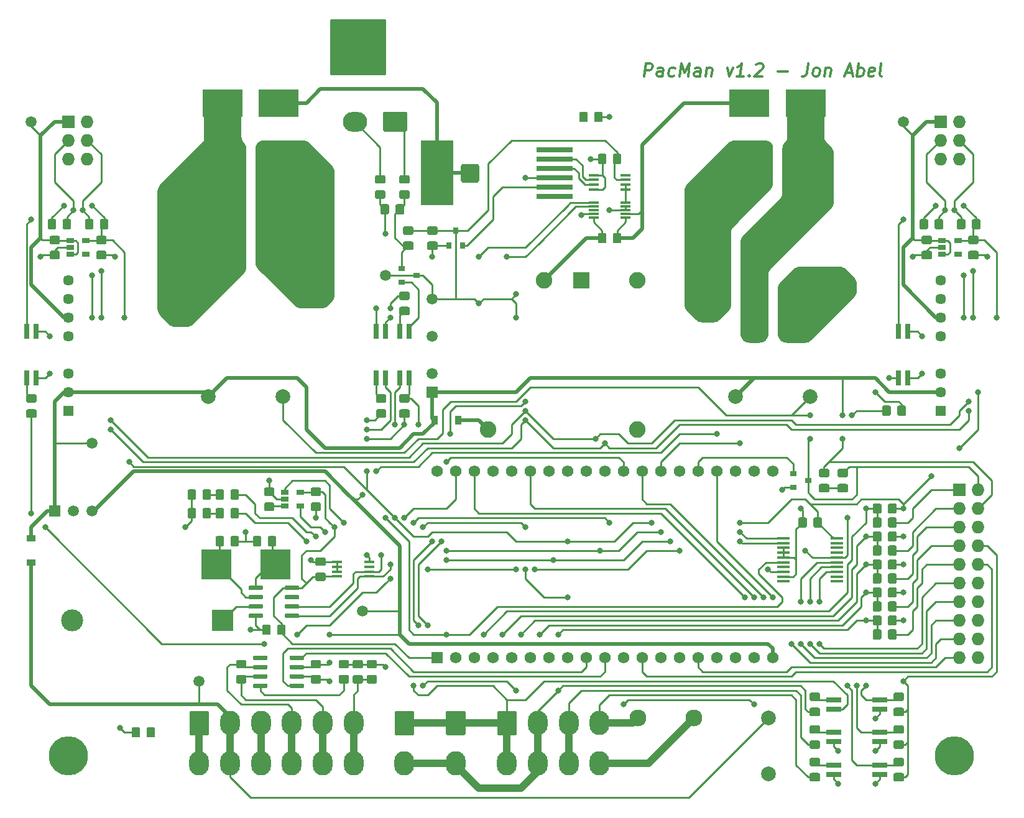
<source format=gbr>
G04 #@! TF.GenerationSoftware,KiCad,Pcbnew,(5.1.5)-3*
G04 #@! TF.CreationDate,2020-02-04T14:54:33-05:00*
G04 #@! TF.ProjectId,PacMan,5061634d-616e-42e6-9b69-6361645f7063,1.2*
G04 #@! TF.SameCoordinates,Original*
G04 #@! TF.FileFunction,Copper,L1,Top*
G04 #@! TF.FilePolarity,Positive*
%FSLAX46Y46*%
G04 Gerber Fmt 4.6, Leading zero omitted, Abs format (unit mm)*
G04 Created by KiCad (PCBNEW (5.1.5)-3) date 2020-02-04 14:54:33*
%MOMM*%
%LPD*%
G04 APERTURE LIST*
%ADD10C,0.300000*%
%ADD11C,5.000000*%
%ADD12C,0.100000*%
%ADD13R,0.640000X2.000000*%
%ADD14R,5.000000X0.760000*%
%ADD15R,4.500000X8.800000*%
%ADD16C,2.000000*%
%ADD17C,4.000000*%
%ADD18R,1.727200X1.727200*%
%ADD19O,1.727200X1.727200*%
%ADD20R,1.060000X0.650000*%
%ADD21R,1.450000X0.450000*%
%ADD22R,0.900000X1.200000*%
%ADD23C,1.450000*%
%ADD24R,1.450000X1.450000*%
%ADD25R,5.500000X3.810000*%
%ADD26C,1.500000*%
%ADD27R,0.800000X0.900000*%
%ADD28R,1.400000X0.300000*%
%ADD29C,1.508000*%
%ADD30R,1.508000X1.508000*%
%ADD31C,2.250000*%
%ADD32R,2.250000X2.250000*%
%ADD33R,1.560000X1.560000*%
%ADD34C,1.560000*%
%ADD35R,4.100000X4.100000*%
%ADD36O,2.700000X3.300000*%
%ADD37R,0.900000X0.800000*%
%ADD38R,1.200000X0.900000*%
%ADD39C,5.334000*%
%ADD40R,2.000000X0.640000*%
%ADD41O,3.300000X2.700000*%
%ADD42C,2.300000*%
%ADD43R,1.750000X0.450000*%
%ADD44R,3.000000X3.000000*%
%ADD45C,3.000000*%
%ADD46C,0.800000*%
%ADD47C,0.250000*%
%ADD48C,1.000000*%
%ADD49C,0.500000*%
%ADD50C,0.254000*%
G04 APERTURE END LIST*
D10*
X161538645Y-54131666D02*
X161757395Y-52381666D01*
X162424062Y-52381666D01*
X162580312Y-52465000D01*
X162653229Y-52548333D01*
X162715729Y-52715000D01*
X162684479Y-52965000D01*
X162580312Y-53131666D01*
X162486562Y-53215000D01*
X162309479Y-53298333D01*
X161642812Y-53298333D01*
X164038645Y-54131666D02*
X164153229Y-53215000D01*
X164090729Y-53048333D01*
X163934479Y-52965000D01*
X163601145Y-52965000D01*
X163424062Y-53048333D01*
X164049062Y-54048333D02*
X163871979Y-54131666D01*
X163455312Y-54131666D01*
X163299062Y-54048333D01*
X163236562Y-53881666D01*
X163257395Y-53715000D01*
X163361562Y-53548333D01*
X163538645Y-53465000D01*
X163955312Y-53465000D01*
X164132395Y-53381666D01*
X165632395Y-54048333D02*
X165455312Y-54131666D01*
X165121979Y-54131666D01*
X164965729Y-54048333D01*
X164892812Y-53965000D01*
X164830312Y-53798333D01*
X164892812Y-53298333D01*
X164996979Y-53131666D01*
X165090729Y-53048333D01*
X165267812Y-52965000D01*
X165601145Y-52965000D01*
X165757395Y-53048333D01*
X166371979Y-54131666D02*
X166590729Y-52381666D01*
X167017812Y-53631666D01*
X167757395Y-52381666D01*
X167538645Y-54131666D01*
X169121979Y-54131666D02*
X169236562Y-53215000D01*
X169174062Y-53048333D01*
X169017812Y-52965000D01*
X168684479Y-52965000D01*
X168507395Y-53048333D01*
X169132395Y-54048333D02*
X168955312Y-54131666D01*
X168538645Y-54131666D01*
X168382395Y-54048333D01*
X168319895Y-53881666D01*
X168340729Y-53715000D01*
X168444895Y-53548333D01*
X168621979Y-53465000D01*
X169038645Y-53465000D01*
X169215729Y-53381666D01*
X170101145Y-52965000D02*
X169955312Y-54131666D01*
X170080312Y-53131666D02*
X170174062Y-53048333D01*
X170351145Y-52965000D01*
X170601145Y-52965000D01*
X170757395Y-53048333D01*
X170819895Y-53215000D01*
X170705312Y-54131666D01*
X172851145Y-52965000D02*
X173121979Y-54131666D01*
X173684479Y-52965000D01*
X175121979Y-54131666D02*
X174121979Y-54131666D01*
X174621979Y-54131666D02*
X174840729Y-52381666D01*
X174642812Y-52631666D01*
X174455312Y-52798333D01*
X174278229Y-52881666D01*
X175892812Y-53965000D02*
X175965729Y-54048333D01*
X175871979Y-54131666D01*
X175799062Y-54048333D01*
X175892812Y-53965000D01*
X175871979Y-54131666D01*
X176819895Y-52548333D02*
X176913645Y-52465000D01*
X177090729Y-52381666D01*
X177507395Y-52381666D01*
X177663645Y-52465000D01*
X177736562Y-52548333D01*
X177799062Y-52715000D01*
X177778229Y-52881666D01*
X177663645Y-53131666D01*
X176538645Y-54131666D01*
X177621979Y-54131666D01*
X179788645Y-53465000D02*
X181121979Y-53465000D01*
X183924062Y-52381666D02*
X183767812Y-53631666D01*
X183653229Y-53881666D01*
X183465729Y-54048333D01*
X183205312Y-54131666D01*
X183038645Y-54131666D01*
X184788645Y-54131666D02*
X184632395Y-54048333D01*
X184559479Y-53965000D01*
X184496979Y-53798333D01*
X184559479Y-53298333D01*
X184663645Y-53131666D01*
X184757395Y-53048333D01*
X184934479Y-52965000D01*
X185184479Y-52965000D01*
X185340729Y-53048333D01*
X185413645Y-53131666D01*
X185476145Y-53298333D01*
X185413645Y-53798333D01*
X185309479Y-53965000D01*
X185215729Y-54048333D01*
X185038645Y-54131666D01*
X184788645Y-54131666D01*
X186267812Y-52965000D02*
X186121979Y-54131666D01*
X186246979Y-53131666D02*
X186340729Y-53048333D01*
X186517812Y-52965000D01*
X186767812Y-52965000D01*
X186924062Y-53048333D01*
X186986562Y-53215000D01*
X186871979Y-54131666D01*
X189017812Y-53631666D02*
X189851145Y-53631666D01*
X188788645Y-54131666D02*
X189590729Y-52381666D01*
X189955312Y-54131666D01*
X190538645Y-54131666D02*
X190757395Y-52381666D01*
X190674062Y-53048333D02*
X190851145Y-52965000D01*
X191184479Y-52965000D01*
X191340729Y-53048333D01*
X191413645Y-53131666D01*
X191476145Y-53298333D01*
X191413645Y-53798333D01*
X191309479Y-53965000D01*
X191215729Y-54048333D01*
X191038645Y-54131666D01*
X190705312Y-54131666D01*
X190549062Y-54048333D01*
X192799062Y-54048333D02*
X192621979Y-54131666D01*
X192288645Y-54131666D01*
X192132395Y-54048333D01*
X192069895Y-53881666D01*
X192153229Y-53215000D01*
X192257395Y-53048333D01*
X192434479Y-52965000D01*
X192767812Y-52965000D01*
X192924062Y-53048333D01*
X192986562Y-53215000D01*
X192965729Y-53381666D01*
X192111562Y-53548333D01*
X193871979Y-54131666D02*
X193715729Y-54048333D01*
X193653229Y-53881666D01*
X193840729Y-52381666D01*
D11*
X183655000Y-66040000D03*
X175755000Y-66040000D03*
X111900000Y-66040000D03*
X104000000Y-66040000D03*
G04 #@! TA.AperFunction,SMDPad,CuDef*
D12*
G36*
X194904505Y-98996204D02*
G01*
X194928773Y-98999804D01*
X194952572Y-99005765D01*
X194975671Y-99014030D01*
X194997850Y-99024520D01*
X195018893Y-99037132D01*
X195038599Y-99051747D01*
X195056777Y-99068223D01*
X195073253Y-99086401D01*
X195087868Y-99106107D01*
X195100480Y-99127150D01*
X195110970Y-99149329D01*
X195119235Y-99172428D01*
X195125196Y-99196227D01*
X195128796Y-99220495D01*
X195130000Y-99244999D01*
X195130000Y-100145001D01*
X195128796Y-100169505D01*
X195125196Y-100193773D01*
X195119235Y-100217572D01*
X195110970Y-100240671D01*
X195100480Y-100262850D01*
X195087868Y-100283893D01*
X195073253Y-100303599D01*
X195056777Y-100321777D01*
X195038599Y-100338253D01*
X195018893Y-100352868D01*
X194997850Y-100365480D01*
X194975671Y-100375970D01*
X194952572Y-100384235D01*
X194928773Y-100390196D01*
X194904505Y-100393796D01*
X194880001Y-100395000D01*
X194229999Y-100395000D01*
X194205495Y-100393796D01*
X194181227Y-100390196D01*
X194157428Y-100384235D01*
X194134329Y-100375970D01*
X194112150Y-100365480D01*
X194091107Y-100352868D01*
X194071401Y-100338253D01*
X194053223Y-100321777D01*
X194036747Y-100303599D01*
X194022132Y-100283893D01*
X194009520Y-100262850D01*
X193999030Y-100240671D01*
X193990765Y-100217572D01*
X193984804Y-100193773D01*
X193981204Y-100169505D01*
X193980000Y-100145001D01*
X193980000Y-99244999D01*
X193981204Y-99220495D01*
X193984804Y-99196227D01*
X193990765Y-99172428D01*
X193999030Y-99149329D01*
X194009520Y-99127150D01*
X194022132Y-99106107D01*
X194036747Y-99086401D01*
X194053223Y-99068223D01*
X194071401Y-99051747D01*
X194091107Y-99037132D01*
X194112150Y-99024520D01*
X194134329Y-99014030D01*
X194157428Y-99005765D01*
X194181227Y-98999804D01*
X194205495Y-98996204D01*
X194229999Y-98995000D01*
X194880001Y-98995000D01*
X194904505Y-98996204D01*
G37*
G04 #@! TD.AperFunction*
G04 #@! TA.AperFunction,SMDPad,CuDef*
G36*
X196954505Y-98996204D02*
G01*
X196978773Y-98999804D01*
X197002572Y-99005765D01*
X197025671Y-99014030D01*
X197047850Y-99024520D01*
X197068893Y-99037132D01*
X197088599Y-99051747D01*
X197106777Y-99068223D01*
X197123253Y-99086401D01*
X197137868Y-99106107D01*
X197150480Y-99127150D01*
X197160970Y-99149329D01*
X197169235Y-99172428D01*
X197175196Y-99196227D01*
X197178796Y-99220495D01*
X197180000Y-99244999D01*
X197180000Y-100145001D01*
X197178796Y-100169505D01*
X197175196Y-100193773D01*
X197169235Y-100217572D01*
X197160970Y-100240671D01*
X197150480Y-100262850D01*
X197137868Y-100283893D01*
X197123253Y-100303599D01*
X197106777Y-100321777D01*
X197088599Y-100338253D01*
X197068893Y-100352868D01*
X197047850Y-100365480D01*
X197025671Y-100375970D01*
X197002572Y-100384235D01*
X196978773Y-100390196D01*
X196954505Y-100393796D01*
X196930001Y-100395000D01*
X196279999Y-100395000D01*
X196255495Y-100393796D01*
X196231227Y-100390196D01*
X196207428Y-100384235D01*
X196184329Y-100375970D01*
X196162150Y-100365480D01*
X196141107Y-100352868D01*
X196121401Y-100338253D01*
X196103223Y-100321777D01*
X196086747Y-100303599D01*
X196072132Y-100283893D01*
X196059520Y-100262850D01*
X196049030Y-100240671D01*
X196040765Y-100217572D01*
X196034804Y-100193773D01*
X196031204Y-100169505D01*
X196030000Y-100145001D01*
X196030000Y-99244999D01*
X196031204Y-99220495D01*
X196034804Y-99196227D01*
X196040765Y-99172428D01*
X196049030Y-99149329D01*
X196059520Y-99127150D01*
X196072132Y-99106107D01*
X196086747Y-99086401D01*
X196103223Y-99068223D01*
X196121401Y-99051747D01*
X196141107Y-99037132D01*
X196162150Y-99024520D01*
X196184329Y-99014030D01*
X196207428Y-99005765D01*
X196231227Y-98999804D01*
X196255495Y-98996204D01*
X196279999Y-98995000D01*
X196930001Y-98995000D01*
X196954505Y-98996204D01*
G37*
G04 #@! TD.AperFunction*
G04 #@! TA.AperFunction,SMDPad,CuDef*
G36*
X78579505Y-97461204D02*
G01*
X78603773Y-97464804D01*
X78627572Y-97470765D01*
X78650671Y-97479030D01*
X78672850Y-97489520D01*
X78693893Y-97502132D01*
X78713599Y-97516747D01*
X78731777Y-97533223D01*
X78748253Y-97551401D01*
X78762868Y-97571107D01*
X78775480Y-97592150D01*
X78785970Y-97614329D01*
X78794235Y-97637428D01*
X78800196Y-97661227D01*
X78803796Y-97685495D01*
X78805000Y-97709999D01*
X78805000Y-98360001D01*
X78803796Y-98384505D01*
X78800196Y-98408773D01*
X78794235Y-98432572D01*
X78785970Y-98455671D01*
X78775480Y-98477850D01*
X78762868Y-98498893D01*
X78748253Y-98518599D01*
X78731777Y-98536777D01*
X78713599Y-98553253D01*
X78693893Y-98567868D01*
X78672850Y-98580480D01*
X78650671Y-98590970D01*
X78627572Y-98599235D01*
X78603773Y-98605196D01*
X78579505Y-98608796D01*
X78555001Y-98610000D01*
X77654999Y-98610000D01*
X77630495Y-98608796D01*
X77606227Y-98605196D01*
X77582428Y-98599235D01*
X77559329Y-98590970D01*
X77537150Y-98580480D01*
X77516107Y-98567868D01*
X77496401Y-98553253D01*
X77478223Y-98536777D01*
X77461747Y-98518599D01*
X77447132Y-98498893D01*
X77434520Y-98477850D01*
X77424030Y-98455671D01*
X77415765Y-98432572D01*
X77409804Y-98408773D01*
X77406204Y-98384505D01*
X77405000Y-98360001D01*
X77405000Y-97709999D01*
X77406204Y-97685495D01*
X77409804Y-97661227D01*
X77415765Y-97637428D01*
X77424030Y-97614329D01*
X77434520Y-97592150D01*
X77447132Y-97571107D01*
X77461747Y-97551401D01*
X77478223Y-97533223D01*
X77496401Y-97516747D01*
X77516107Y-97502132D01*
X77537150Y-97489520D01*
X77559329Y-97479030D01*
X77582428Y-97470765D01*
X77606227Y-97464804D01*
X77630495Y-97461204D01*
X77654999Y-97460000D01*
X78555001Y-97460000D01*
X78579505Y-97461204D01*
G37*
G04 #@! TD.AperFunction*
G04 #@! TA.AperFunction,SMDPad,CuDef*
G36*
X78579505Y-99511204D02*
G01*
X78603773Y-99514804D01*
X78627572Y-99520765D01*
X78650671Y-99529030D01*
X78672850Y-99539520D01*
X78693893Y-99552132D01*
X78713599Y-99566747D01*
X78731777Y-99583223D01*
X78748253Y-99601401D01*
X78762868Y-99621107D01*
X78775480Y-99642150D01*
X78785970Y-99664329D01*
X78794235Y-99687428D01*
X78800196Y-99711227D01*
X78803796Y-99735495D01*
X78805000Y-99759999D01*
X78805000Y-100410001D01*
X78803796Y-100434505D01*
X78800196Y-100458773D01*
X78794235Y-100482572D01*
X78785970Y-100505671D01*
X78775480Y-100527850D01*
X78762868Y-100548893D01*
X78748253Y-100568599D01*
X78731777Y-100586777D01*
X78713599Y-100603253D01*
X78693893Y-100617868D01*
X78672850Y-100630480D01*
X78650671Y-100640970D01*
X78627572Y-100649235D01*
X78603773Y-100655196D01*
X78579505Y-100658796D01*
X78555001Y-100660000D01*
X77654999Y-100660000D01*
X77630495Y-100658796D01*
X77606227Y-100655196D01*
X77582428Y-100649235D01*
X77559329Y-100640970D01*
X77537150Y-100630480D01*
X77516107Y-100617868D01*
X77496401Y-100603253D01*
X77478223Y-100586777D01*
X77461747Y-100568599D01*
X77447132Y-100548893D01*
X77434520Y-100527850D01*
X77424030Y-100505671D01*
X77415765Y-100482572D01*
X77409804Y-100458773D01*
X77406204Y-100434505D01*
X77405000Y-100410001D01*
X77405000Y-99759999D01*
X77406204Y-99735495D01*
X77409804Y-99711227D01*
X77415765Y-99687428D01*
X77424030Y-99664329D01*
X77434520Y-99642150D01*
X77447132Y-99621107D01*
X77461747Y-99601401D01*
X77478223Y-99583223D01*
X77496401Y-99566747D01*
X77516107Y-99552132D01*
X77537150Y-99539520D01*
X77559329Y-99529030D01*
X77582428Y-99520765D01*
X77606227Y-99514804D01*
X77630495Y-99511204D01*
X77654999Y-99510000D01*
X78555001Y-99510000D01*
X78579505Y-99511204D01*
G37*
G04 #@! TD.AperFunction*
D13*
X196215000Y-95225000D03*
X197485000Y-95225000D03*
X197485000Y-88925000D03*
X196215000Y-88925000D03*
X77470000Y-95225000D03*
X78740000Y-95225000D03*
X78740000Y-88925000D03*
X77470000Y-88925000D03*
D14*
X149378000Y-70485000D03*
X149378000Y-64135000D03*
X149378000Y-65405000D03*
X149378000Y-66675000D03*
X149378000Y-67945000D03*
D15*
X133328000Y-67310000D03*
D14*
X149378000Y-69215000D03*
D16*
X184150000Y-97790000D03*
X173990000Y-97790000D03*
D17*
X170180000Y-85090000D03*
X187960000Y-82550000D03*
D16*
X112395000Y-97790000D03*
X102235000Y-97790000D03*
D17*
X98425000Y-85090000D03*
X116205000Y-82550000D03*
G04 #@! TA.AperFunction,SMDPad,CuDef*
D12*
G36*
X81754505Y-77921204D02*
G01*
X81778773Y-77924804D01*
X81802572Y-77930765D01*
X81825671Y-77939030D01*
X81847850Y-77949520D01*
X81868893Y-77962132D01*
X81888599Y-77976747D01*
X81906777Y-77993223D01*
X81923253Y-78011401D01*
X81937868Y-78031107D01*
X81950480Y-78052150D01*
X81960970Y-78074329D01*
X81969235Y-78097428D01*
X81975196Y-78121227D01*
X81978796Y-78145495D01*
X81980000Y-78169999D01*
X81980000Y-78820001D01*
X81978796Y-78844505D01*
X81975196Y-78868773D01*
X81969235Y-78892572D01*
X81960970Y-78915671D01*
X81950480Y-78937850D01*
X81937868Y-78958893D01*
X81923253Y-78978599D01*
X81906777Y-78996777D01*
X81888599Y-79013253D01*
X81868893Y-79027868D01*
X81847850Y-79040480D01*
X81825671Y-79050970D01*
X81802572Y-79059235D01*
X81778773Y-79065196D01*
X81754505Y-79068796D01*
X81730001Y-79070000D01*
X80829999Y-79070000D01*
X80805495Y-79068796D01*
X80781227Y-79065196D01*
X80757428Y-79059235D01*
X80734329Y-79050970D01*
X80712150Y-79040480D01*
X80691107Y-79027868D01*
X80671401Y-79013253D01*
X80653223Y-78996777D01*
X80636747Y-78978599D01*
X80622132Y-78958893D01*
X80609520Y-78937850D01*
X80599030Y-78915671D01*
X80590765Y-78892572D01*
X80584804Y-78868773D01*
X80581204Y-78844505D01*
X80580000Y-78820001D01*
X80580000Y-78169999D01*
X80581204Y-78145495D01*
X80584804Y-78121227D01*
X80590765Y-78097428D01*
X80599030Y-78074329D01*
X80609520Y-78052150D01*
X80622132Y-78031107D01*
X80636747Y-78011401D01*
X80653223Y-77993223D01*
X80671401Y-77976747D01*
X80691107Y-77962132D01*
X80712150Y-77949520D01*
X80734329Y-77939030D01*
X80757428Y-77930765D01*
X80781227Y-77924804D01*
X80805495Y-77921204D01*
X80829999Y-77920000D01*
X81730001Y-77920000D01*
X81754505Y-77921204D01*
G37*
G04 #@! TD.AperFunction*
G04 #@! TA.AperFunction,SMDPad,CuDef*
G36*
X81754505Y-75871204D02*
G01*
X81778773Y-75874804D01*
X81802572Y-75880765D01*
X81825671Y-75889030D01*
X81847850Y-75899520D01*
X81868893Y-75912132D01*
X81888599Y-75926747D01*
X81906777Y-75943223D01*
X81923253Y-75961401D01*
X81937868Y-75981107D01*
X81950480Y-76002150D01*
X81960970Y-76024329D01*
X81969235Y-76047428D01*
X81975196Y-76071227D01*
X81978796Y-76095495D01*
X81980000Y-76119999D01*
X81980000Y-76770001D01*
X81978796Y-76794505D01*
X81975196Y-76818773D01*
X81969235Y-76842572D01*
X81960970Y-76865671D01*
X81950480Y-76887850D01*
X81937868Y-76908893D01*
X81923253Y-76928599D01*
X81906777Y-76946777D01*
X81888599Y-76963253D01*
X81868893Y-76977868D01*
X81847850Y-76990480D01*
X81825671Y-77000970D01*
X81802572Y-77009235D01*
X81778773Y-77015196D01*
X81754505Y-77018796D01*
X81730001Y-77020000D01*
X80829999Y-77020000D01*
X80805495Y-77018796D01*
X80781227Y-77015196D01*
X80757428Y-77009235D01*
X80734329Y-77000970D01*
X80712150Y-76990480D01*
X80691107Y-76977868D01*
X80671401Y-76963253D01*
X80653223Y-76946777D01*
X80636747Y-76928599D01*
X80622132Y-76908893D01*
X80609520Y-76887850D01*
X80599030Y-76865671D01*
X80590765Y-76842572D01*
X80584804Y-76818773D01*
X80581204Y-76794505D01*
X80580000Y-76770001D01*
X80580000Y-76119999D01*
X80581204Y-76095495D01*
X80584804Y-76071227D01*
X80590765Y-76047428D01*
X80599030Y-76024329D01*
X80609520Y-76002150D01*
X80622132Y-75981107D01*
X80636747Y-75961401D01*
X80653223Y-75943223D01*
X80671401Y-75926747D01*
X80691107Y-75912132D01*
X80712150Y-75899520D01*
X80734329Y-75889030D01*
X80757428Y-75880765D01*
X80781227Y-75874804D01*
X80805495Y-75871204D01*
X80829999Y-75870000D01*
X81730001Y-75870000D01*
X81754505Y-75871204D01*
G37*
G04 #@! TD.AperFunction*
D18*
X201930000Y-60325000D03*
D19*
X204470000Y-60325000D03*
X201930000Y-62865000D03*
X204470000Y-62865000D03*
X201930000Y-65405000D03*
X204470000Y-65405000D03*
D20*
X204300000Y-76520000D03*
X204300000Y-78420000D03*
X202100000Y-78420000D03*
X202100000Y-77470000D03*
X202100000Y-76520000D03*
G04 #@! TA.AperFunction,SMDPad,CuDef*
D12*
G36*
X206849505Y-77921204D02*
G01*
X206873773Y-77924804D01*
X206897572Y-77930765D01*
X206920671Y-77939030D01*
X206942850Y-77949520D01*
X206963893Y-77962132D01*
X206983599Y-77976747D01*
X207001777Y-77993223D01*
X207018253Y-78011401D01*
X207032868Y-78031107D01*
X207045480Y-78052150D01*
X207055970Y-78074329D01*
X207064235Y-78097428D01*
X207070196Y-78121227D01*
X207073796Y-78145495D01*
X207075000Y-78169999D01*
X207075000Y-78820001D01*
X207073796Y-78844505D01*
X207070196Y-78868773D01*
X207064235Y-78892572D01*
X207055970Y-78915671D01*
X207045480Y-78937850D01*
X207032868Y-78958893D01*
X207018253Y-78978599D01*
X207001777Y-78996777D01*
X206983599Y-79013253D01*
X206963893Y-79027868D01*
X206942850Y-79040480D01*
X206920671Y-79050970D01*
X206897572Y-79059235D01*
X206873773Y-79065196D01*
X206849505Y-79068796D01*
X206825001Y-79070000D01*
X205924999Y-79070000D01*
X205900495Y-79068796D01*
X205876227Y-79065196D01*
X205852428Y-79059235D01*
X205829329Y-79050970D01*
X205807150Y-79040480D01*
X205786107Y-79027868D01*
X205766401Y-79013253D01*
X205748223Y-78996777D01*
X205731747Y-78978599D01*
X205717132Y-78958893D01*
X205704520Y-78937850D01*
X205694030Y-78915671D01*
X205685765Y-78892572D01*
X205679804Y-78868773D01*
X205676204Y-78844505D01*
X205675000Y-78820001D01*
X205675000Y-78169999D01*
X205676204Y-78145495D01*
X205679804Y-78121227D01*
X205685765Y-78097428D01*
X205694030Y-78074329D01*
X205704520Y-78052150D01*
X205717132Y-78031107D01*
X205731747Y-78011401D01*
X205748223Y-77993223D01*
X205766401Y-77976747D01*
X205786107Y-77962132D01*
X205807150Y-77949520D01*
X205829329Y-77939030D01*
X205852428Y-77930765D01*
X205876227Y-77924804D01*
X205900495Y-77921204D01*
X205924999Y-77920000D01*
X206825001Y-77920000D01*
X206849505Y-77921204D01*
G37*
G04 #@! TD.AperFunction*
G04 #@! TA.AperFunction,SMDPad,CuDef*
G36*
X206849505Y-75871204D02*
G01*
X206873773Y-75874804D01*
X206897572Y-75880765D01*
X206920671Y-75889030D01*
X206942850Y-75899520D01*
X206963893Y-75912132D01*
X206983599Y-75926747D01*
X207001777Y-75943223D01*
X207018253Y-75961401D01*
X207032868Y-75981107D01*
X207045480Y-76002150D01*
X207055970Y-76024329D01*
X207064235Y-76047428D01*
X207070196Y-76071227D01*
X207073796Y-76095495D01*
X207075000Y-76119999D01*
X207075000Y-76770001D01*
X207073796Y-76794505D01*
X207070196Y-76818773D01*
X207064235Y-76842572D01*
X207055970Y-76865671D01*
X207045480Y-76887850D01*
X207032868Y-76908893D01*
X207018253Y-76928599D01*
X207001777Y-76946777D01*
X206983599Y-76963253D01*
X206963893Y-76977868D01*
X206942850Y-76990480D01*
X206920671Y-77000970D01*
X206897572Y-77009235D01*
X206873773Y-77015196D01*
X206849505Y-77018796D01*
X206825001Y-77020000D01*
X205924999Y-77020000D01*
X205900495Y-77018796D01*
X205876227Y-77015196D01*
X205852428Y-77009235D01*
X205829329Y-77000970D01*
X205807150Y-76990480D01*
X205786107Y-76977868D01*
X205766401Y-76963253D01*
X205748223Y-76946777D01*
X205731747Y-76928599D01*
X205717132Y-76908893D01*
X205704520Y-76887850D01*
X205694030Y-76865671D01*
X205685765Y-76842572D01*
X205679804Y-76818773D01*
X205676204Y-76794505D01*
X205675000Y-76770001D01*
X205675000Y-76119999D01*
X205676204Y-76095495D01*
X205679804Y-76071227D01*
X205685765Y-76047428D01*
X205694030Y-76024329D01*
X205704520Y-76002150D01*
X205717132Y-75981107D01*
X205731747Y-75961401D01*
X205748223Y-75943223D01*
X205766401Y-75926747D01*
X205786107Y-75912132D01*
X205807150Y-75899520D01*
X205829329Y-75889030D01*
X205852428Y-75880765D01*
X205876227Y-75874804D01*
X205900495Y-75871204D01*
X205924999Y-75870000D01*
X206825001Y-75870000D01*
X206849505Y-75871204D01*
G37*
G04 #@! TD.AperFunction*
D21*
X154645000Y-67605000D03*
X154645000Y-68255000D03*
X154645000Y-68905000D03*
X154645000Y-69555000D03*
X159045000Y-69555000D03*
X159045000Y-68905000D03*
X159045000Y-68255000D03*
X159045000Y-67605000D03*
G04 #@! TA.AperFunction,SMDPad,CuDef*
D12*
G36*
X200499505Y-77921204D02*
G01*
X200523773Y-77924804D01*
X200547572Y-77930765D01*
X200570671Y-77939030D01*
X200592850Y-77949520D01*
X200613893Y-77962132D01*
X200633599Y-77976747D01*
X200651777Y-77993223D01*
X200668253Y-78011401D01*
X200682868Y-78031107D01*
X200695480Y-78052150D01*
X200705970Y-78074329D01*
X200714235Y-78097428D01*
X200720196Y-78121227D01*
X200723796Y-78145495D01*
X200725000Y-78169999D01*
X200725000Y-78820001D01*
X200723796Y-78844505D01*
X200720196Y-78868773D01*
X200714235Y-78892572D01*
X200705970Y-78915671D01*
X200695480Y-78937850D01*
X200682868Y-78958893D01*
X200668253Y-78978599D01*
X200651777Y-78996777D01*
X200633599Y-79013253D01*
X200613893Y-79027868D01*
X200592850Y-79040480D01*
X200570671Y-79050970D01*
X200547572Y-79059235D01*
X200523773Y-79065196D01*
X200499505Y-79068796D01*
X200475001Y-79070000D01*
X199574999Y-79070000D01*
X199550495Y-79068796D01*
X199526227Y-79065196D01*
X199502428Y-79059235D01*
X199479329Y-79050970D01*
X199457150Y-79040480D01*
X199436107Y-79027868D01*
X199416401Y-79013253D01*
X199398223Y-78996777D01*
X199381747Y-78978599D01*
X199367132Y-78958893D01*
X199354520Y-78937850D01*
X199344030Y-78915671D01*
X199335765Y-78892572D01*
X199329804Y-78868773D01*
X199326204Y-78844505D01*
X199325000Y-78820001D01*
X199325000Y-78169999D01*
X199326204Y-78145495D01*
X199329804Y-78121227D01*
X199335765Y-78097428D01*
X199344030Y-78074329D01*
X199354520Y-78052150D01*
X199367132Y-78031107D01*
X199381747Y-78011401D01*
X199398223Y-77993223D01*
X199416401Y-77976747D01*
X199436107Y-77962132D01*
X199457150Y-77949520D01*
X199479329Y-77939030D01*
X199502428Y-77930765D01*
X199526227Y-77924804D01*
X199550495Y-77921204D01*
X199574999Y-77920000D01*
X200475001Y-77920000D01*
X200499505Y-77921204D01*
G37*
G04 #@! TD.AperFunction*
G04 #@! TA.AperFunction,SMDPad,CuDef*
G36*
X200499505Y-75871204D02*
G01*
X200523773Y-75874804D01*
X200547572Y-75880765D01*
X200570671Y-75889030D01*
X200592850Y-75899520D01*
X200613893Y-75912132D01*
X200633599Y-75926747D01*
X200651777Y-75943223D01*
X200668253Y-75961401D01*
X200682868Y-75981107D01*
X200695480Y-76002150D01*
X200705970Y-76024329D01*
X200714235Y-76047428D01*
X200720196Y-76071227D01*
X200723796Y-76095495D01*
X200725000Y-76119999D01*
X200725000Y-76770001D01*
X200723796Y-76794505D01*
X200720196Y-76818773D01*
X200714235Y-76842572D01*
X200705970Y-76865671D01*
X200695480Y-76887850D01*
X200682868Y-76908893D01*
X200668253Y-76928599D01*
X200651777Y-76946777D01*
X200633599Y-76963253D01*
X200613893Y-76977868D01*
X200592850Y-76990480D01*
X200570671Y-77000970D01*
X200547572Y-77009235D01*
X200523773Y-77015196D01*
X200499505Y-77018796D01*
X200475001Y-77020000D01*
X199574999Y-77020000D01*
X199550495Y-77018796D01*
X199526227Y-77015196D01*
X199502428Y-77009235D01*
X199479329Y-77000970D01*
X199457150Y-76990480D01*
X199436107Y-76977868D01*
X199416401Y-76963253D01*
X199398223Y-76946777D01*
X199381747Y-76928599D01*
X199367132Y-76908893D01*
X199354520Y-76887850D01*
X199344030Y-76865671D01*
X199335765Y-76842572D01*
X199329804Y-76818773D01*
X199326204Y-76794505D01*
X199325000Y-76770001D01*
X199325000Y-76119999D01*
X199326204Y-76095495D01*
X199329804Y-76071227D01*
X199335765Y-76047428D01*
X199344030Y-76024329D01*
X199354520Y-76002150D01*
X199367132Y-75981107D01*
X199381747Y-75961401D01*
X199398223Y-75943223D01*
X199416401Y-75926747D01*
X199436107Y-75912132D01*
X199457150Y-75899520D01*
X199479329Y-75889030D01*
X199502428Y-75880765D01*
X199526227Y-75874804D01*
X199550495Y-75871204D01*
X199574999Y-75870000D01*
X200475001Y-75870000D01*
X200499505Y-75871204D01*
G37*
G04 #@! TD.AperFunction*
G04 #@! TA.AperFunction,SMDPad,CuDef*
G36*
X158219505Y-64706204D02*
G01*
X158243773Y-64709804D01*
X158267572Y-64715765D01*
X158290671Y-64724030D01*
X158312850Y-64734520D01*
X158333893Y-64747132D01*
X158353599Y-64761747D01*
X158371777Y-64778223D01*
X158388253Y-64796401D01*
X158402868Y-64816107D01*
X158415480Y-64837150D01*
X158425970Y-64859329D01*
X158434235Y-64882428D01*
X158440196Y-64906227D01*
X158443796Y-64930495D01*
X158445000Y-64954999D01*
X158445000Y-65855001D01*
X158443796Y-65879505D01*
X158440196Y-65903773D01*
X158434235Y-65927572D01*
X158425970Y-65950671D01*
X158415480Y-65972850D01*
X158402868Y-65993893D01*
X158388253Y-66013599D01*
X158371777Y-66031777D01*
X158353599Y-66048253D01*
X158333893Y-66062868D01*
X158312850Y-66075480D01*
X158290671Y-66085970D01*
X158267572Y-66094235D01*
X158243773Y-66100196D01*
X158219505Y-66103796D01*
X158195001Y-66105000D01*
X157544999Y-66105000D01*
X157520495Y-66103796D01*
X157496227Y-66100196D01*
X157472428Y-66094235D01*
X157449329Y-66085970D01*
X157427150Y-66075480D01*
X157406107Y-66062868D01*
X157386401Y-66048253D01*
X157368223Y-66031777D01*
X157351747Y-66013599D01*
X157337132Y-65993893D01*
X157324520Y-65972850D01*
X157314030Y-65950671D01*
X157305765Y-65927572D01*
X157299804Y-65903773D01*
X157296204Y-65879505D01*
X157295000Y-65855001D01*
X157295000Y-64954999D01*
X157296204Y-64930495D01*
X157299804Y-64906227D01*
X157305765Y-64882428D01*
X157314030Y-64859329D01*
X157324520Y-64837150D01*
X157337132Y-64816107D01*
X157351747Y-64796401D01*
X157368223Y-64778223D01*
X157386401Y-64761747D01*
X157406107Y-64747132D01*
X157427150Y-64734520D01*
X157449329Y-64724030D01*
X157472428Y-64715765D01*
X157496227Y-64709804D01*
X157520495Y-64706204D01*
X157544999Y-64705000D01*
X158195001Y-64705000D01*
X158219505Y-64706204D01*
G37*
G04 #@! TD.AperFunction*
G04 #@! TA.AperFunction,SMDPad,CuDef*
G36*
X156169505Y-64706204D02*
G01*
X156193773Y-64709804D01*
X156217572Y-64715765D01*
X156240671Y-64724030D01*
X156262850Y-64734520D01*
X156283893Y-64747132D01*
X156303599Y-64761747D01*
X156321777Y-64778223D01*
X156338253Y-64796401D01*
X156352868Y-64816107D01*
X156365480Y-64837150D01*
X156375970Y-64859329D01*
X156384235Y-64882428D01*
X156390196Y-64906227D01*
X156393796Y-64930495D01*
X156395000Y-64954999D01*
X156395000Y-65855001D01*
X156393796Y-65879505D01*
X156390196Y-65903773D01*
X156384235Y-65927572D01*
X156375970Y-65950671D01*
X156365480Y-65972850D01*
X156352868Y-65993893D01*
X156338253Y-66013599D01*
X156321777Y-66031777D01*
X156303599Y-66048253D01*
X156283893Y-66062868D01*
X156262850Y-66075480D01*
X156240671Y-66085970D01*
X156217572Y-66094235D01*
X156193773Y-66100196D01*
X156169505Y-66103796D01*
X156145001Y-66105000D01*
X155494999Y-66105000D01*
X155470495Y-66103796D01*
X155446227Y-66100196D01*
X155422428Y-66094235D01*
X155399329Y-66085970D01*
X155377150Y-66075480D01*
X155356107Y-66062868D01*
X155336401Y-66048253D01*
X155318223Y-66031777D01*
X155301747Y-66013599D01*
X155287132Y-65993893D01*
X155274520Y-65972850D01*
X155264030Y-65950671D01*
X155255765Y-65927572D01*
X155249804Y-65903773D01*
X155246204Y-65879505D01*
X155245000Y-65855001D01*
X155245000Y-64954999D01*
X155246204Y-64930495D01*
X155249804Y-64906227D01*
X155255765Y-64882428D01*
X155264030Y-64859329D01*
X155274520Y-64837150D01*
X155287132Y-64816107D01*
X155301747Y-64796401D01*
X155318223Y-64778223D01*
X155336401Y-64761747D01*
X155356107Y-64747132D01*
X155377150Y-64734520D01*
X155399329Y-64724030D01*
X155422428Y-64715765D01*
X155446227Y-64709804D01*
X155470495Y-64706204D01*
X155494999Y-64705000D01*
X156145001Y-64705000D01*
X156169505Y-64706204D01*
G37*
G04 #@! TD.AperFunction*
D22*
X132970000Y-100965000D03*
X136270000Y-100965000D03*
D23*
X83185000Y-81915000D03*
X83185000Y-84455000D03*
X83185000Y-86995000D03*
X83185000Y-89535000D03*
X83185000Y-94615000D03*
X83185000Y-97155000D03*
D24*
X83185000Y-99695000D03*
X201930000Y-99695000D03*
D23*
X201930000Y-97155000D03*
X201930000Y-94615000D03*
X201930000Y-89535000D03*
X201930000Y-86995000D03*
X201930000Y-84455000D03*
X201930000Y-81915000D03*
D25*
X111765000Y-57785000D03*
X104135000Y-57785000D03*
X183520000Y-57785000D03*
X175890000Y-57785000D03*
D18*
X83185000Y-60325000D03*
D19*
X85725000Y-60325000D03*
X83185000Y-62865000D03*
X85725000Y-62865000D03*
X83185000Y-65405000D03*
X85725000Y-65405000D03*
G04 #@! TA.AperFunction,SMDPad,CuDef*
D12*
G36*
X202034505Y-73596204D02*
G01*
X202058773Y-73599804D01*
X202082572Y-73605765D01*
X202105671Y-73614030D01*
X202127850Y-73624520D01*
X202148893Y-73637132D01*
X202168599Y-73651747D01*
X202186777Y-73668223D01*
X202203253Y-73686401D01*
X202217868Y-73706107D01*
X202230480Y-73727150D01*
X202240970Y-73749329D01*
X202249235Y-73772428D01*
X202255196Y-73796227D01*
X202258796Y-73820495D01*
X202260000Y-73844999D01*
X202260000Y-74745001D01*
X202258796Y-74769505D01*
X202255196Y-74793773D01*
X202249235Y-74817572D01*
X202240970Y-74840671D01*
X202230480Y-74862850D01*
X202217868Y-74883893D01*
X202203253Y-74903599D01*
X202186777Y-74921777D01*
X202168599Y-74938253D01*
X202148893Y-74952868D01*
X202127850Y-74965480D01*
X202105671Y-74975970D01*
X202082572Y-74984235D01*
X202058773Y-74990196D01*
X202034505Y-74993796D01*
X202010001Y-74995000D01*
X201359999Y-74995000D01*
X201335495Y-74993796D01*
X201311227Y-74990196D01*
X201287428Y-74984235D01*
X201264329Y-74975970D01*
X201242150Y-74965480D01*
X201221107Y-74952868D01*
X201201401Y-74938253D01*
X201183223Y-74921777D01*
X201166747Y-74903599D01*
X201152132Y-74883893D01*
X201139520Y-74862850D01*
X201129030Y-74840671D01*
X201120765Y-74817572D01*
X201114804Y-74793773D01*
X201111204Y-74769505D01*
X201110000Y-74745001D01*
X201110000Y-73844999D01*
X201111204Y-73820495D01*
X201114804Y-73796227D01*
X201120765Y-73772428D01*
X201129030Y-73749329D01*
X201139520Y-73727150D01*
X201152132Y-73706107D01*
X201166747Y-73686401D01*
X201183223Y-73668223D01*
X201201401Y-73651747D01*
X201221107Y-73637132D01*
X201242150Y-73624520D01*
X201264329Y-73614030D01*
X201287428Y-73605765D01*
X201311227Y-73599804D01*
X201335495Y-73596204D01*
X201359999Y-73595000D01*
X202010001Y-73595000D01*
X202034505Y-73596204D01*
G37*
G04 #@! TD.AperFunction*
G04 #@! TA.AperFunction,SMDPad,CuDef*
G36*
X199984505Y-73596204D02*
G01*
X200008773Y-73599804D01*
X200032572Y-73605765D01*
X200055671Y-73614030D01*
X200077850Y-73624520D01*
X200098893Y-73637132D01*
X200118599Y-73651747D01*
X200136777Y-73668223D01*
X200153253Y-73686401D01*
X200167868Y-73706107D01*
X200180480Y-73727150D01*
X200190970Y-73749329D01*
X200199235Y-73772428D01*
X200205196Y-73796227D01*
X200208796Y-73820495D01*
X200210000Y-73844999D01*
X200210000Y-74745001D01*
X200208796Y-74769505D01*
X200205196Y-74793773D01*
X200199235Y-74817572D01*
X200190970Y-74840671D01*
X200180480Y-74862850D01*
X200167868Y-74883893D01*
X200153253Y-74903599D01*
X200136777Y-74921777D01*
X200118599Y-74938253D01*
X200098893Y-74952868D01*
X200077850Y-74965480D01*
X200055671Y-74975970D01*
X200032572Y-74984235D01*
X200008773Y-74990196D01*
X199984505Y-74993796D01*
X199960001Y-74995000D01*
X199309999Y-74995000D01*
X199285495Y-74993796D01*
X199261227Y-74990196D01*
X199237428Y-74984235D01*
X199214329Y-74975970D01*
X199192150Y-74965480D01*
X199171107Y-74952868D01*
X199151401Y-74938253D01*
X199133223Y-74921777D01*
X199116747Y-74903599D01*
X199102132Y-74883893D01*
X199089520Y-74862850D01*
X199079030Y-74840671D01*
X199070765Y-74817572D01*
X199064804Y-74793773D01*
X199061204Y-74769505D01*
X199060000Y-74745001D01*
X199060000Y-73844999D01*
X199061204Y-73820495D01*
X199064804Y-73796227D01*
X199070765Y-73772428D01*
X199079030Y-73749329D01*
X199089520Y-73727150D01*
X199102132Y-73706107D01*
X199116747Y-73686401D01*
X199133223Y-73668223D01*
X199151401Y-73651747D01*
X199171107Y-73637132D01*
X199192150Y-73624520D01*
X199214329Y-73614030D01*
X199237428Y-73605765D01*
X199261227Y-73599804D01*
X199285495Y-73596204D01*
X199309999Y-73595000D01*
X199960001Y-73595000D01*
X199984505Y-73596204D01*
G37*
G04 #@! TD.AperFunction*
G04 #@! TA.AperFunction,SMDPad,CuDef*
G36*
X207114505Y-73596204D02*
G01*
X207138773Y-73599804D01*
X207162572Y-73605765D01*
X207185671Y-73614030D01*
X207207850Y-73624520D01*
X207228893Y-73637132D01*
X207248599Y-73651747D01*
X207266777Y-73668223D01*
X207283253Y-73686401D01*
X207297868Y-73706107D01*
X207310480Y-73727150D01*
X207320970Y-73749329D01*
X207329235Y-73772428D01*
X207335196Y-73796227D01*
X207338796Y-73820495D01*
X207340000Y-73844999D01*
X207340000Y-74745001D01*
X207338796Y-74769505D01*
X207335196Y-74793773D01*
X207329235Y-74817572D01*
X207320970Y-74840671D01*
X207310480Y-74862850D01*
X207297868Y-74883893D01*
X207283253Y-74903599D01*
X207266777Y-74921777D01*
X207248599Y-74938253D01*
X207228893Y-74952868D01*
X207207850Y-74965480D01*
X207185671Y-74975970D01*
X207162572Y-74984235D01*
X207138773Y-74990196D01*
X207114505Y-74993796D01*
X207090001Y-74995000D01*
X206439999Y-74995000D01*
X206415495Y-74993796D01*
X206391227Y-74990196D01*
X206367428Y-74984235D01*
X206344329Y-74975970D01*
X206322150Y-74965480D01*
X206301107Y-74952868D01*
X206281401Y-74938253D01*
X206263223Y-74921777D01*
X206246747Y-74903599D01*
X206232132Y-74883893D01*
X206219520Y-74862850D01*
X206209030Y-74840671D01*
X206200765Y-74817572D01*
X206194804Y-74793773D01*
X206191204Y-74769505D01*
X206190000Y-74745001D01*
X206190000Y-73844999D01*
X206191204Y-73820495D01*
X206194804Y-73796227D01*
X206200765Y-73772428D01*
X206209030Y-73749329D01*
X206219520Y-73727150D01*
X206232132Y-73706107D01*
X206246747Y-73686401D01*
X206263223Y-73668223D01*
X206281401Y-73651747D01*
X206301107Y-73637132D01*
X206322150Y-73624520D01*
X206344329Y-73614030D01*
X206367428Y-73605765D01*
X206391227Y-73599804D01*
X206415495Y-73596204D01*
X206439999Y-73595000D01*
X207090001Y-73595000D01*
X207114505Y-73596204D01*
G37*
G04 #@! TD.AperFunction*
G04 #@! TA.AperFunction,SMDPad,CuDef*
G36*
X205064505Y-73596204D02*
G01*
X205088773Y-73599804D01*
X205112572Y-73605765D01*
X205135671Y-73614030D01*
X205157850Y-73624520D01*
X205178893Y-73637132D01*
X205198599Y-73651747D01*
X205216777Y-73668223D01*
X205233253Y-73686401D01*
X205247868Y-73706107D01*
X205260480Y-73727150D01*
X205270970Y-73749329D01*
X205279235Y-73772428D01*
X205285196Y-73796227D01*
X205288796Y-73820495D01*
X205290000Y-73844999D01*
X205290000Y-74745001D01*
X205288796Y-74769505D01*
X205285196Y-74793773D01*
X205279235Y-74817572D01*
X205270970Y-74840671D01*
X205260480Y-74862850D01*
X205247868Y-74883893D01*
X205233253Y-74903599D01*
X205216777Y-74921777D01*
X205198599Y-74938253D01*
X205178893Y-74952868D01*
X205157850Y-74965480D01*
X205135671Y-74975970D01*
X205112572Y-74984235D01*
X205088773Y-74990196D01*
X205064505Y-74993796D01*
X205040001Y-74995000D01*
X204389999Y-74995000D01*
X204365495Y-74993796D01*
X204341227Y-74990196D01*
X204317428Y-74984235D01*
X204294329Y-74975970D01*
X204272150Y-74965480D01*
X204251107Y-74952868D01*
X204231401Y-74938253D01*
X204213223Y-74921777D01*
X204196747Y-74903599D01*
X204182132Y-74883893D01*
X204169520Y-74862850D01*
X204159030Y-74840671D01*
X204150765Y-74817572D01*
X204144804Y-74793773D01*
X204141204Y-74769505D01*
X204140000Y-74745001D01*
X204140000Y-73844999D01*
X204141204Y-73820495D01*
X204144804Y-73796227D01*
X204150765Y-73772428D01*
X204159030Y-73749329D01*
X204169520Y-73727150D01*
X204182132Y-73706107D01*
X204196747Y-73686401D01*
X204213223Y-73668223D01*
X204231401Y-73651747D01*
X204251107Y-73637132D01*
X204272150Y-73624520D01*
X204294329Y-73614030D01*
X204317428Y-73605765D01*
X204341227Y-73599804D01*
X204365495Y-73596204D01*
X204389999Y-73595000D01*
X205040001Y-73595000D01*
X205064505Y-73596204D01*
G37*
G04 #@! TD.AperFunction*
G04 #@! TA.AperFunction,SMDPad,CuDef*
G36*
X133189505Y-76651204D02*
G01*
X133213773Y-76654804D01*
X133237572Y-76660765D01*
X133260671Y-76669030D01*
X133282850Y-76679520D01*
X133303893Y-76692132D01*
X133323599Y-76706747D01*
X133341777Y-76723223D01*
X133358253Y-76741401D01*
X133372868Y-76761107D01*
X133385480Y-76782150D01*
X133395970Y-76804329D01*
X133404235Y-76827428D01*
X133410196Y-76851227D01*
X133413796Y-76875495D01*
X133415000Y-76899999D01*
X133415000Y-77550001D01*
X133413796Y-77574505D01*
X133410196Y-77598773D01*
X133404235Y-77622572D01*
X133395970Y-77645671D01*
X133385480Y-77667850D01*
X133372868Y-77688893D01*
X133358253Y-77708599D01*
X133341777Y-77726777D01*
X133323599Y-77743253D01*
X133303893Y-77757868D01*
X133282850Y-77770480D01*
X133260671Y-77780970D01*
X133237572Y-77789235D01*
X133213773Y-77795196D01*
X133189505Y-77798796D01*
X133165001Y-77800000D01*
X132264999Y-77800000D01*
X132240495Y-77798796D01*
X132216227Y-77795196D01*
X132192428Y-77789235D01*
X132169329Y-77780970D01*
X132147150Y-77770480D01*
X132126107Y-77757868D01*
X132106401Y-77743253D01*
X132088223Y-77726777D01*
X132071747Y-77708599D01*
X132057132Y-77688893D01*
X132044520Y-77667850D01*
X132034030Y-77645671D01*
X132025765Y-77622572D01*
X132019804Y-77598773D01*
X132016204Y-77574505D01*
X132015000Y-77550001D01*
X132015000Y-76899999D01*
X132016204Y-76875495D01*
X132019804Y-76851227D01*
X132025765Y-76827428D01*
X132034030Y-76804329D01*
X132044520Y-76782150D01*
X132057132Y-76761107D01*
X132071747Y-76741401D01*
X132088223Y-76723223D01*
X132106401Y-76706747D01*
X132126107Y-76692132D01*
X132147150Y-76679520D01*
X132169329Y-76669030D01*
X132192428Y-76660765D01*
X132216227Y-76654804D01*
X132240495Y-76651204D01*
X132264999Y-76650000D01*
X133165001Y-76650000D01*
X133189505Y-76651204D01*
G37*
G04 #@! TD.AperFunction*
G04 #@! TA.AperFunction,SMDPad,CuDef*
G36*
X133189505Y-74601204D02*
G01*
X133213773Y-74604804D01*
X133237572Y-74610765D01*
X133260671Y-74619030D01*
X133282850Y-74629520D01*
X133303893Y-74642132D01*
X133323599Y-74656747D01*
X133341777Y-74673223D01*
X133358253Y-74691401D01*
X133372868Y-74711107D01*
X133385480Y-74732150D01*
X133395970Y-74754329D01*
X133404235Y-74777428D01*
X133410196Y-74801227D01*
X133413796Y-74825495D01*
X133415000Y-74849999D01*
X133415000Y-75500001D01*
X133413796Y-75524505D01*
X133410196Y-75548773D01*
X133404235Y-75572572D01*
X133395970Y-75595671D01*
X133385480Y-75617850D01*
X133372868Y-75638893D01*
X133358253Y-75658599D01*
X133341777Y-75676777D01*
X133323599Y-75693253D01*
X133303893Y-75707868D01*
X133282850Y-75720480D01*
X133260671Y-75730970D01*
X133237572Y-75739235D01*
X133213773Y-75745196D01*
X133189505Y-75748796D01*
X133165001Y-75750000D01*
X132264999Y-75750000D01*
X132240495Y-75748796D01*
X132216227Y-75745196D01*
X132192428Y-75739235D01*
X132169329Y-75730970D01*
X132147150Y-75720480D01*
X132126107Y-75707868D01*
X132106401Y-75693253D01*
X132088223Y-75676777D01*
X132071747Y-75658599D01*
X132057132Y-75638893D01*
X132044520Y-75617850D01*
X132034030Y-75595671D01*
X132025765Y-75572572D01*
X132019804Y-75548773D01*
X132016204Y-75524505D01*
X132015000Y-75500001D01*
X132015000Y-74849999D01*
X132016204Y-74825495D01*
X132019804Y-74801227D01*
X132025765Y-74777428D01*
X132034030Y-74754329D01*
X132044520Y-74732150D01*
X132057132Y-74711107D01*
X132071747Y-74691401D01*
X132088223Y-74673223D01*
X132106401Y-74656747D01*
X132126107Y-74642132D01*
X132147150Y-74629520D01*
X132169329Y-74619030D01*
X132192428Y-74610765D01*
X132216227Y-74604804D01*
X132240495Y-74601204D01*
X132264999Y-74600000D01*
X133165001Y-74600000D01*
X133189505Y-74601204D01*
G37*
G04 #@! TD.AperFunction*
G04 #@! TA.AperFunction,SMDPad,CuDef*
G36*
X158219505Y-75501204D02*
G01*
X158243773Y-75504804D01*
X158267572Y-75510765D01*
X158290671Y-75519030D01*
X158312850Y-75529520D01*
X158333893Y-75542132D01*
X158353599Y-75556747D01*
X158371777Y-75573223D01*
X158388253Y-75591401D01*
X158402868Y-75611107D01*
X158415480Y-75632150D01*
X158425970Y-75654329D01*
X158434235Y-75677428D01*
X158440196Y-75701227D01*
X158443796Y-75725495D01*
X158445000Y-75749999D01*
X158445000Y-76650001D01*
X158443796Y-76674505D01*
X158440196Y-76698773D01*
X158434235Y-76722572D01*
X158425970Y-76745671D01*
X158415480Y-76767850D01*
X158402868Y-76788893D01*
X158388253Y-76808599D01*
X158371777Y-76826777D01*
X158353599Y-76843253D01*
X158333893Y-76857868D01*
X158312850Y-76870480D01*
X158290671Y-76880970D01*
X158267572Y-76889235D01*
X158243773Y-76895196D01*
X158219505Y-76898796D01*
X158195001Y-76900000D01*
X157544999Y-76900000D01*
X157520495Y-76898796D01*
X157496227Y-76895196D01*
X157472428Y-76889235D01*
X157449329Y-76880970D01*
X157427150Y-76870480D01*
X157406107Y-76857868D01*
X157386401Y-76843253D01*
X157368223Y-76826777D01*
X157351747Y-76808599D01*
X157337132Y-76788893D01*
X157324520Y-76767850D01*
X157314030Y-76745671D01*
X157305765Y-76722572D01*
X157299804Y-76698773D01*
X157296204Y-76674505D01*
X157295000Y-76650001D01*
X157295000Y-75749999D01*
X157296204Y-75725495D01*
X157299804Y-75701227D01*
X157305765Y-75677428D01*
X157314030Y-75654329D01*
X157324520Y-75632150D01*
X157337132Y-75611107D01*
X157351747Y-75591401D01*
X157368223Y-75573223D01*
X157386401Y-75556747D01*
X157406107Y-75542132D01*
X157427150Y-75529520D01*
X157449329Y-75519030D01*
X157472428Y-75510765D01*
X157496227Y-75504804D01*
X157520495Y-75501204D01*
X157544999Y-75500000D01*
X158195001Y-75500000D01*
X158219505Y-75501204D01*
G37*
G04 #@! TD.AperFunction*
G04 #@! TA.AperFunction,SMDPad,CuDef*
G36*
X156169505Y-75501204D02*
G01*
X156193773Y-75504804D01*
X156217572Y-75510765D01*
X156240671Y-75519030D01*
X156262850Y-75529520D01*
X156283893Y-75542132D01*
X156303599Y-75556747D01*
X156321777Y-75573223D01*
X156338253Y-75591401D01*
X156352868Y-75611107D01*
X156365480Y-75632150D01*
X156375970Y-75654329D01*
X156384235Y-75677428D01*
X156390196Y-75701227D01*
X156393796Y-75725495D01*
X156395000Y-75749999D01*
X156395000Y-76650001D01*
X156393796Y-76674505D01*
X156390196Y-76698773D01*
X156384235Y-76722572D01*
X156375970Y-76745671D01*
X156365480Y-76767850D01*
X156352868Y-76788893D01*
X156338253Y-76808599D01*
X156321777Y-76826777D01*
X156303599Y-76843253D01*
X156283893Y-76857868D01*
X156262850Y-76870480D01*
X156240671Y-76880970D01*
X156217572Y-76889235D01*
X156193773Y-76895196D01*
X156169505Y-76898796D01*
X156145001Y-76900000D01*
X155494999Y-76900000D01*
X155470495Y-76898796D01*
X155446227Y-76895196D01*
X155422428Y-76889235D01*
X155399329Y-76880970D01*
X155377150Y-76870480D01*
X155356107Y-76857868D01*
X155336401Y-76843253D01*
X155318223Y-76826777D01*
X155301747Y-76808599D01*
X155287132Y-76788893D01*
X155274520Y-76767850D01*
X155264030Y-76745671D01*
X155255765Y-76722572D01*
X155249804Y-76698773D01*
X155246204Y-76674505D01*
X155245000Y-76650001D01*
X155245000Y-75749999D01*
X155246204Y-75725495D01*
X155249804Y-75701227D01*
X155255765Y-75677428D01*
X155264030Y-75654329D01*
X155274520Y-75632150D01*
X155287132Y-75611107D01*
X155301747Y-75591401D01*
X155318223Y-75573223D01*
X155336401Y-75556747D01*
X155356107Y-75542132D01*
X155377150Y-75529520D01*
X155399329Y-75519030D01*
X155422428Y-75510765D01*
X155446227Y-75504804D01*
X155470495Y-75501204D01*
X155494999Y-75500000D01*
X156145001Y-75500000D01*
X156169505Y-75501204D01*
G37*
G04 #@! TD.AperFunction*
G04 #@! TA.AperFunction,SMDPad,CuDef*
G36*
X88369505Y-73596204D02*
G01*
X88393773Y-73599804D01*
X88417572Y-73605765D01*
X88440671Y-73614030D01*
X88462850Y-73624520D01*
X88483893Y-73637132D01*
X88503599Y-73651747D01*
X88521777Y-73668223D01*
X88538253Y-73686401D01*
X88552868Y-73706107D01*
X88565480Y-73727150D01*
X88575970Y-73749329D01*
X88584235Y-73772428D01*
X88590196Y-73796227D01*
X88593796Y-73820495D01*
X88595000Y-73844999D01*
X88595000Y-74745001D01*
X88593796Y-74769505D01*
X88590196Y-74793773D01*
X88584235Y-74817572D01*
X88575970Y-74840671D01*
X88565480Y-74862850D01*
X88552868Y-74883893D01*
X88538253Y-74903599D01*
X88521777Y-74921777D01*
X88503599Y-74938253D01*
X88483893Y-74952868D01*
X88462850Y-74965480D01*
X88440671Y-74975970D01*
X88417572Y-74984235D01*
X88393773Y-74990196D01*
X88369505Y-74993796D01*
X88345001Y-74995000D01*
X87694999Y-74995000D01*
X87670495Y-74993796D01*
X87646227Y-74990196D01*
X87622428Y-74984235D01*
X87599329Y-74975970D01*
X87577150Y-74965480D01*
X87556107Y-74952868D01*
X87536401Y-74938253D01*
X87518223Y-74921777D01*
X87501747Y-74903599D01*
X87487132Y-74883893D01*
X87474520Y-74862850D01*
X87464030Y-74840671D01*
X87455765Y-74817572D01*
X87449804Y-74793773D01*
X87446204Y-74769505D01*
X87445000Y-74745001D01*
X87445000Y-73844999D01*
X87446204Y-73820495D01*
X87449804Y-73796227D01*
X87455765Y-73772428D01*
X87464030Y-73749329D01*
X87474520Y-73727150D01*
X87487132Y-73706107D01*
X87501747Y-73686401D01*
X87518223Y-73668223D01*
X87536401Y-73651747D01*
X87556107Y-73637132D01*
X87577150Y-73624520D01*
X87599329Y-73614030D01*
X87622428Y-73605765D01*
X87646227Y-73599804D01*
X87670495Y-73596204D01*
X87694999Y-73595000D01*
X88345001Y-73595000D01*
X88369505Y-73596204D01*
G37*
G04 #@! TD.AperFunction*
G04 #@! TA.AperFunction,SMDPad,CuDef*
G36*
X86319505Y-73596204D02*
G01*
X86343773Y-73599804D01*
X86367572Y-73605765D01*
X86390671Y-73614030D01*
X86412850Y-73624520D01*
X86433893Y-73637132D01*
X86453599Y-73651747D01*
X86471777Y-73668223D01*
X86488253Y-73686401D01*
X86502868Y-73706107D01*
X86515480Y-73727150D01*
X86525970Y-73749329D01*
X86534235Y-73772428D01*
X86540196Y-73796227D01*
X86543796Y-73820495D01*
X86545000Y-73844999D01*
X86545000Y-74745001D01*
X86543796Y-74769505D01*
X86540196Y-74793773D01*
X86534235Y-74817572D01*
X86525970Y-74840671D01*
X86515480Y-74862850D01*
X86502868Y-74883893D01*
X86488253Y-74903599D01*
X86471777Y-74921777D01*
X86453599Y-74938253D01*
X86433893Y-74952868D01*
X86412850Y-74965480D01*
X86390671Y-74975970D01*
X86367572Y-74984235D01*
X86343773Y-74990196D01*
X86319505Y-74993796D01*
X86295001Y-74995000D01*
X85644999Y-74995000D01*
X85620495Y-74993796D01*
X85596227Y-74990196D01*
X85572428Y-74984235D01*
X85549329Y-74975970D01*
X85527150Y-74965480D01*
X85506107Y-74952868D01*
X85486401Y-74938253D01*
X85468223Y-74921777D01*
X85451747Y-74903599D01*
X85437132Y-74883893D01*
X85424520Y-74862850D01*
X85414030Y-74840671D01*
X85405765Y-74817572D01*
X85399804Y-74793773D01*
X85396204Y-74769505D01*
X85395000Y-74745001D01*
X85395000Y-73844999D01*
X85396204Y-73820495D01*
X85399804Y-73796227D01*
X85405765Y-73772428D01*
X85414030Y-73749329D01*
X85424520Y-73727150D01*
X85437132Y-73706107D01*
X85451747Y-73686401D01*
X85468223Y-73668223D01*
X85486401Y-73651747D01*
X85506107Y-73637132D01*
X85527150Y-73624520D01*
X85549329Y-73614030D01*
X85572428Y-73605765D01*
X85596227Y-73599804D01*
X85620495Y-73596204D01*
X85644999Y-73595000D01*
X86295001Y-73595000D01*
X86319505Y-73596204D01*
G37*
G04 #@! TD.AperFunction*
D20*
X85555000Y-76520000D03*
X85555000Y-78420000D03*
X83355000Y-78420000D03*
X83355000Y-77470000D03*
X83355000Y-76520000D03*
G04 #@! TA.AperFunction,SMDPad,CuDef*
D12*
G36*
X88104505Y-77921204D02*
G01*
X88128773Y-77924804D01*
X88152572Y-77930765D01*
X88175671Y-77939030D01*
X88197850Y-77949520D01*
X88218893Y-77962132D01*
X88238599Y-77976747D01*
X88256777Y-77993223D01*
X88273253Y-78011401D01*
X88287868Y-78031107D01*
X88300480Y-78052150D01*
X88310970Y-78074329D01*
X88319235Y-78097428D01*
X88325196Y-78121227D01*
X88328796Y-78145495D01*
X88330000Y-78169999D01*
X88330000Y-78820001D01*
X88328796Y-78844505D01*
X88325196Y-78868773D01*
X88319235Y-78892572D01*
X88310970Y-78915671D01*
X88300480Y-78937850D01*
X88287868Y-78958893D01*
X88273253Y-78978599D01*
X88256777Y-78996777D01*
X88238599Y-79013253D01*
X88218893Y-79027868D01*
X88197850Y-79040480D01*
X88175671Y-79050970D01*
X88152572Y-79059235D01*
X88128773Y-79065196D01*
X88104505Y-79068796D01*
X88080001Y-79070000D01*
X87179999Y-79070000D01*
X87155495Y-79068796D01*
X87131227Y-79065196D01*
X87107428Y-79059235D01*
X87084329Y-79050970D01*
X87062150Y-79040480D01*
X87041107Y-79027868D01*
X87021401Y-79013253D01*
X87003223Y-78996777D01*
X86986747Y-78978599D01*
X86972132Y-78958893D01*
X86959520Y-78937850D01*
X86949030Y-78915671D01*
X86940765Y-78892572D01*
X86934804Y-78868773D01*
X86931204Y-78844505D01*
X86930000Y-78820001D01*
X86930000Y-78169999D01*
X86931204Y-78145495D01*
X86934804Y-78121227D01*
X86940765Y-78097428D01*
X86949030Y-78074329D01*
X86959520Y-78052150D01*
X86972132Y-78031107D01*
X86986747Y-78011401D01*
X87003223Y-77993223D01*
X87021401Y-77976747D01*
X87041107Y-77962132D01*
X87062150Y-77949520D01*
X87084329Y-77939030D01*
X87107428Y-77930765D01*
X87131227Y-77924804D01*
X87155495Y-77921204D01*
X87179999Y-77920000D01*
X88080001Y-77920000D01*
X88104505Y-77921204D01*
G37*
G04 #@! TD.AperFunction*
G04 #@! TA.AperFunction,SMDPad,CuDef*
G36*
X88104505Y-75871204D02*
G01*
X88128773Y-75874804D01*
X88152572Y-75880765D01*
X88175671Y-75889030D01*
X88197850Y-75899520D01*
X88218893Y-75912132D01*
X88238599Y-75926747D01*
X88256777Y-75943223D01*
X88273253Y-75961401D01*
X88287868Y-75981107D01*
X88300480Y-76002150D01*
X88310970Y-76024329D01*
X88319235Y-76047428D01*
X88325196Y-76071227D01*
X88328796Y-76095495D01*
X88330000Y-76119999D01*
X88330000Y-76770001D01*
X88328796Y-76794505D01*
X88325196Y-76818773D01*
X88319235Y-76842572D01*
X88310970Y-76865671D01*
X88300480Y-76887850D01*
X88287868Y-76908893D01*
X88273253Y-76928599D01*
X88256777Y-76946777D01*
X88238599Y-76963253D01*
X88218893Y-76977868D01*
X88197850Y-76990480D01*
X88175671Y-77000970D01*
X88152572Y-77009235D01*
X88128773Y-77015196D01*
X88104505Y-77018796D01*
X88080001Y-77020000D01*
X87179999Y-77020000D01*
X87155495Y-77018796D01*
X87131227Y-77015196D01*
X87107428Y-77009235D01*
X87084329Y-77000970D01*
X87062150Y-76990480D01*
X87041107Y-76977868D01*
X87021401Y-76963253D01*
X87003223Y-76946777D01*
X86986747Y-76928599D01*
X86972132Y-76908893D01*
X86959520Y-76887850D01*
X86949030Y-76865671D01*
X86940765Y-76842572D01*
X86934804Y-76818773D01*
X86931204Y-76794505D01*
X86930000Y-76770001D01*
X86930000Y-76119999D01*
X86931204Y-76095495D01*
X86934804Y-76071227D01*
X86940765Y-76047428D01*
X86949030Y-76024329D01*
X86959520Y-76002150D01*
X86972132Y-75981107D01*
X86986747Y-75961401D01*
X87003223Y-75943223D01*
X87021401Y-75926747D01*
X87041107Y-75912132D01*
X87062150Y-75899520D01*
X87084329Y-75889030D01*
X87107428Y-75880765D01*
X87131227Y-75874804D01*
X87155495Y-75871204D01*
X87179999Y-75870000D01*
X88080001Y-75870000D01*
X88104505Y-75871204D01*
G37*
G04 #@! TD.AperFunction*
G04 #@! TA.AperFunction,SMDPad,CuDef*
G36*
X81239505Y-73596204D02*
G01*
X81263773Y-73599804D01*
X81287572Y-73605765D01*
X81310671Y-73614030D01*
X81332850Y-73624520D01*
X81353893Y-73637132D01*
X81373599Y-73651747D01*
X81391777Y-73668223D01*
X81408253Y-73686401D01*
X81422868Y-73706107D01*
X81435480Y-73727150D01*
X81445970Y-73749329D01*
X81454235Y-73772428D01*
X81460196Y-73796227D01*
X81463796Y-73820495D01*
X81465000Y-73844999D01*
X81465000Y-74745001D01*
X81463796Y-74769505D01*
X81460196Y-74793773D01*
X81454235Y-74817572D01*
X81445970Y-74840671D01*
X81435480Y-74862850D01*
X81422868Y-74883893D01*
X81408253Y-74903599D01*
X81391777Y-74921777D01*
X81373599Y-74938253D01*
X81353893Y-74952868D01*
X81332850Y-74965480D01*
X81310671Y-74975970D01*
X81287572Y-74984235D01*
X81263773Y-74990196D01*
X81239505Y-74993796D01*
X81215001Y-74995000D01*
X80564999Y-74995000D01*
X80540495Y-74993796D01*
X80516227Y-74990196D01*
X80492428Y-74984235D01*
X80469329Y-74975970D01*
X80447150Y-74965480D01*
X80426107Y-74952868D01*
X80406401Y-74938253D01*
X80388223Y-74921777D01*
X80371747Y-74903599D01*
X80357132Y-74883893D01*
X80344520Y-74862850D01*
X80334030Y-74840671D01*
X80325765Y-74817572D01*
X80319804Y-74793773D01*
X80316204Y-74769505D01*
X80315000Y-74745001D01*
X80315000Y-73844999D01*
X80316204Y-73820495D01*
X80319804Y-73796227D01*
X80325765Y-73772428D01*
X80334030Y-73749329D01*
X80344520Y-73727150D01*
X80357132Y-73706107D01*
X80371747Y-73686401D01*
X80388223Y-73668223D01*
X80406401Y-73651747D01*
X80426107Y-73637132D01*
X80447150Y-73624520D01*
X80469329Y-73614030D01*
X80492428Y-73605765D01*
X80516227Y-73599804D01*
X80540495Y-73596204D01*
X80564999Y-73595000D01*
X81215001Y-73595000D01*
X81239505Y-73596204D01*
G37*
G04 #@! TD.AperFunction*
G04 #@! TA.AperFunction,SMDPad,CuDef*
G36*
X83289505Y-73596204D02*
G01*
X83313773Y-73599804D01*
X83337572Y-73605765D01*
X83360671Y-73614030D01*
X83382850Y-73624520D01*
X83403893Y-73637132D01*
X83423599Y-73651747D01*
X83441777Y-73668223D01*
X83458253Y-73686401D01*
X83472868Y-73706107D01*
X83485480Y-73727150D01*
X83495970Y-73749329D01*
X83504235Y-73772428D01*
X83510196Y-73796227D01*
X83513796Y-73820495D01*
X83515000Y-73844999D01*
X83515000Y-74745001D01*
X83513796Y-74769505D01*
X83510196Y-74793773D01*
X83504235Y-74817572D01*
X83495970Y-74840671D01*
X83485480Y-74862850D01*
X83472868Y-74883893D01*
X83458253Y-74903599D01*
X83441777Y-74921777D01*
X83423599Y-74938253D01*
X83403893Y-74952868D01*
X83382850Y-74965480D01*
X83360671Y-74975970D01*
X83337572Y-74984235D01*
X83313773Y-74990196D01*
X83289505Y-74993796D01*
X83265001Y-74995000D01*
X82614999Y-74995000D01*
X82590495Y-74993796D01*
X82566227Y-74990196D01*
X82542428Y-74984235D01*
X82519329Y-74975970D01*
X82497150Y-74965480D01*
X82476107Y-74952868D01*
X82456401Y-74938253D01*
X82438223Y-74921777D01*
X82421747Y-74903599D01*
X82407132Y-74883893D01*
X82394520Y-74862850D01*
X82384030Y-74840671D01*
X82375765Y-74817572D01*
X82369804Y-74793773D01*
X82366204Y-74769505D01*
X82365000Y-74745001D01*
X82365000Y-73844999D01*
X82366204Y-73820495D01*
X82369804Y-73796227D01*
X82375765Y-73772428D01*
X82384030Y-73749329D01*
X82394520Y-73727150D01*
X82407132Y-73706107D01*
X82421747Y-73686401D01*
X82438223Y-73668223D01*
X82456401Y-73651747D01*
X82476107Y-73637132D01*
X82497150Y-73624520D01*
X82519329Y-73614030D01*
X82542428Y-73605765D01*
X82566227Y-73599804D01*
X82590495Y-73596204D01*
X82614999Y-73595000D01*
X83265001Y-73595000D01*
X83289505Y-73596204D01*
G37*
G04 #@! TD.AperFunction*
D26*
X78105000Y-60325000D03*
D27*
X135890000Y-75200000D03*
X136840000Y-77200000D03*
X134940000Y-77200000D03*
D26*
X196850000Y-60325000D03*
D28*
X159045000Y-73390000D03*
X159045000Y-72890000D03*
X159045000Y-72390000D03*
X159045000Y-71890000D03*
X159045000Y-71390000D03*
X154645000Y-71390000D03*
X154645000Y-71890000D03*
X154645000Y-72390000D03*
X154645000Y-72890000D03*
X154645000Y-73390000D03*
D29*
X132715000Y-84455000D03*
X132715000Y-89535000D03*
X132715000Y-94615000D03*
D30*
X132715000Y-97155000D03*
D31*
X160655000Y-81915000D03*
X160655000Y-102235000D03*
X140335000Y-102235000D03*
X147955000Y-81915000D03*
D32*
X153035000Y-81915000D03*
D33*
X133350000Y-133350000D03*
D34*
X135890000Y-133350000D03*
X179070000Y-133350000D03*
X138430000Y-133350000D03*
X140970000Y-133350000D03*
X143510000Y-133350000D03*
X146050000Y-133350000D03*
X148590000Y-133350000D03*
X151130000Y-133350000D03*
X153670000Y-133350000D03*
X156210000Y-133350000D03*
X158750000Y-133350000D03*
X161290000Y-133350000D03*
X163830000Y-133350000D03*
X166370000Y-133350000D03*
X168910000Y-133350000D03*
X171450000Y-133350000D03*
X173990000Y-133350000D03*
X176530000Y-133350000D03*
X133350000Y-107950000D03*
X135890000Y-107950000D03*
X138430000Y-107950000D03*
X140970000Y-107950000D03*
X143510000Y-107950000D03*
X146050000Y-107950000D03*
X148590000Y-107950000D03*
X151130000Y-107950000D03*
X153670000Y-107950000D03*
X156210000Y-107950000D03*
X158750000Y-107950000D03*
X161290000Y-107950000D03*
X163830000Y-107950000D03*
X166370000Y-107950000D03*
X168910000Y-107950000D03*
X171450000Y-107950000D03*
X173990000Y-107950000D03*
X176530000Y-107950000D03*
X179070000Y-107950000D03*
G04 #@! TA.AperFunction,SMDPad,CuDef*
D12*
G36*
X153629505Y-58991204D02*
G01*
X153653773Y-58994804D01*
X153677572Y-59000765D01*
X153700671Y-59009030D01*
X153722850Y-59019520D01*
X153743893Y-59032132D01*
X153763599Y-59046747D01*
X153781777Y-59063223D01*
X153798253Y-59081401D01*
X153812868Y-59101107D01*
X153825480Y-59122150D01*
X153835970Y-59144329D01*
X153844235Y-59167428D01*
X153850196Y-59191227D01*
X153853796Y-59215495D01*
X153855000Y-59239999D01*
X153855000Y-60140001D01*
X153853796Y-60164505D01*
X153850196Y-60188773D01*
X153844235Y-60212572D01*
X153835970Y-60235671D01*
X153825480Y-60257850D01*
X153812868Y-60278893D01*
X153798253Y-60298599D01*
X153781777Y-60316777D01*
X153763599Y-60333253D01*
X153743893Y-60347868D01*
X153722850Y-60360480D01*
X153700671Y-60370970D01*
X153677572Y-60379235D01*
X153653773Y-60385196D01*
X153629505Y-60388796D01*
X153605001Y-60390000D01*
X152954999Y-60390000D01*
X152930495Y-60388796D01*
X152906227Y-60385196D01*
X152882428Y-60379235D01*
X152859329Y-60370970D01*
X152837150Y-60360480D01*
X152816107Y-60347868D01*
X152796401Y-60333253D01*
X152778223Y-60316777D01*
X152761747Y-60298599D01*
X152747132Y-60278893D01*
X152734520Y-60257850D01*
X152724030Y-60235671D01*
X152715765Y-60212572D01*
X152709804Y-60188773D01*
X152706204Y-60164505D01*
X152705000Y-60140001D01*
X152705000Y-59239999D01*
X152706204Y-59215495D01*
X152709804Y-59191227D01*
X152715765Y-59167428D01*
X152724030Y-59144329D01*
X152734520Y-59122150D01*
X152747132Y-59101107D01*
X152761747Y-59081401D01*
X152778223Y-59063223D01*
X152796401Y-59046747D01*
X152816107Y-59032132D01*
X152837150Y-59019520D01*
X152859329Y-59009030D01*
X152882428Y-59000765D01*
X152906227Y-58994804D01*
X152930495Y-58991204D01*
X152954999Y-58990000D01*
X153605001Y-58990000D01*
X153629505Y-58991204D01*
G37*
G04 #@! TD.AperFunction*
G04 #@! TA.AperFunction,SMDPad,CuDef*
G36*
X155679505Y-58991204D02*
G01*
X155703773Y-58994804D01*
X155727572Y-59000765D01*
X155750671Y-59009030D01*
X155772850Y-59019520D01*
X155793893Y-59032132D01*
X155813599Y-59046747D01*
X155831777Y-59063223D01*
X155848253Y-59081401D01*
X155862868Y-59101107D01*
X155875480Y-59122150D01*
X155885970Y-59144329D01*
X155894235Y-59167428D01*
X155900196Y-59191227D01*
X155903796Y-59215495D01*
X155905000Y-59239999D01*
X155905000Y-60140001D01*
X155903796Y-60164505D01*
X155900196Y-60188773D01*
X155894235Y-60212572D01*
X155885970Y-60235671D01*
X155875480Y-60257850D01*
X155862868Y-60278893D01*
X155848253Y-60298599D01*
X155831777Y-60316777D01*
X155813599Y-60333253D01*
X155793893Y-60347868D01*
X155772850Y-60360480D01*
X155750671Y-60370970D01*
X155727572Y-60379235D01*
X155703773Y-60385196D01*
X155679505Y-60388796D01*
X155655001Y-60390000D01*
X155004999Y-60390000D01*
X154980495Y-60388796D01*
X154956227Y-60385196D01*
X154932428Y-60379235D01*
X154909329Y-60370970D01*
X154887150Y-60360480D01*
X154866107Y-60347868D01*
X154846401Y-60333253D01*
X154828223Y-60316777D01*
X154811747Y-60298599D01*
X154797132Y-60278893D01*
X154784520Y-60257850D01*
X154774030Y-60235671D01*
X154765765Y-60212572D01*
X154759804Y-60188773D01*
X154756204Y-60164505D01*
X154755000Y-60140001D01*
X154755000Y-59239999D01*
X154756204Y-59215495D01*
X154759804Y-59191227D01*
X154765765Y-59167428D01*
X154774030Y-59144329D01*
X154784520Y-59122150D01*
X154797132Y-59101107D01*
X154811747Y-59081401D01*
X154828223Y-59063223D01*
X154846401Y-59046747D01*
X154866107Y-59032132D01*
X154887150Y-59019520D01*
X154909329Y-59009030D01*
X154932428Y-59000765D01*
X154956227Y-58994804D01*
X154980495Y-58991204D01*
X155004999Y-58990000D01*
X155655001Y-58990000D01*
X155679505Y-58991204D01*
G37*
G04 #@! TD.AperFunction*
D26*
X126365000Y-81280000D03*
D35*
X111315000Y-120650000D03*
X103315000Y-120650000D03*
D26*
X100965000Y-136525000D03*
X86360000Y-104140000D03*
X123190000Y-127000000D03*
G04 #@! TA.AperFunction,SMDPad,CuDef*
D12*
G36*
X92669505Y-142811204D02*
G01*
X92693773Y-142814804D01*
X92717572Y-142820765D01*
X92740671Y-142829030D01*
X92762850Y-142839520D01*
X92783893Y-142852132D01*
X92803599Y-142866747D01*
X92821777Y-142883223D01*
X92838253Y-142901401D01*
X92852868Y-142921107D01*
X92865480Y-142942150D01*
X92875970Y-142964329D01*
X92884235Y-142987428D01*
X92890196Y-143011227D01*
X92893796Y-143035495D01*
X92895000Y-143059999D01*
X92895000Y-143960001D01*
X92893796Y-143984505D01*
X92890196Y-144008773D01*
X92884235Y-144032572D01*
X92875970Y-144055671D01*
X92865480Y-144077850D01*
X92852868Y-144098893D01*
X92838253Y-144118599D01*
X92821777Y-144136777D01*
X92803599Y-144153253D01*
X92783893Y-144167868D01*
X92762850Y-144180480D01*
X92740671Y-144190970D01*
X92717572Y-144199235D01*
X92693773Y-144205196D01*
X92669505Y-144208796D01*
X92645001Y-144210000D01*
X91994999Y-144210000D01*
X91970495Y-144208796D01*
X91946227Y-144205196D01*
X91922428Y-144199235D01*
X91899329Y-144190970D01*
X91877150Y-144180480D01*
X91856107Y-144167868D01*
X91836401Y-144153253D01*
X91818223Y-144136777D01*
X91801747Y-144118599D01*
X91787132Y-144098893D01*
X91774520Y-144077850D01*
X91764030Y-144055671D01*
X91755765Y-144032572D01*
X91749804Y-144008773D01*
X91746204Y-143984505D01*
X91745000Y-143960001D01*
X91745000Y-143059999D01*
X91746204Y-143035495D01*
X91749804Y-143011227D01*
X91755765Y-142987428D01*
X91764030Y-142964329D01*
X91774520Y-142942150D01*
X91787132Y-142921107D01*
X91801747Y-142901401D01*
X91818223Y-142883223D01*
X91836401Y-142866747D01*
X91856107Y-142852132D01*
X91877150Y-142839520D01*
X91899329Y-142829030D01*
X91922428Y-142820765D01*
X91946227Y-142814804D01*
X91970495Y-142811204D01*
X91994999Y-142810000D01*
X92645001Y-142810000D01*
X92669505Y-142811204D01*
G37*
G04 #@! TD.AperFunction*
G04 #@! TA.AperFunction,SMDPad,CuDef*
G36*
X94719505Y-142811204D02*
G01*
X94743773Y-142814804D01*
X94767572Y-142820765D01*
X94790671Y-142829030D01*
X94812850Y-142839520D01*
X94833893Y-142852132D01*
X94853599Y-142866747D01*
X94871777Y-142883223D01*
X94888253Y-142901401D01*
X94902868Y-142921107D01*
X94915480Y-142942150D01*
X94925970Y-142964329D01*
X94934235Y-142987428D01*
X94940196Y-143011227D01*
X94943796Y-143035495D01*
X94945000Y-143059999D01*
X94945000Y-143960001D01*
X94943796Y-143984505D01*
X94940196Y-144008773D01*
X94934235Y-144032572D01*
X94925970Y-144055671D01*
X94915480Y-144077850D01*
X94902868Y-144098893D01*
X94888253Y-144118599D01*
X94871777Y-144136777D01*
X94853599Y-144153253D01*
X94833893Y-144167868D01*
X94812850Y-144180480D01*
X94790671Y-144190970D01*
X94767572Y-144199235D01*
X94743773Y-144205196D01*
X94719505Y-144208796D01*
X94695001Y-144210000D01*
X94044999Y-144210000D01*
X94020495Y-144208796D01*
X93996227Y-144205196D01*
X93972428Y-144199235D01*
X93949329Y-144190970D01*
X93927150Y-144180480D01*
X93906107Y-144167868D01*
X93886401Y-144153253D01*
X93868223Y-144136777D01*
X93851747Y-144118599D01*
X93837132Y-144098893D01*
X93824520Y-144077850D01*
X93814030Y-144055671D01*
X93805765Y-144032572D01*
X93799804Y-144008773D01*
X93796204Y-143984505D01*
X93795000Y-143960001D01*
X93795000Y-143059999D01*
X93796204Y-143035495D01*
X93799804Y-143011227D01*
X93805765Y-142987428D01*
X93814030Y-142964329D01*
X93824520Y-142942150D01*
X93837132Y-142921107D01*
X93851747Y-142901401D01*
X93868223Y-142883223D01*
X93886401Y-142866747D01*
X93906107Y-142852132D01*
X93927150Y-142839520D01*
X93949329Y-142829030D01*
X93972428Y-142820765D01*
X93996227Y-142814804D01*
X94020495Y-142811204D01*
X94044999Y-142810000D01*
X94695001Y-142810000D01*
X94719505Y-142811204D01*
G37*
G04 #@! TD.AperFunction*
D20*
X112565000Y-110810000D03*
X112565000Y-111760000D03*
X112565000Y-112710000D03*
X114765000Y-112710000D03*
X114765000Y-110810000D03*
G04 #@! TA.AperFunction,ComponentPad*
D12*
G36*
X102089503Y-140591204D02*
G01*
X102113772Y-140594804D01*
X102137570Y-140600765D01*
X102160670Y-140609030D01*
X102182849Y-140619520D01*
X102203892Y-140632133D01*
X102223598Y-140646748D01*
X102241776Y-140663224D01*
X102258252Y-140681402D01*
X102272867Y-140701108D01*
X102285480Y-140722151D01*
X102295970Y-140744330D01*
X102304235Y-140767430D01*
X102310196Y-140791228D01*
X102313796Y-140815497D01*
X102315000Y-140840001D01*
X102315000Y-143639999D01*
X102313796Y-143664503D01*
X102310196Y-143688772D01*
X102304235Y-143712570D01*
X102295970Y-143735670D01*
X102285480Y-143757849D01*
X102272867Y-143778892D01*
X102258252Y-143798598D01*
X102241776Y-143816776D01*
X102223598Y-143833252D01*
X102203892Y-143847867D01*
X102182849Y-143860480D01*
X102160670Y-143870970D01*
X102137570Y-143879235D01*
X102113772Y-143885196D01*
X102089503Y-143888796D01*
X102064999Y-143890000D01*
X99865001Y-143890000D01*
X99840497Y-143888796D01*
X99816228Y-143885196D01*
X99792430Y-143879235D01*
X99769330Y-143870970D01*
X99747151Y-143860480D01*
X99726108Y-143847867D01*
X99706402Y-143833252D01*
X99688224Y-143816776D01*
X99671748Y-143798598D01*
X99657133Y-143778892D01*
X99644520Y-143757849D01*
X99634030Y-143735670D01*
X99625765Y-143712570D01*
X99619804Y-143688772D01*
X99616204Y-143664503D01*
X99615000Y-143639999D01*
X99615000Y-140840001D01*
X99616204Y-140815497D01*
X99619804Y-140791228D01*
X99625765Y-140767430D01*
X99634030Y-140744330D01*
X99644520Y-140722151D01*
X99657133Y-140701108D01*
X99671748Y-140681402D01*
X99688224Y-140663224D01*
X99706402Y-140646748D01*
X99726108Y-140632133D01*
X99747151Y-140619520D01*
X99769330Y-140609030D01*
X99792430Y-140600765D01*
X99816228Y-140594804D01*
X99840497Y-140591204D01*
X99865001Y-140590000D01*
X102064999Y-140590000D01*
X102089503Y-140591204D01*
G37*
G04 #@! TD.AperFunction*
D36*
X105165000Y-142240000D03*
X109365000Y-142240000D03*
X113565000Y-142240000D03*
X117765000Y-142240000D03*
X121965000Y-142240000D03*
X100965000Y-147740000D03*
X105165000Y-147740000D03*
X109365000Y-147740000D03*
X113565000Y-147740000D03*
X117765000Y-147740000D03*
X121965000Y-147740000D03*
G04 #@! TA.AperFunction,ComponentPad*
D12*
G36*
X143999503Y-140591204D02*
G01*
X144023772Y-140594804D01*
X144047570Y-140600765D01*
X144070670Y-140609030D01*
X144092849Y-140619520D01*
X144113892Y-140632133D01*
X144133598Y-140646748D01*
X144151776Y-140663224D01*
X144168252Y-140681402D01*
X144182867Y-140701108D01*
X144195480Y-140722151D01*
X144205970Y-140744330D01*
X144214235Y-140767430D01*
X144220196Y-140791228D01*
X144223796Y-140815497D01*
X144225000Y-140840001D01*
X144225000Y-143639999D01*
X144223796Y-143664503D01*
X144220196Y-143688772D01*
X144214235Y-143712570D01*
X144205970Y-143735670D01*
X144195480Y-143757849D01*
X144182867Y-143778892D01*
X144168252Y-143798598D01*
X144151776Y-143816776D01*
X144133598Y-143833252D01*
X144113892Y-143847867D01*
X144092849Y-143860480D01*
X144070670Y-143870970D01*
X144047570Y-143879235D01*
X144023772Y-143885196D01*
X143999503Y-143888796D01*
X143974999Y-143890000D01*
X141775001Y-143890000D01*
X141750497Y-143888796D01*
X141726228Y-143885196D01*
X141702430Y-143879235D01*
X141679330Y-143870970D01*
X141657151Y-143860480D01*
X141636108Y-143847867D01*
X141616402Y-143833252D01*
X141598224Y-143816776D01*
X141581748Y-143798598D01*
X141567133Y-143778892D01*
X141554520Y-143757849D01*
X141544030Y-143735670D01*
X141535765Y-143712570D01*
X141529804Y-143688772D01*
X141526204Y-143664503D01*
X141525000Y-143639999D01*
X141525000Y-140840001D01*
X141526204Y-140815497D01*
X141529804Y-140791228D01*
X141535765Y-140767430D01*
X141544030Y-140744330D01*
X141554520Y-140722151D01*
X141567133Y-140701108D01*
X141581748Y-140681402D01*
X141598224Y-140663224D01*
X141616402Y-140646748D01*
X141636108Y-140632133D01*
X141657151Y-140619520D01*
X141679330Y-140609030D01*
X141702430Y-140600765D01*
X141726228Y-140594804D01*
X141750497Y-140591204D01*
X141775001Y-140590000D01*
X143974999Y-140590000D01*
X143999503Y-140591204D01*
G37*
G04 #@! TD.AperFunction*
D36*
X147075000Y-142240000D03*
X151275000Y-142240000D03*
X155475000Y-142240000D03*
X142875000Y-147740000D03*
X147075000Y-147740000D03*
X151275000Y-147740000D03*
X155475000Y-147740000D03*
D37*
X128540000Y-80330000D03*
X128540000Y-82230000D03*
X130540000Y-81280000D03*
G04 #@! TA.AperFunction,SMDPad,CuDef*
D12*
G36*
X117949505Y-121736204D02*
G01*
X117973773Y-121739804D01*
X117997572Y-121745765D01*
X118020671Y-121754030D01*
X118042850Y-121764520D01*
X118063893Y-121777132D01*
X118083599Y-121791747D01*
X118101777Y-121808223D01*
X118118253Y-121826401D01*
X118132868Y-121846107D01*
X118145480Y-121867150D01*
X118155970Y-121889329D01*
X118164235Y-121912428D01*
X118170196Y-121936227D01*
X118173796Y-121960495D01*
X118175000Y-121984999D01*
X118175000Y-122635001D01*
X118173796Y-122659505D01*
X118170196Y-122683773D01*
X118164235Y-122707572D01*
X118155970Y-122730671D01*
X118145480Y-122752850D01*
X118132868Y-122773893D01*
X118118253Y-122793599D01*
X118101777Y-122811777D01*
X118083599Y-122828253D01*
X118063893Y-122842868D01*
X118042850Y-122855480D01*
X118020671Y-122865970D01*
X117997572Y-122874235D01*
X117973773Y-122880196D01*
X117949505Y-122883796D01*
X117925001Y-122885000D01*
X117024999Y-122885000D01*
X117000495Y-122883796D01*
X116976227Y-122880196D01*
X116952428Y-122874235D01*
X116929329Y-122865970D01*
X116907150Y-122855480D01*
X116886107Y-122842868D01*
X116866401Y-122828253D01*
X116848223Y-122811777D01*
X116831747Y-122793599D01*
X116817132Y-122773893D01*
X116804520Y-122752850D01*
X116794030Y-122730671D01*
X116785765Y-122707572D01*
X116779804Y-122683773D01*
X116776204Y-122659505D01*
X116775000Y-122635001D01*
X116775000Y-121984999D01*
X116776204Y-121960495D01*
X116779804Y-121936227D01*
X116785765Y-121912428D01*
X116794030Y-121889329D01*
X116804520Y-121867150D01*
X116817132Y-121846107D01*
X116831747Y-121826401D01*
X116848223Y-121808223D01*
X116866401Y-121791747D01*
X116886107Y-121777132D01*
X116907150Y-121764520D01*
X116929329Y-121754030D01*
X116952428Y-121745765D01*
X116976227Y-121739804D01*
X117000495Y-121736204D01*
X117024999Y-121735000D01*
X117925001Y-121735000D01*
X117949505Y-121736204D01*
G37*
G04 #@! TD.AperFunction*
G04 #@! TA.AperFunction,SMDPad,CuDef*
G36*
X117949505Y-119686204D02*
G01*
X117973773Y-119689804D01*
X117997572Y-119695765D01*
X118020671Y-119704030D01*
X118042850Y-119714520D01*
X118063893Y-119727132D01*
X118083599Y-119741747D01*
X118101777Y-119758223D01*
X118118253Y-119776401D01*
X118132868Y-119796107D01*
X118145480Y-119817150D01*
X118155970Y-119839329D01*
X118164235Y-119862428D01*
X118170196Y-119886227D01*
X118173796Y-119910495D01*
X118175000Y-119934999D01*
X118175000Y-120585001D01*
X118173796Y-120609505D01*
X118170196Y-120633773D01*
X118164235Y-120657572D01*
X118155970Y-120680671D01*
X118145480Y-120702850D01*
X118132868Y-120723893D01*
X118118253Y-120743599D01*
X118101777Y-120761777D01*
X118083599Y-120778253D01*
X118063893Y-120792868D01*
X118042850Y-120805480D01*
X118020671Y-120815970D01*
X117997572Y-120824235D01*
X117973773Y-120830196D01*
X117949505Y-120833796D01*
X117925001Y-120835000D01*
X117024999Y-120835000D01*
X117000495Y-120833796D01*
X116976227Y-120830196D01*
X116952428Y-120824235D01*
X116929329Y-120815970D01*
X116907150Y-120805480D01*
X116886107Y-120792868D01*
X116866401Y-120778253D01*
X116848223Y-120761777D01*
X116831747Y-120743599D01*
X116817132Y-120723893D01*
X116804520Y-120702850D01*
X116794030Y-120680671D01*
X116785765Y-120657572D01*
X116779804Y-120633773D01*
X116776204Y-120609505D01*
X116775000Y-120585001D01*
X116775000Y-119934999D01*
X116776204Y-119910495D01*
X116779804Y-119886227D01*
X116785765Y-119862428D01*
X116794030Y-119839329D01*
X116804520Y-119817150D01*
X116817132Y-119796107D01*
X116831747Y-119776401D01*
X116848223Y-119758223D01*
X116866401Y-119741747D01*
X116886107Y-119727132D01*
X116907150Y-119714520D01*
X116929329Y-119704030D01*
X116952428Y-119695765D01*
X116976227Y-119689804D01*
X117000495Y-119686204D01*
X117024999Y-119685000D01*
X117925001Y-119685000D01*
X117949505Y-119686204D01*
G37*
G04 #@! TD.AperFunction*
G04 #@! TA.AperFunction,SMDPad,CuDef*
G36*
X117314505Y-112211204D02*
G01*
X117338773Y-112214804D01*
X117362572Y-112220765D01*
X117385671Y-112229030D01*
X117407850Y-112239520D01*
X117428893Y-112252132D01*
X117448599Y-112266747D01*
X117466777Y-112283223D01*
X117483253Y-112301401D01*
X117497868Y-112321107D01*
X117510480Y-112342150D01*
X117520970Y-112364329D01*
X117529235Y-112387428D01*
X117535196Y-112411227D01*
X117538796Y-112435495D01*
X117540000Y-112459999D01*
X117540000Y-113110001D01*
X117538796Y-113134505D01*
X117535196Y-113158773D01*
X117529235Y-113182572D01*
X117520970Y-113205671D01*
X117510480Y-113227850D01*
X117497868Y-113248893D01*
X117483253Y-113268599D01*
X117466777Y-113286777D01*
X117448599Y-113303253D01*
X117428893Y-113317868D01*
X117407850Y-113330480D01*
X117385671Y-113340970D01*
X117362572Y-113349235D01*
X117338773Y-113355196D01*
X117314505Y-113358796D01*
X117290001Y-113360000D01*
X116389999Y-113360000D01*
X116365495Y-113358796D01*
X116341227Y-113355196D01*
X116317428Y-113349235D01*
X116294329Y-113340970D01*
X116272150Y-113330480D01*
X116251107Y-113317868D01*
X116231401Y-113303253D01*
X116213223Y-113286777D01*
X116196747Y-113268599D01*
X116182132Y-113248893D01*
X116169520Y-113227850D01*
X116159030Y-113205671D01*
X116150765Y-113182572D01*
X116144804Y-113158773D01*
X116141204Y-113134505D01*
X116140000Y-113110001D01*
X116140000Y-112459999D01*
X116141204Y-112435495D01*
X116144804Y-112411227D01*
X116150765Y-112387428D01*
X116159030Y-112364329D01*
X116169520Y-112342150D01*
X116182132Y-112321107D01*
X116196747Y-112301401D01*
X116213223Y-112283223D01*
X116231401Y-112266747D01*
X116251107Y-112252132D01*
X116272150Y-112239520D01*
X116294329Y-112229030D01*
X116317428Y-112220765D01*
X116341227Y-112214804D01*
X116365495Y-112211204D01*
X116389999Y-112210000D01*
X117290001Y-112210000D01*
X117314505Y-112211204D01*
G37*
G04 #@! TD.AperFunction*
G04 #@! TA.AperFunction,SMDPad,CuDef*
G36*
X117314505Y-110161204D02*
G01*
X117338773Y-110164804D01*
X117362572Y-110170765D01*
X117385671Y-110179030D01*
X117407850Y-110189520D01*
X117428893Y-110202132D01*
X117448599Y-110216747D01*
X117466777Y-110233223D01*
X117483253Y-110251401D01*
X117497868Y-110271107D01*
X117510480Y-110292150D01*
X117520970Y-110314329D01*
X117529235Y-110337428D01*
X117535196Y-110361227D01*
X117538796Y-110385495D01*
X117540000Y-110409999D01*
X117540000Y-111060001D01*
X117538796Y-111084505D01*
X117535196Y-111108773D01*
X117529235Y-111132572D01*
X117520970Y-111155671D01*
X117510480Y-111177850D01*
X117497868Y-111198893D01*
X117483253Y-111218599D01*
X117466777Y-111236777D01*
X117448599Y-111253253D01*
X117428893Y-111267868D01*
X117407850Y-111280480D01*
X117385671Y-111290970D01*
X117362572Y-111299235D01*
X117338773Y-111305196D01*
X117314505Y-111308796D01*
X117290001Y-111310000D01*
X116389999Y-111310000D01*
X116365495Y-111308796D01*
X116341227Y-111305196D01*
X116317428Y-111299235D01*
X116294329Y-111290970D01*
X116272150Y-111280480D01*
X116251107Y-111267868D01*
X116231401Y-111253253D01*
X116213223Y-111236777D01*
X116196747Y-111218599D01*
X116182132Y-111198893D01*
X116169520Y-111177850D01*
X116159030Y-111155671D01*
X116150765Y-111132572D01*
X116144804Y-111108773D01*
X116141204Y-111084505D01*
X116140000Y-111060001D01*
X116140000Y-110409999D01*
X116141204Y-110385495D01*
X116144804Y-110361227D01*
X116150765Y-110337428D01*
X116159030Y-110314329D01*
X116169520Y-110292150D01*
X116182132Y-110271107D01*
X116196747Y-110251401D01*
X116213223Y-110233223D01*
X116231401Y-110216747D01*
X116251107Y-110202132D01*
X116272150Y-110189520D01*
X116294329Y-110179030D01*
X116317428Y-110170765D01*
X116341227Y-110164804D01*
X116365495Y-110161204D01*
X116389999Y-110160000D01*
X117290001Y-110160000D01*
X117314505Y-110161204D01*
G37*
G04 #@! TD.AperFunction*
G04 #@! TA.AperFunction,SMDPad,CuDef*
G36*
X110964505Y-110161204D02*
G01*
X110988773Y-110164804D01*
X111012572Y-110170765D01*
X111035671Y-110179030D01*
X111057850Y-110189520D01*
X111078893Y-110202132D01*
X111098599Y-110216747D01*
X111116777Y-110233223D01*
X111133253Y-110251401D01*
X111147868Y-110271107D01*
X111160480Y-110292150D01*
X111170970Y-110314329D01*
X111179235Y-110337428D01*
X111185196Y-110361227D01*
X111188796Y-110385495D01*
X111190000Y-110409999D01*
X111190000Y-111060001D01*
X111188796Y-111084505D01*
X111185196Y-111108773D01*
X111179235Y-111132572D01*
X111170970Y-111155671D01*
X111160480Y-111177850D01*
X111147868Y-111198893D01*
X111133253Y-111218599D01*
X111116777Y-111236777D01*
X111098599Y-111253253D01*
X111078893Y-111267868D01*
X111057850Y-111280480D01*
X111035671Y-111290970D01*
X111012572Y-111299235D01*
X110988773Y-111305196D01*
X110964505Y-111308796D01*
X110940001Y-111310000D01*
X110039999Y-111310000D01*
X110015495Y-111308796D01*
X109991227Y-111305196D01*
X109967428Y-111299235D01*
X109944329Y-111290970D01*
X109922150Y-111280480D01*
X109901107Y-111267868D01*
X109881401Y-111253253D01*
X109863223Y-111236777D01*
X109846747Y-111218599D01*
X109832132Y-111198893D01*
X109819520Y-111177850D01*
X109809030Y-111155671D01*
X109800765Y-111132572D01*
X109794804Y-111108773D01*
X109791204Y-111084505D01*
X109790000Y-111060001D01*
X109790000Y-110409999D01*
X109791204Y-110385495D01*
X109794804Y-110361227D01*
X109800765Y-110337428D01*
X109809030Y-110314329D01*
X109819520Y-110292150D01*
X109832132Y-110271107D01*
X109846747Y-110251401D01*
X109863223Y-110233223D01*
X109881401Y-110216747D01*
X109901107Y-110202132D01*
X109922150Y-110189520D01*
X109944329Y-110179030D01*
X109967428Y-110170765D01*
X109991227Y-110164804D01*
X110015495Y-110161204D01*
X110039999Y-110160000D01*
X110940001Y-110160000D01*
X110964505Y-110161204D01*
G37*
G04 #@! TD.AperFunction*
G04 #@! TA.AperFunction,SMDPad,CuDef*
G36*
X110964505Y-112211204D02*
G01*
X110988773Y-112214804D01*
X111012572Y-112220765D01*
X111035671Y-112229030D01*
X111057850Y-112239520D01*
X111078893Y-112252132D01*
X111098599Y-112266747D01*
X111116777Y-112283223D01*
X111133253Y-112301401D01*
X111147868Y-112321107D01*
X111160480Y-112342150D01*
X111170970Y-112364329D01*
X111179235Y-112387428D01*
X111185196Y-112411227D01*
X111188796Y-112435495D01*
X111190000Y-112459999D01*
X111190000Y-113110001D01*
X111188796Y-113134505D01*
X111185196Y-113158773D01*
X111179235Y-113182572D01*
X111170970Y-113205671D01*
X111160480Y-113227850D01*
X111147868Y-113248893D01*
X111133253Y-113268599D01*
X111116777Y-113286777D01*
X111098599Y-113303253D01*
X111078893Y-113317868D01*
X111057850Y-113330480D01*
X111035671Y-113340970D01*
X111012572Y-113349235D01*
X110988773Y-113355196D01*
X110964505Y-113358796D01*
X110940001Y-113360000D01*
X110039999Y-113360000D01*
X110015495Y-113358796D01*
X109991227Y-113355196D01*
X109967428Y-113349235D01*
X109944329Y-113340970D01*
X109922150Y-113330480D01*
X109901107Y-113317868D01*
X109881401Y-113303253D01*
X109863223Y-113286777D01*
X109846747Y-113268599D01*
X109832132Y-113248893D01*
X109819520Y-113227850D01*
X109809030Y-113205671D01*
X109800765Y-113182572D01*
X109794804Y-113158773D01*
X109791204Y-113134505D01*
X109790000Y-113110001D01*
X109790000Y-112459999D01*
X109791204Y-112435495D01*
X109794804Y-112411227D01*
X109800765Y-112387428D01*
X109809030Y-112364329D01*
X109819520Y-112342150D01*
X109832132Y-112321107D01*
X109846747Y-112301401D01*
X109863223Y-112283223D01*
X109881401Y-112266747D01*
X109901107Y-112252132D01*
X109922150Y-112239520D01*
X109944329Y-112229030D01*
X109967428Y-112220765D01*
X109991227Y-112214804D01*
X110015495Y-112211204D01*
X110039999Y-112210000D01*
X110940001Y-112210000D01*
X110964505Y-112211204D01*
G37*
G04 #@! TD.AperFunction*
G04 #@! TA.AperFunction,SMDPad,CuDef*
G36*
X124934505Y-135706204D02*
G01*
X124958773Y-135709804D01*
X124982572Y-135715765D01*
X125005671Y-135724030D01*
X125027850Y-135734520D01*
X125048893Y-135747132D01*
X125068599Y-135761747D01*
X125086777Y-135778223D01*
X125103253Y-135796401D01*
X125117868Y-135816107D01*
X125130480Y-135837150D01*
X125140970Y-135859329D01*
X125149235Y-135882428D01*
X125155196Y-135906227D01*
X125158796Y-135930495D01*
X125160000Y-135954999D01*
X125160000Y-136605001D01*
X125158796Y-136629505D01*
X125155196Y-136653773D01*
X125149235Y-136677572D01*
X125140970Y-136700671D01*
X125130480Y-136722850D01*
X125117868Y-136743893D01*
X125103253Y-136763599D01*
X125086777Y-136781777D01*
X125068599Y-136798253D01*
X125048893Y-136812868D01*
X125027850Y-136825480D01*
X125005671Y-136835970D01*
X124982572Y-136844235D01*
X124958773Y-136850196D01*
X124934505Y-136853796D01*
X124910001Y-136855000D01*
X124009999Y-136855000D01*
X123985495Y-136853796D01*
X123961227Y-136850196D01*
X123937428Y-136844235D01*
X123914329Y-136835970D01*
X123892150Y-136825480D01*
X123871107Y-136812868D01*
X123851401Y-136798253D01*
X123833223Y-136781777D01*
X123816747Y-136763599D01*
X123802132Y-136743893D01*
X123789520Y-136722850D01*
X123779030Y-136700671D01*
X123770765Y-136677572D01*
X123764804Y-136653773D01*
X123761204Y-136629505D01*
X123760000Y-136605001D01*
X123760000Y-135954999D01*
X123761204Y-135930495D01*
X123764804Y-135906227D01*
X123770765Y-135882428D01*
X123779030Y-135859329D01*
X123789520Y-135837150D01*
X123802132Y-135816107D01*
X123816747Y-135796401D01*
X123833223Y-135778223D01*
X123851401Y-135761747D01*
X123871107Y-135747132D01*
X123892150Y-135734520D01*
X123914329Y-135724030D01*
X123937428Y-135715765D01*
X123961227Y-135709804D01*
X123985495Y-135706204D01*
X124009999Y-135705000D01*
X124910001Y-135705000D01*
X124934505Y-135706204D01*
G37*
G04 #@! TD.AperFunction*
G04 #@! TA.AperFunction,SMDPad,CuDef*
G36*
X124934505Y-133656204D02*
G01*
X124958773Y-133659804D01*
X124982572Y-133665765D01*
X125005671Y-133674030D01*
X125027850Y-133684520D01*
X125048893Y-133697132D01*
X125068599Y-133711747D01*
X125086777Y-133728223D01*
X125103253Y-133746401D01*
X125117868Y-133766107D01*
X125130480Y-133787150D01*
X125140970Y-133809329D01*
X125149235Y-133832428D01*
X125155196Y-133856227D01*
X125158796Y-133880495D01*
X125160000Y-133904999D01*
X125160000Y-134555001D01*
X125158796Y-134579505D01*
X125155196Y-134603773D01*
X125149235Y-134627572D01*
X125140970Y-134650671D01*
X125130480Y-134672850D01*
X125117868Y-134693893D01*
X125103253Y-134713599D01*
X125086777Y-134731777D01*
X125068599Y-134748253D01*
X125048893Y-134762868D01*
X125027850Y-134775480D01*
X125005671Y-134785970D01*
X124982572Y-134794235D01*
X124958773Y-134800196D01*
X124934505Y-134803796D01*
X124910001Y-134805000D01*
X124009999Y-134805000D01*
X123985495Y-134803796D01*
X123961227Y-134800196D01*
X123937428Y-134794235D01*
X123914329Y-134785970D01*
X123892150Y-134775480D01*
X123871107Y-134762868D01*
X123851401Y-134748253D01*
X123833223Y-134731777D01*
X123816747Y-134713599D01*
X123802132Y-134693893D01*
X123789520Y-134672850D01*
X123779030Y-134650671D01*
X123770765Y-134627572D01*
X123764804Y-134603773D01*
X123761204Y-134579505D01*
X123760000Y-134555001D01*
X123760000Y-133904999D01*
X123761204Y-133880495D01*
X123764804Y-133856227D01*
X123770765Y-133832428D01*
X123779030Y-133809329D01*
X123789520Y-133787150D01*
X123802132Y-133766107D01*
X123816747Y-133746401D01*
X123833223Y-133728223D01*
X123851401Y-133711747D01*
X123871107Y-133697132D01*
X123892150Y-133684520D01*
X123914329Y-133674030D01*
X123937428Y-133665765D01*
X123961227Y-133659804D01*
X123985495Y-133656204D01*
X124009999Y-133655000D01*
X124910001Y-133655000D01*
X124934505Y-133656204D01*
G37*
G04 #@! TD.AperFunction*
G04 #@! TA.AperFunction,SMDPad,CuDef*
G36*
X117314505Y-135706204D02*
G01*
X117338773Y-135709804D01*
X117362572Y-135715765D01*
X117385671Y-135724030D01*
X117407850Y-135734520D01*
X117428893Y-135747132D01*
X117448599Y-135761747D01*
X117466777Y-135778223D01*
X117483253Y-135796401D01*
X117497868Y-135816107D01*
X117510480Y-135837150D01*
X117520970Y-135859329D01*
X117529235Y-135882428D01*
X117535196Y-135906227D01*
X117538796Y-135930495D01*
X117540000Y-135954999D01*
X117540000Y-136605001D01*
X117538796Y-136629505D01*
X117535196Y-136653773D01*
X117529235Y-136677572D01*
X117520970Y-136700671D01*
X117510480Y-136722850D01*
X117497868Y-136743893D01*
X117483253Y-136763599D01*
X117466777Y-136781777D01*
X117448599Y-136798253D01*
X117428893Y-136812868D01*
X117407850Y-136825480D01*
X117385671Y-136835970D01*
X117362572Y-136844235D01*
X117338773Y-136850196D01*
X117314505Y-136853796D01*
X117290001Y-136855000D01*
X116389999Y-136855000D01*
X116365495Y-136853796D01*
X116341227Y-136850196D01*
X116317428Y-136844235D01*
X116294329Y-136835970D01*
X116272150Y-136825480D01*
X116251107Y-136812868D01*
X116231401Y-136798253D01*
X116213223Y-136781777D01*
X116196747Y-136763599D01*
X116182132Y-136743893D01*
X116169520Y-136722850D01*
X116159030Y-136700671D01*
X116150765Y-136677572D01*
X116144804Y-136653773D01*
X116141204Y-136629505D01*
X116140000Y-136605001D01*
X116140000Y-135954999D01*
X116141204Y-135930495D01*
X116144804Y-135906227D01*
X116150765Y-135882428D01*
X116159030Y-135859329D01*
X116169520Y-135837150D01*
X116182132Y-135816107D01*
X116196747Y-135796401D01*
X116213223Y-135778223D01*
X116231401Y-135761747D01*
X116251107Y-135747132D01*
X116272150Y-135734520D01*
X116294329Y-135724030D01*
X116317428Y-135715765D01*
X116341227Y-135709804D01*
X116365495Y-135706204D01*
X116389999Y-135705000D01*
X117290001Y-135705000D01*
X117314505Y-135706204D01*
G37*
G04 #@! TD.AperFunction*
G04 #@! TA.AperFunction,SMDPad,CuDef*
G36*
X117314505Y-133656204D02*
G01*
X117338773Y-133659804D01*
X117362572Y-133665765D01*
X117385671Y-133674030D01*
X117407850Y-133684520D01*
X117428893Y-133697132D01*
X117448599Y-133711747D01*
X117466777Y-133728223D01*
X117483253Y-133746401D01*
X117497868Y-133766107D01*
X117510480Y-133787150D01*
X117520970Y-133809329D01*
X117529235Y-133832428D01*
X117535196Y-133856227D01*
X117538796Y-133880495D01*
X117540000Y-133904999D01*
X117540000Y-134555001D01*
X117538796Y-134579505D01*
X117535196Y-134603773D01*
X117529235Y-134627572D01*
X117520970Y-134650671D01*
X117510480Y-134672850D01*
X117497868Y-134693893D01*
X117483253Y-134713599D01*
X117466777Y-134731777D01*
X117448599Y-134748253D01*
X117428893Y-134762868D01*
X117407850Y-134775480D01*
X117385671Y-134785970D01*
X117362572Y-134794235D01*
X117338773Y-134800196D01*
X117314505Y-134803796D01*
X117290001Y-134805000D01*
X116389999Y-134805000D01*
X116365495Y-134803796D01*
X116341227Y-134800196D01*
X116317428Y-134794235D01*
X116294329Y-134785970D01*
X116272150Y-134775480D01*
X116251107Y-134762868D01*
X116231401Y-134748253D01*
X116213223Y-134731777D01*
X116196747Y-134713599D01*
X116182132Y-134693893D01*
X116169520Y-134672850D01*
X116159030Y-134650671D01*
X116150765Y-134627572D01*
X116144804Y-134603773D01*
X116141204Y-134579505D01*
X116140000Y-134555001D01*
X116140000Y-133904999D01*
X116141204Y-133880495D01*
X116144804Y-133856227D01*
X116150765Y-133832428D01*
X116159030Y-133809329D01*
X116169520Y-133787150D01*
X116182132Y-133766107D01*
X116196747Y-133746401D01*
X116213223Y-133728223D01*
X116231401Y-133711747D01*
X116251107Y-133697132D01*
X116272150Y-133684520D01*
X116294329Y-133674030D01*
X116317428Y-133665765D01*
X116341227Y-133659804D01*
X116365495Y-133656204D01*
X116389999Y-133655000D01*
X117290001Y-133655000D01*
X117314505Y-133656204D01*
G37*
G04 #@! TD.AperFunction*
G04 #@! TA.AperFunction,SMDPad,CuDef*
G36*
X185524505Y-114236204D02*
G01*
X185548773Y-114239804D01*
X185572572Y-114245765D01*
X185595671Y-114254030D01*
X185617850Y-114264520D01*
X185638893Y-114277132D01*
X185658599Y-114291747D01*
X185676777Y-114308223D01*
X185693253Y-114326401D01*
X185707868Y-114346107D01*
X185720480Y-114367150D01*
X185730970Y-114389329D01*
X185739235Y-114412428D01*
X185745196Y-114436227D01*
X185748796Y-114460495D01*
X185750000Y-114484999D01*
X185750000Y-115385001D01*
X185748796Y-115409505D01*
X185745196Y-115433773D01*
X185739235Y-115457572D01*
X185730970Y-115480671D01*
X185720480Y-115502850D01*
X185707868Y-115523893D01*
X185693253Y-115543599D01*
X185676777Y-115561777D01*
X185658599Y-115578253D01*
X185638893Y-115592868D01*
X185617850Y-115605480D01*
X185595671Y-115615970D01*
X185572572Y-115624235D01*
X185548773Y-115630196D01*
X185524505Y-115633796D01*
X185500001Y-115635000D01*
X184849999Y-115635000D01*
X184825495Y-115633796D01*
X184801227Y-115630196D01*
X184777428Y-115624235D01*
X184754329Y-115615970D01*
X184732150Y-115605480D01*
X184711107Y-115592868D01*
X184691401Y-115578253D01*
X184673223Y-115561777D01*
X184656747Y-115543599D01*
X184642132Y-115523893D01*
X184629520Y-115502850D01*
X184619030Y-115480671D01*
X184610765Y-115457572D01*
X184604804Y-115433773D01*
X184601204Y-115409505D01*
X184600000Y-115385001D01*
X184600000Y-114484999D01*
X184601204Y-114460495D01*
X184604804Y-114436227D01*
X184610765Y-114412428D01*
X184619030Y-114389329D01*
X184629520Y-114367150D01*
X184642132Y-114346107D01*
X184656747Y-114326401D01*
X184673223Y-114308223D01*
X184691401Y-114291747D01*
X184711107Y-114277132D01*
X184732150Y-114264520D01*
X184754329Y-114254030D01*
X184777428Y-114245765D01*
X184801227Y-114239804D01*
X184825495Y-114236204D01*
X184849999Y-114235000D01*
X185500001Y-114235000D01*
X185524505Y-114236204D01*
G37*
G04 #@! TD.AperFunction*
G04 #@! TA.AperFunction,SMDPad,CuDef*
G36*
X183474505Y-114236204D02*
G01*
X183498773Y-114239804D01*
X183522572Y-114245765D01*
X183545671Y-114254030D01*
X183567850Y-114264520D01*
X183588893Y-114277132D01*
X183608599Y-114291747D01*
X183626777Y-114308223D01*
X183643253Y-114326401D01*
X183657868Y-114346107D01*
X183670480Y-114367150D01*
X183680970Y-114389329D01*
X183689235Y-114412428D01*
X183695196Y-114436227D01*
X183698796Y-114460495D01*
X183700000Y-114484999D01*
X183700000Y-115385001D01*
X183698796Y-115409505D01*
X183695196Y-115433773D01*
X183689235Y-115457572D01*
X183680970Y-115480671D01*
X183670480Y-115502850D01*
X183657868Y-115523893D01*
X183643253Y-115543599D01*
X183626777Y-115561777D01*
X183608599Y-115578253D01*
X183588893Y-115592868D01*
X183567850Y-115605480D01*
X183545671Y-115615970D01*
X183522572Y-115624235D01*
X183498773Y-115630196D01*
X183474505Y-115633796D01*
X183450001Y-115635000D01*
X182799999Y-115635000D01*
X182775495Y-115633796D01*
X182751227Y-115630196D01*
X182727428Y-115624235D01*
X182704329Y-115615970D01*
X182682150Y-115605480D01*
X182661107Y-115592868D01*
X182641401Y-115578253D01*
X182623223Y-115561777D01*
X182606747Y-115543599D01*
X182592132Y-115523893D01*
X182579520Y-115502850D01*
X182569030Y-115480671D01*
X182560765Y-115457572D01*
X182554804Y-115433773D01*
X182551204Y-115409505D01*
X182550000Y-115385001D01*
X182550000Y-114484999D01*
X182551204Y-114460495D01*
X182554804Y-114436227D01*
X182560765Y-114412428D01*
X182569030Y-114389329D01*
X182579520Y-114367150D01*
X182592132Y-114346107D01*
X182606747Y-114326401D01*
X182623223Y-114308223D01*
X182641401Y-114291747D01*
X182661107Y-114277132D01*
X182682150Y-114264520D01*
X182704329Y-114254030D01*
X182727428Y-114245765D01*
X182751227Y-114239804D01*
X182775495Y-114236204D01*
X182799999Y-114235000D01*
X183450001Y-114235000D01*
X183474505Y-114236204D01*
G37*
G04 #@! TD.AperFunction*
G04 #@! TA.AperFunction,SMDPad,CuDef*
G36*
X128628505Y-71564204D02*
G01*
X128652773Y-71567804D01*
X128676572Y-71573765D01*
X128699671Y-71582030D01*
X128721850Y-71592520D01*
X128742893Y-71605132D01*
X128762599Y-71619747D01*
X128780777Y-71636223D01*
X128797253Y-71654401D01*
X128811868Y-71674107D01*
X128824480Y-71695150D01*
X128834970Y-71717329D01*
X128843235Y-71740428D01*
X128849196Y-71764227D01*
X128852796Y-71788495D01*
X128854000Y-71812999D01*
X128854000Y-72713001D01*
X128852796Y-72737505D01*
X128849196Y-72761773D01*
X128843235Y-72785572D01*
X128834970Y-72808671D01*
X128824480Y-72830850D01*
X128811868Y-72851893D01*
X128797253Y-72871599D01*
X128780777Y-72889777D01*
X128762599Y-72906253D01*
X128742893Y-72920868D01*
X128721850Y-72933480D01*
X128699671Y-72943970D01*
X128676572Y-72952235D01*
X128652773Y-72958196D01*
X128628505Y-72961796D01*
X128604001Y-72963000D01*
X127953999Y-72963000D01*
X127929495Y-72961796D01*
X127905227Y-72958196D01*
X127881428Y-72952235D01*
X127858329Y-72943970D01*
X127836150Y-72933480D01*
X127815107Y-72920868D01*
X127795401Y-72906253D01*
X127777223Y-72889777D01*
X127760747Y-72871599D01*
X127746132Y-72851893D01*
X127733520Y-72830850D01*
X127723030Y-72808671D01*
X127714765Y-72785572D01*
X127708804Y-72761773D01*
X127705204Y-72737505D01*
X127704000Y-72713001D01*
X127704000Y-71812999D01*
X127705204Y-71788495D01*
X127708804Y-71764227D01*
X127714765Y-71740428D01*
X127723030Y-71717329D01*
X127733520Y-71695150D01*
X127746132Y-71674107D01*
X127760747Y-71654401D01*
X127777223Y-71636223D01*
X127795401Y-71619747D01*
X127815107Y-71605132D01*
X127836150Y-71592520D01*
X127858329Y-71582030D01*
X127881428Y-71573765D01*
X127905227Y-71567804D01*
X127929495Y-71564204D01*
X127953999Y-71563000D01*
X128604001Y-71563000D01*
X128628505Y-71564204D01*
G37*
G04 #@! TD.AperFunction*
G04 #@! TA.AperFunction,SMDPad,CuDef*
G36*
X126578505Y-71564204D02*
G01*
X126602773Y-71567804D01*
X126626572Y-71573765D01*
X126649671Y-71582030D01*
X126671850Y-71592520D01*
X126692893Y-71605132D01*
X126712599Y-71619747D01*
X126730777Y-71636223D01*
X126747253Y-71654401D01*
X126761868Y-71674107D01*
X126774480Y-71695150D01*
X126784970Y-71717329D01*
X126793235Y-71740428D01*
X126799196Y-71764227D01*
X126802796Y-71788495D01*
X126804000Y-71812999D01*
X126804000Y-72713001D01*
X126802796Y-72737505D01*
X126799196Y-72761773D01*
X126793235Y-72785572D01*
X126784970Y-72808671D01*
X126774480Y-72830850D01*
X126761868Y-72851893D01*
X126747253Y-72871599D01*
X126730777Y-72889777D01*
X126712599Y-72906253D01*
X126692893Y-72920868D01*
X126671850Y-72933480D01*
X126649671Y-72943970D01*
X126626572Y-72952235D01*
X126602773Y-72958196D01*
X126578505Y-72961796D01*
X126554001Y-72963000D01*
X125903999Y-72963000D01*
X125879495Y-72961796D01*
X125855227Y-72958196D01*
X125831428Y-72952235D01*
X125808329Y-72943970D01*
X125786150Y-72933480D01*
X125765107Y-72920868D01*
X125745401Y-72906253D01*
X125727223Y-72889777D01*
X125710747Y-72871599D01*
X125696132Y-72851893D01*
X125683520Y-72830850D01*
X125673030Y-72808671D01*
X125664765Y-72785572D01*
X125658804Y-72761773D01*
X125655204Y-72737505D01*
X125654000Y-72713001D01*
X125654000Y-71812999D01*
X125655204Y-71788495D01*
X125658804Y-71764227D01*
X125664765Y-71740428D01*
X125673030Y-71717329D01*
X125683520Y-71695150D01*
X125696132Y-71674107D01*
X125710747Y-71654401D01*
X125727223Y-71636223D01*
X125745401Y-71619747D01*
X125765107Y-71605132D01*
X125786150Y-71592520D01*
X125808329Y-71582030D01*
X125831428Y-71573765D01*
X125855227Y-71567804D01*
X125879495Y-71564204D01*
X125903999Y-71563000D01*
X126554001Y-71563000D01*
X126578505Y-71564204D01*
G37*
G04 #@! TD.AperFunction*
G04 #@! TA.AperFunction,SMDPad,CuDef*
G36*
X100289505Y-110426204D02*
G01*
X100313773Y-110429804D01*
X100337572Y-110435765D01*
X100360671Y-110444030D01*
X100382850Y-110454520D01*
X100403893Y-110467132D01*
X100423599Y-110481747D01*
X100441777Y-110498223D01*
X100458253Y-110516401D01*
X100472868Y-110536107D01*
X100485480Y-110557150D01*
X100495970Y-110579329D01*
X100504235Y-110602428D01*
X100510196Y-110626227D01*
X100513796Y-110650495D01*
X100515000Y-110674999D01*
X100515000Y-111575001D01*
X100513796Y-111599505D01*
X100510196Y-111623773D01*
X100504235Y-111647572D01*
X100495970Y-111670671D01*
X100485480Y-111692850D01*
X100472868Y-111713893D01*
X100458253Y-111733599D01*
X100441777Y-111751777D01*
X100423599Y-111768253D01*
X100403893Y-111782868D01*
X100382850Y-111795480D01*
X100360671Y-111805970D01*
X100337572Y-111814235D01*
X100313773Y-111820196D01*
X100289505Y-111823796D01*
X100265001Y-111825000D01*
X99614999Y-111825000D01*
X99590495Y-111823796D01*
X99566227Y-111820196D01*
X99542428Y-111814235D01*
X99519329Y-111805970D01*
X99497150Y-111795480D01*
X99476107Y-111782868D01*
X99456401Y-111768253D01*
X99438223Y-111751777D01*
X99421747Y-111733599D01*
X99407132Y-111713893D01*
X99394520Y-111692850D01*
X99384030Y-111670671D01*
X99375765Y-111647572D01*
X99369804Y-111623773D01*
X99366204Y-111599505D01*
X99365000Y-111575001D01*
X99365000Y-110674999D01*
X99366204Y-110650495D01*
X99369804Y-110626227D01*
X99375765Y-110602428D01*
X99384030Y-110579329D01*
X99394520Y-110557150D01*
X99407132Y-110536107D01*
X99421747Y-110516401D01*
X99438223Y-110498223D01*
X99456401Y-110481747D01*
X99476107Y-110467132D01*
X99497150Y-110454520D01*
X99519329Y-110444030D01*
X99542428Y-110435765D01*
X99566227Y-110429804D01*
X99590495Y-110426204D01*
X99614999Y-110425000D01*
X100265001Y-110425000D01*
X100289505Y-110426204D01*
G37*
G04 #@! TD.AperFunction*
G04 #@! TA.AperFunction,SMDPad,CuDef*
G36*
X102339505Y-110426204D02*
G01*
X102363773Y-110429804D01*
X102387572Y-110435765D01*
X102410671Y-110444030D01*
X102432850Y-110454520D01*
X102453893Y-110467132D01*
X102473599Y-110481747D01*
X102491777Y-110498223D01*
X102508253Y-110516401D01*
X102522868Y-110536107D01*
X102535480Y-110557150D01*
X102545970Y-110579329D01*
X102554235Y-110602428D01*
X102560196Y-110626227D01*
X102563796Y-110650495D01*
X102565000Y-110674999D01*
X102565000Y-111575001D01*
X102563796Y-111599505D01*
X102560196Y-111623773D01*
X102554235Y-111647572D01*
X102545970Y-111670671D01*
X102535480Y-111692850D01*
X102522868Y-111713893D01*
X102508253Y-111733599D01*
X102491777Y-111751777D01*
X102473599Y-111768253D01*
X102453893Y-111782868D01*
X102432850Y-111795480D01*
X102410671Y-111805970D01*
X102387572Y-111814235D01*
X102363773Y-111820196D01*
X102339505Y-111823796D01*
X102315001Y-111825000D01*
X101664999Y-111825000D01*
X101640495Y-111823796D01*
X101616227Y-111820196D01*
X101592428Y-111814235D01*
X101569329Y-111805970D01*
X101547150Y-111795480D01*
X101526107Y-111782868D01*
X101506401Y-111768253D01*
X101488223Y-111751777D01*
X101471747Y-111733599D01*
X101457132Y-111713893D01*
X101444520Y-111692850D01*
X101434030Y-111670671D01*
X101425765Y-111647572D01*
X101419804Y-111623773D01*
X101416204Y-111599505D01*
X101415000Y-111575001D01*
X101415000Y-110674999D01*
X101416204Y-110650495D01*
X101419804Y-110626227D01*
X101425765Y-110602428D01*
X101434030Y-110579329D01*
X101444520Y-110557150D01*
X101457132Y-110536107D01*
X101471747Y-110516401D01*
X101488223Y-110498223D01*
X101506401Y-110481747D01*
X101526107Y-110467132D01*
X101547150Y-110454520D01*
X101569329Y-110444030D01*
X101592428Y-110435765D01*
X101616227Y-110429804D01*
X101640495Y-110426204D01*
X101664999Y-110425000D01*
X102315001Y-110425000D01*
X102339505Y-110426204D01*
G37*
G04 #@! TD.AperFunction*
G04 #@! TA.AperFunction,SMDPad,CuDef*
G36*
X102339505Y-112966204D02*
G01*
X102363773Y-112969804D01*
X102387572Y-112975765D01*
X102410671Y-112984030D01*
X102432850Y-112994520D01*
X102453893Y-113007132D01*
X102473599Y-113021747D01*
X102491777Y-113038223D01*
X102508253Y-113056401D01*
X102522868Y-113076107D01*
X102535480Y-113097150D01*
X102545970Y-113119329D01*
X102554235Y-113142428D01*
X102560196Y-113166227D01*
X102563796Y-113190495D01*
X102565000Y-113214999D01*
X102565000Y-114115001D01*
X102563796Y-114139505D01*
X102560196Y-114163773D01*
X102554235Y-114187572D01*
X102545970Y-114210671D01*
X102535480Y-114232850D01*
X102522868Y-114253893D01*
X102508253Y-114273599D01*
X102491777Y-114291777D01*
X102473599Y-114308253D01*
X102453893Y-114322868D01*
X102432850Y-114335480D01*
X102410671Y-114345970D01*
X102387572Y-114354235D01*
X102363773Y-114360196D01*
X102339505Y-114363796D01*
X102315001Y-114365000D01*
X101664999Y-114365000D01*
X101640495Y-114363796D01*
X101616227Y-114360196D01*
X101592428Y-114354235D01*
X101569329Y-114345970D01*
X101547150Y-114335480D01*
X101526107Y-114322868D01*
X101506401Y-114308253D01*
X101488223Y-114291777D01*
X101471747Y-114273599D01*
X101457132Y-114253893D01*
X101444520Y-114232850D01*
X101434030Y-114210671D01*
X101425765Y-114187572D01*
X101419804Y-114163773D01*
X101416204Y-114139505D01*
X101415000Y-114115001D01*
X101415000Y-113214999D01*
X101416204Y-113190495D01*
X101419804Y-113166227D01*
X101425765Y-113142428D01*
X101434030Y-113119329D01*
X101444520Y-113097150D01*
X101457132Y-113076107D01*
X101471747Y-113056401D01*
X101488223Y-113038223D01*
X101506401Y-113021747D01*
X101526107Y-113007132D01*
X101547150Y-112994520D01*
X101569329Y-112984030D01*
X101592428Y-112975765D01*
X101616227Y-112969804D01*
X101640495Y-112966204D01*
X101664999Y-112965000D01*
X102315001Y-112965000D01*
X102339505Y-112966204D01*
G37*
G04 #@! TD.AperFunction*
G04 #@! TA.AperFunction,SMDPad,CuDef*
G36*
X100289505Y-112966204D02*
G01*
X100313773Y-112969804D01*
X100337572Y-112975765D01*
X100360671Y-112984030D01*
X100382850Y-112994520D01*
X100403893Y-113007132D01*
X100423599Y-113021747D01*
X100441777Y-113038223D01*
X100458253Y-113056401D01*
X100472868Y-113076107D01*
X100485480Y-113097150D01*
X100495970Y-113119329D01*
X100504235Y-113142428D01*
X100510196Y-113166227D01*
X100513796Y-113190495D01*
X100515000Y-113214999D01*
X100515000Y-114115001D01*
X100513796Y-114139505D01*
X100510196Y-114163773D01*
X100504235Y-114187572D01*
X100495970Y-114210671D01*
X100485480Y-114232850D01*
X100472868Y-114253893D01*
X100458253Y-114273599D01*
X100441777Y-114291777D01*
X100423599Y-114308253D01*
X100403893Y-114322868D01*
X100382850Y-114335480D01*
X100360671Y-114345970D01*
X100337572Y-114354235D01*
X100313773Y-114360196D01*
X100289505Y-114363796D01*
X100265001Y-114365000D01*
X99614999Y-114365000D01*
X99590495Y-114363796D01*
X99566227Y-114360196D01*
X99542428Y-114354235D01*
X99519329Y-114345970D01*
X99497150Y-114335480D01*
X99476107Y-114322868D01*
X99456401Y-114308253D01*
X99438223Y-114291777D01*
X99421747Y-114273599D01*
X99407132Y-114253893D01*
X99394520Y-114232850D01*
X99384030Y-114210671D01*
X99375765Y-114187572D01*
X99369804Y-114163773D01*
X99366204Y-114139505D01*
X99365000Y-114115001D01*
X99365000Y-113214999D01*
X99366204Y-113190495D01*
X99369804Y-113166227D01*
X99375765Y-113142428D01*
X99384030Y-113119329D01*
X99394520Y-113097150D01*
X99407132Y-113076107D01*
X99421747Y-113056401D01*
X99438223Y-113038223D01*
X99456401Y-113021747D01*
X99476107Y-113007132D01*
X99497150Y-112994520D01*
X99519329Y-112984030D01*
X99542428Y-112975765D01*
X99566227Y-112969804D01*
X99590495Y-112966204D01*
X99614999Y-112965000D01*
X100265001Y-112965000D01*
X100289505Y-112966204D01*
G37*
G04 #@! TD.AperFunction*
D38*
X78105000Y-120395000D03*
X78105000Y-117095000D03*
D39*
X83185000Y-146685000D03*
X203835000Y-146685000D03*
D40*
X193650000Y-139065000D03*
X193650000Y-140335000D03*
X187350000Y-140335000D03*
X187350000Y-139065000D03*
D13*
X129540000Y-88925000D03*
X128270000Y-88925000D03*
X128270000Y-95225000D03*
X129540000Y-95225000D03*
X125095000Y-95225000D03*
X126365000Y-95225000D03*
X126365000Y-88925000D03*
X125095000Y-88925000D03*
D40*
X193650000Y-147955000D03*
X193650000Y-149225000D03*
X187350000Y-149225000D03*
X187350000Y-147955000D03*
X187350000Y-143510000D03*
X187350000Y-144780000D03*
X193650000Y-144780000D03*
X193650000Y-143510000D03*
D41*
X122135000Y-60325000D03*
G04 #@! TA.AperFunction,ComponentPad*
D12*
G36*
X129059503Y-58976204D02*
G01*
X129083772Y-58979804D01*
X129107570Y-58985765D01*
X129130670Y-58994030D01*
X129152849Y-59004520D01*
X129173892Y-59017133D01*
X129193598Y-59031748D01*
X129211776Y-59048224D01*
X129228252Y-59066402D01*
X129242867Y-59086108D01*
X129255480Y-59107151D01*
X129265970Y-59129330D01*
X129274235Y-59152430D01*
X129280196Y-59176228D01*
X129283796Y-59200497D01*
X129285000Y-59225001D01*
X129285000Y-61424999D01*
X129283796Y-61449503D01*
X129280196Y-61473772D01*
X129274235Y-61497570D01*
X129265970Y-61520670D01*
X129255480Y-61542849D01*
X129242867Y-61563892D01*
X129228252Y-61583598D01*
X129211776Y-61601776D01*
X129193598Y-61618252D01*
X129173892Y-61632867D01*
X129152849Y-61645480D01*
X129130670Y-61655970D01*
X129107570Y-61664235D01*
X129083772Y-61670196D01*
X129059503Y-61673796D01*
X129034999Y-61675000D01*
X126235001Y-61675000D01*
X126210497Y-61673796D01*
X126186228Y-61670196D01*
X126162430Y-61664235D01*
X126139330Y-61655970D01*
X126117151Y-61645480D01*
X126096108Y-61632867D01*
X126076402Y-61618252D01*
X126058224Y-61601776D01*
X126041748Y-61583598D01*
X126027133Y-61563892D01*
X126014520Y-61542849D01*
X126004030Y-61520670D01*
X125995765Y-61497570D01*
X125989804Y-61473772D01*
X125986204Y-61449503D01*
X125985000Y-61424999D01*
X125985000Y-59225001D01*
X125986204Y-59200497D01*
X125989804Y-59176228D01*
X125995765Y-59152430D01*
X126004030Y-59129330D01*
X126014520Y-59107151D01*
X126027133Y-59086108D01*
X126041748Y-59066402D01*
X126058224Y-59048224D01*
X126076402Y-59031748D01*
X126096108Y-59017133D01*
X126117151Y-59004520D01*
X126139330Y-58994030D01*
X126162430Y-58985765D01*
X126186228Y-58979804D01*
X126210497Y-58976204D01*
X126235001Y-58975000D01*
X129034999Y-58975000D01*
X129059503Y-58976204D01*
G37*
G04 #@! TD.AperFunction*
D19*
X207010000Y-133350000D03*
X204470000Y-133350000D03*
X207010000Y-130810000D03*
X204470000Y-130810000D03*
X207010000Y-128270000D03*
X204470000Y-128270000D03*
X207010000Y-125730000D03*
X204470000Y-125730000D03*
X207010000Y-123190000D03*
X204470000Y-123190000D03*
X207010000Y-120650000D03*
X204470000Y-120650000D03*
X207010000Y-118110000D03*
X204470000Y-118110000D03*
X207010000Y-115570000D03*
X204470000Y-115570000D03*
X207010000Y-113030000D03*
X204470000Y-113030000D03*
X207010000Y-110490000D03*
D18*
X204470000Y-110490000D03*
D36*
X128905000Y-147740000D03*
G04 #@! TA.AperFunction,ComponentPad*
D12*
G36*
X130029503Y-140591204D02*
G01*
X130053772Y-140594804D01*
X130077570Y-140600765D01*
X130100670Y-140609030D01*
X130122849Y-140619520D01*
X130143892Y-140632133D01*
X130163598Y-140646748D01*
X130181776Y-140663224D01*
X130198252Y-140681402D01*
X130212867Y-140701108D01*
X130225480Y-140722151D01*
X130235970Y-140744330D01*
X130244235Y-140767430D01*
X130250196Y-140791228D01*
X130253796Y-140815497D01*
X130255000Y-140840001D01*
X130255000Y-143639999D01*
X130253796Y-143664503D01*
X130250196Y-143688772D01*
X130244235Y-143712570D01*
X130235970Y-143735670D01*
X130225480Y-143757849D01*
X130212867Y-143778892D01*
X130198252Y-143798598D01*
X130181776Y-143816776D01*
X130163598Y-143833252D01*
X130143892Y-143847867D01*
X130122849Y-143860480D01*
X130100670Y-143870970D01*
X130077570Y-143879235D01*
X130053772Y-143885196D01*
X130029503Y-143888796D01*
X130004999Y-143890000D01*
X127805001Y-143890000D01*
X127780497Y-143888796D01*
X127756228Y-143885196D01*
X127732430Y-143879235D01*
X127709330Y-143870970D01*
X127687151Y-143860480D01*
X127666108Y-143847867D01*
X127646402Y-143833252D01*
X127628224Y-143816776D01*
X127611748Y-143798598D01*
X127597133Y-143778892D01*
X127584520Y-143757849D01*
X127574030Y-143735670D01*
X127565765Y-143712570D01*
X127559804Y-143688772D01*
X127556204Y-143664503D01*
X127555000Y-143639999D01*
X127555000Y-140840001D01*
X127556204Y-140815497D01*
X127559804Y-140791228D01*
X127565765Y-140767430D01*
X127574030Y-140744330D01*
X127584520Y-140722151D01*
X127597133Y-140701108D01*
X127611748Y-140681402D01*
X127628224Y-140663224D01*
X127646402Y-140646748D01*
X127666108Y-140632133D01*
X127687151Y-140619520D01*
X127709330Y-140609030D01*
X127732430Y-140600765D01*
X127756228Y-140594804D01*
X127780497Y-140591204D01*
X127805001Y-140590000D01*
X130004999Y-140590000D01*
X130029503Y-140591204D01*
G37*
G04 #@! TD.AperFunction*
G04 #@! TA.AperFunction,ComponentPad*
G36*
X137014503Y-140591204D02*
G01*
X137038772Y-140594804D01*
X137062570Y-140600765D01*
X137085670Y-140609030D01*
X137107849Y-140619520D01*
X137128892Y-140632133D01*
X137148598Y-140646748D01*
X137166776Y-140663224D01*
X137183252Y-140681402D01*
X137197867Y-140701108D01*
X137210480Y-140722151D01*
X137220970Y-140744330D01*
X137229235Y-140767430D01*
X137235196Y-140791228D01*
X137238796Y-140815497D01*
X137240000Y-140840001D01*
X137240000Y-143639999D01*
X137238796Y-143664503D01*
X137235196Y-143688772D01*
X137229235Y-143712570D01*
X137220970Y-143735670D01*
X137210480Y-143757849D01*
X137197867Y-143778892D01*
X137183252Y-143798598D01*
X137166776Y-143816776D01*
X137148598Y-143833252D01*
X137128892Y-143847867D01*
X137107849Y-143860480D01*
X137085670Y-143870970D01*
X137062570Y-143879235D01*
X137038772Y-143885196D01*
X137014503Y-143888796D01*
X136989999Y-143890000D01*
X134790001Y-143890000D01*
X134765497Y-143888796D01*
X134741228Y-143885196D01*
X134717430Y-143879235D01*
X134694330Y-143870970D01*
X134672151Y-143860480D01*
X134651108Y-143847867D01*
X134631402Y-143833252D01*
X134613224Y-143816776D01*
X134596748Y-143798598D01*
X134582133Y-143778892D01*
X134569520Y-143757849D01*
X134559030Y-143735670D01*
X134550765Y-143712570D01*
X134544804Y-143688772D01*
X134541204Y-143664503D01*
X134540000Y-143639999D01*
X134540000Y-140840001D01*
X134541204Y-140815497D01*
X134544804Y-140791228D01*
X134550765Y-140767430D01*
X134559030Y-140744330D01*
X134569520Y-140722151D01*
X134582133Y-140701108D01*
X134596748Y-140681402D01*
X134613224Y-140663224D01*
X134631402Y-140646748D01*
X134651108Y-140632133D01*
X134672151Y-140619520D01*
X134694330Y-140609030D01*
X134717430Y-140600765D01*
X134741228Y-140594804D01*
X134765497Y-140591204D01*
X134790001Y-140590000D01*
X136989999Y-140590000D01*
X137014503Y-140591204D01*
G37*
G04 #@! TD.AperFunction*
D36*
X135890000Y-147740000D03*
D16*
X178498500Y-149161500D03*
D42*
X160718500Y-141541500D03*
X168338500Y-141541500D03*
D16*
X178498500Y-141541500D03*
G04 #@! TA.AperFunction,SMDPad,CuDef*
D12*
G36*
X123029505Y-135706204D02*
G01*
X123053773Y-135709804D01*
X123077572Y-135715765D01*
X123100671Y-135724030D01*
X123122850Y-135734520D01*
X123143893Y-135747132D01*
X123163599Y-135761747D01*
X123181777Y-135778223D01*
X123198253Y-135796401D01*
X123212868Y-135816107D01*
X123225480Y-135837150D01*
X123235970Y-135859329D01*
X123244235Y-135882428D01*
X123250196Y-135906227D01*
X123253796Y-135930495D01*
X123255000Y-135954999D01*
X123255000Y-136605001D01*
X123253796Y-136629505D01*
X123250196Y-136653773D01*
X123244235Y-136677572D01*
X123235970Y-136700671D01*
X123225480Y-136722850D01*
X123212868Y-136743893D01*
X123198253Y-136763599D01*
X123181777Y-136781777D01*
X123163599Y-136798253D01*
X123143893Y-136812868D01*
X123122850Y-136825480D01*
X123100671Y-136835970D01*
X123077572Y-136844235D01*
X123053773Y-136850196D01*
X123029505Y-136853796D01*
X123005001Y-136855000D01*
X122104999Y-136855000D01*
X122080495Y-136853796D01*
X122056227Y-136850196D01*
X122032428Y-136844235D01*
X122009329Y-136835970D01*
X121987150Y-136825480D01*
X121966107Y-136812868D01*
X121946401Y-136798253D01*
X121928223Y-136781777D01*
X121911747Y-136763599D01*
X121897132Y-136743893D01*
X121884520Y-136722850D01*
X121874030Y-136700671D01*
X121865765Y-136677572D01*
X121859804Y-136653773D01*
X121856204Y-136629505D01*
X121855000Y-136605001D01*
X121855000Y-135954999D01*
X121856204Y-135930495D01*
X121859804Y-135906227D01*
X121865765Y-135882428D01*
X121874030Y-135859329D01*
X121884520Y-135837150D01*
X121897132Y-135816107D01*
X121911747Y-135796401D01*
X121928223Y-135778223D01*
X121946401Y-135761747D01*
X121966107Y-135747132D01*
X121987150Y-135734520D01*
X122009329Y-135724030D01*
X122032428Y-135715765D01*
X122056227Y-135709804D01*
X122080495Y-135706204D01*
X122104999Y-135705000D01*
X123005001Y-135705000D01*
X123029505Y-135706204D01*
G37*
G04 #@! TD.AperFunction*
G04 #@! TA.AperFunction,SMDPad,CuDef*
G36*
X123029505Y-133656204D02*
G01*
X123053773Y-133659804D01*
X123077572Y-133665765D01*
X123100671Y-133674030D01*
X123122850Y-133684520D01*
X123143893Y-133697132D01*
X123163599Y-133711747D01*
X123181777Y-133728223D01*
X123198253Y-133746401D01*
X123212868Y-133766107D01*
X123225480Y-133787150D01*
X123235970Y-133809329D01*
X123244235Y-133832428D01*
X123250196Y-133856227D01*
X123253796Y-133880495D01*
X123255000Y-133904999D01*
X123255000Y-134555001D01*
X123253796Y-134579505D01*
X123250196Y-134603773D01*
X123244235Y-134627572D01*
X123235970Y-134650671D01*
X123225480Y-134672850D01*
X123212868Y-134693893D01*
X123198253Y-134713599D01*
X123181777Y-134731777D01*
X123163599Y-134748253D01*
X123143893Y-134762868D01*
X123122850Y-134775480D01*
X123100671Y-134785970D01*
X123077572Y-134794235D01*
X123053773Y-134800196D01*
X123029505Y-134803796D01*
X123005001Y-134805000D01*
X122104999Y-134805000D01*
X122080495Y-134803796D01*
X122056227Y-134800196D01*
X122032428Y-134794235D01*
X122009329Y-134785970D01*
X121987150Y-134775480D01*
X121966107Y-134762868D01*
X121946401Y-134748253D01*
X121928223Y-134731777D01*
X121911747Y-134713599D01*
X121897132Y-134693893D01*
X121884520Y-134672850D01*
X121874030Y-134650671D01*
X121865765Y-134627572D01*
X121859804Y-134603773D01*
X121856204Y-134579505D01*
X121855000Y-134555001D01*
X121855000Y-133904999D01*
X121856204Y-133880495D01*
X121859804Y-133856227D01*
X121865765Y-133832428D01*
X121874030Y-133809329D01*
X121884520Y-133787150D01*
X121897132Y-133766107D01*
X121911747Y-133746401D01*
X121928223Y-133728223D01*
X121946401Y-133711747D01*
X121966107Y-133697132D01*
X121987150Y-133684520D01*
X122009329Y-133674030D01*
X122032428Y-133665765D01*
X122056227Y-133659804D01*
X122080495Y-133656204D01*
X122104999Y-133655000D01*
X123005001Y-133655000D01*
X123029505Y-133656204D01*
G37*
G04 #@! TD.AperFunction*
G04 #@! TA.AperFunction,SMDPad,CuDef*
G36*
X185259505Y-138101204D02*
G01*
X185283773Y-138104804D01*
X185307572Y-138110765D01*
X185330671Y-138119030D01*
X185352850Y-138129520D01*
X185373893Y-138142132D01*
X185393599Y-138156747D01*
X185411777Y-138173223D01*
X185428253Y-138191401D01*
X185442868Y-138211107D01*
X185455480Y-138232150D01*
X185465970Y-138254329D01*
X185474235Y-138277428D01*
X185480196Y-138301227D01*
X185483796Y-138325495D01*
X185485000Y-138349999D01*
X185485000Y-139000001D01*
X185483796Y-139024505D01*
X185480196Y-139048773D01*
X185474235Y-139072572D01*
X185465970Y-139095671D01*
X185455480Y-139117850D01*
X185442868Y-139138893D01*
X185428253Y-139158599D01*
X185411777Y-139176777D01*
X185393599Y-139193253D01*
X185373893Y-139207868D01*
X185352850Y-139220480D01*
X185330671Y-139230970D01*
X185307572Y-139239235D01*
X185283773Y-139245196D01*
X185259505Y-139248796D01*
X185235001Y-139250000D01*
X184334999Y-139250000D01*
X184310495Y-139248796D01*
X184286227Y-139245196D01*
X184262428Y-139239235D01*
X184239329Y-139230970D01*
X184217150Y-139220480D01*
X184196107Y-139207868D01*
X184176401Y-139193253D01*
X184158223Y-139176777D01*
X184141747Y-139158599D01*
X184127132Y-139138893D01*
X184114520Y-139117850D01*
X184104030Y-139095671D01*
X184095765Y-139072572D01*
X184089804Y-139048773D01*
X184086204Y-139024505D01*
X184085000Y-139000001D01*
X184085000Y-138349999D01*
X184086204Y-138325495D01*
X184089804Y-138301227D01*
X184095765Y-138277428D01*
X184104030Y-138254329D01*
X184114520Y-138232150D01*
X184127132Y-138211107D01*
X184141747Y-138191401D01*
X184158223Y-138173223D01*
X184176401Y-138156747D01*
X184196107Y-138142132D01*
X184217150Y-138129520D01*
X184239329Y-138119030D01*
X184262428Y-138110765D01*
X184286227Y-138104804D01*
X184310495Y-138101204D01*
X184334999Y-138100000D01*
X185235001Y-138100000D01*
X185259505Y-138101204D01*
G37*
G04 #@! TD.AperFunction*
G04 #@! TA.AperFunction,SMDPad,CuDef*
G36*
X185259505Y-140151204D02*
G01*
X185283773Y-140154804D01*
X185307572Y-140160765D01*
X185330671Y-140169030D01*
X185352850Y-140179520D01*
X185373893Y-140192132D01*
X185393599Y-140206747D01*
X185411777Y-140223223D01*
X185428253Y-140241401D01*
X185442868Y-140261107D01*
X185455480Y-140282150D01*
X185465970Y-140304329D01*
X185474235Y-140327428D01*
X185480196Y-140351227D01*
X185483796Y-140375495D01*
X185485000Y-140399999D01*
X185485000Y-141050001D01*
X185483796Y-141074505D01*
X185480196Y-141098773D01*
X185474235Y-141122572D01*
X185465970Y-141145671D01*
X185455480Y-141167850D01*
X185442868Y-141188893D01*
X185428253Y-141208599D01*
X185411777Y-141226777D01*
X185393599Y-141243253D01*
X185373893Y-141257868D01*
X185352850Y-141270480D01*
X185330671Y-141280970D01*
X185307572Y-141289235D01*
X185283773Y-141295196D01*
X185259505Y-141298796D01*
X185235001Y-141300000D01*
X184334999Y-141300000D01*
X184310495Y-141298796D01*
X184286227Y-141295196D01*
X184262428Y-141289235D01*
X184239329Y-141280970D01*
X184217150Y-141270480D01*
X184196107Y-141257868D01*
X184176401Y-141243253D01*
X184158223Y-141226777D01*
X184141747Y-141208599D01*
X184127132Y-141188893D01*
X184114520Y-141167850D01*
X184104030Y-141145671D01*
X184095765Y-141122572D01*
X184089804Y-141098773D01*
X184086204Y-141074505D01*
X184085000Y-141050001D01*
X184085000Y-140399999D01*
X184086204Y-140375495D01*
X184089804Y-140351227D01*
X184095765Y-140327428D01*
X184104030Y-140304329D01*
X184114520Y-140282150D01*
X184127132Y-140261107D01*
X184141747Y-140241401D01*
X184158223Y-140223223D01*
X184176401Y-140206747D01*
X184196107Y-140192132D01*
X184217150Y-140179520D01*
X184239329Y-140169030D01*
X184262428Y-140160765D01*
X184286227Y-140154804D01*
X184310495Y-140151204D01*
X184334999Y-140150000D01*
X185235001Y-140150000D01*
X185259505Y-140151204D01*
G37*
G04 #@! TD.AperFunction*
G04 #@! TA.AperFunction,SMDPad,CuDef*
G36*
X196689505Y-140151204D02*
G01*
X196713773Y-140154804D01*
X196737572Y-140160765D01*
X196760671Y-140169030D01*
X196782850Y-140179520D01*
X196803893Y-140192132D01*
X196823599Y-140206747D01*
X196841777Y-140223223D01*
X196858253Y-140241401D01*
X196872868Y-140261107D01*
X196885480Y-140282150D01*
X196895970Y-140304329D01*
X196904235Y-140327428D01*
X196910196Y-140351227D01*
X196913796Y-140375495D01*
X196915000Y-140399999D01*
X196915000Y-141050001D01*
X196913796Y-141074505D01*
X196910196Y-141098773D01*
X196904235Y-141122572D01*
X196895970Y-141145671D01*
X196885480Y-141167850D01*
X196872868Y-141188893D01*
X196858253Y-141208599D01*
X196841777Y-141226777D01*
X196823599Y-141243253D01*
X196803893Y-141257868D01*
X196782850Y-141270480D01*
X196760671Y-141280970D01*
X196737572Y-141289235D01*
X196713773Y-141295196D01*
X196689505Y-141298796D01*
X196665001Y-141300000D01*
X195764999Y-141300000D01*
X195740495Y-141298796D01*
X195716227Y-141295196D01*
X195692428Y-141289235D01*
X195669329Y-141280970D01*
X195647150Y-141270480D01*
X195626107Y-141257868D01*
X195606401Y-141243253D01*
X195588223Y-141226777D01*
X195571747Y-141208599D01*
X195557132Y-141188893D01*
X195544520Y-141167850D01*
X195534030Y-141145671D01*
X195525765Y-141122572D01*
X195519804Y-141098773D01*
X195516204Y-141074505D01*
X195515000Y-141050001D01*
X195515000Y-140399999D01*
X195516204Y-140375495D01*
X195519804Y-140351227D01*
X195525765Y-140327428D01*
X195534030Y-140304329D01*
X195544520Y-140282150D01*
X195557132Y-140261107D01*
X195571747Y-140241401D01*
X195588223Y-140223223D01*
X195606401Y-140206747D01*
X195626107Y-140192132D01*
X195647150Y-140179520D01*
X195669329Y-140169030D01*
X195692428Y-140160765D01*
X195716227Y-140154804D01*
X195740495Y-140151204D01*
X195764999Y-140150000D01*
X196665001Y-140150000D01*
X196689505Y-140151204D01*
G37*
G04 #@! TD.AperFunction*
G04 #@! TA.AperFunction,SMDPad,CuDef*
G36*
X196689505Y-138101204D02*
G01*
X196713773Y-138104804D01*
X196737572Y-138110765D01*
X196760671Y-138119030D01*
X196782850Y-138129520D01*
X196803893Y-138142132D01*
X196823599Y-138156747D01*
X196841777Y-138173223D01*
X196858253Y-138191401D01*
X196872868Y-138211107D01*
X196885480Y-138232150D01*
X196895970Y-138254329D01*
X196904235Y-138277428D01*
X196910196Y-138301227D01*
X196913796Y-138325495D01*
X196915000Y-138349999D01*
X196915000Y-139000001D01*
X196913796Y-139024505D01*
X196910196Y-139048773D01*
X196904235Y-139072572D01*
X196895970Y-139095671D01*
X196885480Y-139117850D01*
X196872868Y-139138893D01*
X196858253Y-139158599D01*
X196841777Y-139176777D01*
X196823599Y-139193253D01*
X196803893Y-139207868D01*
X196782850Y-139220480D01*
X196760671Y-139230970D01*
X196737572Y-139239235D01*
X196713773Y-139245196D01*
X196689505Y-139248796D01*
X196665001Y-139250000D01*
X195764999Y-139250000D01*
X195740495Y-139248796D01*
X195716227Y-139245196D01*
X195692428Y-139239235D01*
X195669329Y-139230970D01*
X195647150Y-139220480D01*
X195626107Y-139207868D01*
X195606401Y-139193253D01*
X195588223Y-139176777D01*
X195571747Y-139158599D01*
X195557132Y-139138893D01*
X195544520Y-139117850D01*
X195534030Y-139095671D01*
X195525765Y-139072572D01*
X195519804Y-139048773D01*
X195516204Y-139024505D01*
X195515000Y-139000001D01*
X195515000Y-138349999D01*
X195516204Y-138325495D01*
X195519804Y-138301227D01*
X195525765Y-138277428D01*
X195534030Y-138254329D01*
X195544520Y-138232150D01*
X195557132Y-138211107D01*
X195571747Y-138191401D01*
X195588223Y-138173223D01*
X195606401Y-138156747D01*
X195626107Y-138142132D01*
X195647150Y-138129520D01*
X195669329Y-138119030D01*
X195692428Y-138110765D01*
X195716227Y-138104804D01*
X195740495Y-138101204D01*
X195764999Y-138100000D01*
X196665001Y-138100000D01*
X196689505Y-138101204D01*
G37*
G04 #@! TD.AperFunction*
G04 #@! TA.AperFunction,SMDPad,CuDef*
G36*
X121124505Y-135706204D02*
G01*
X121148773Y-135709804D01*
X121172572Y-135715765D01*
X121195671Y-135724030D01*
X121217850Y-135734520D01*
X121238893Y-135747132D01*
X121258599Y-135761747D01*
X121276777Y-135778223D01*
X121293253Y-135796401D01*
X121307868Y-135816107D01*
X121320480Y-135837150D01*
X121330970Y-135859329D01*
X121339235Y-135882428D01*
X121345196Y-135906227D01*
X121348796Y-135930495D01*
X121350000Y-135954999D01*
X121350000Y-136605001D01*
X121348796Y-136629505D01*
X121345196Y-136653773D01*
X121339235Y-136677572D01*
X121330970Y-136700671D01*
X121320480Y-136722850D01*
X121307868Y-136743893D01*
X121293253Y-136763599D01*
X121276777Y-136781777D01*
X121258599Y-136798253D01*
X121238893Y-136812868D01*
X121217850Y-136825480D01*
X121195671Y-136835970D01*
X121172572Y-136844235D01*
X121148773Y-136850196D01*
X121124505Y-136853796D01*
X121100001Y-136855000D01*
X120199999Y-136855000D01*
X120175495Y-136853796D01*
X120151227Y-136850196D01*
X120127428Y-136844235D01*
X120104329Y-136835970D01*
X120082150Y-136825480D01*
X120061107Y-136812868D01*
X120041401Y-136798253D01*
X120023223Y-136781777D01*
X120006747Y-136763599D01*
X119992132Y-136743893D01*
X119979520Y-136722850D01*
X119969030Y-136700671D01*
X119960765Y-136677572D01*
X119954804Y-136653773D01*
X119951204Y-136629505D01*
X119950000Y-136605001D01*
X119950000Y-135954999D01*
X119951204Y-135930495D01*
X119954804Y-135906227D01*
X119960765Y-135882428D01*
X119969030Y-135859329D01*
X119979520Y-135837150D01*
X119992132Y-135816107D01*
X120006747Y-135796401D01*
X120023223Y-135778223D01*
X120041401Y-135761747D01*
X120061107Y-135747132D01*
X120082150Y-135734520D01*
X120104329Y-135724030D01*
X120127428Y-135715765D01*
X120151227Y-135709804D01*
X120175495Y-135706204D01*
X120199999Y-135705000D01*
X121100001Y-135705000D01*
X121124505Y-135706204D01*
G37*
G04 #@! TD.AperFunction*
G04 #@! TA.AperFunction,SMDPad,CuDef*
G36*
X121124505Y-133656204D02*
G01*
X121148773Y-133659804D01*
X121172572Y-133665765D01*
X121195671Y-133674030D01*
X121217850Y-133684520D01*
X121238893Y-133697132D01*
X121258599Y-133711747D01*
X121276777Y-133728223D01*
X121293253Y-133746401D01*
X121307868Y-133766107D01*
X121320480Y-133787150D01*
X121330970Y-133809329D01*
X121339235Y-133832428D01*
X121345196Y-133856227D01*
X121348796Y-133880495D01*
X121350000Y-133904999D01*
X121350000Y-134555001D01*
X121348796Y-134579505D01*
X121345196Y-134603773D01*
X121339235Y-134627572D01*
X121330970Y-134650671D01*
X121320480Y-134672850D01*
X121307868Y-134693893D01*
X121293253Y-134713599D01*
X121276777Y-134731777D01*
X121258599Y-134748253D01*
X121238893Y-134762868D01*
X121217850Y-134775480D01*
X121195671Y-134785970D01*
X121172572Y-134794235D01*
X121148773Y-134800196D01*
X121124505Y-134803796D01*
X121100001Y-134805000D01*
X120199999Y-134805000D01*
X120175495Y-134803796D01*
X120151227Y-134800196D01*
X120127428Y-134794235D01*
X120104329Y-134785970D01*
X120082150Y-134775480D01*
X120061107Y-134762868D01*
X120041401Y-134748253D01*
X120023223Y-134731777D01*
X120006747Y-134713599D01*
X119992132Y-134693893D01*
X119979520Y-134672850D01*
X119969030Y-134650671D01*
X119960765Y-134627572D01*
X119954804Y-134603773D01*
X119951204Y-134579505D01*
X119950000Y-134555001D01*
X119950000Y-133904999D01*
X119951204Y-133880495D01*
X119954804Y-133856227D01*
X119960765Y-133832428D01*
X119969030Y-133809329D01*
X119979520Y-133787150D01*
X119992132Y-133766107D01*
X120006747Y-133746401D01*
X120023223Y-133728223D01*
X120041401Y-133711747D01*
X120061107Y-133697132D01*
X120082150Y-133684520D01*
X120104329Y-133674030D01*
X120127428Y-133665765D01*
X120151227Y-133659804D01*
X120175495Y-133656204D01*
X120199999Y-133655000D01*
X121100001Y-133655000D01*
X121124505Y-133656204D01*
G37*
G04 #@! TD.AperFunction*
G04 #@! TA.AperFunction,SMDPad,CuDef*
G36*
X185259505Y-146991204D02*
G01*
X185283773Y-146994804D01*
X185307572Y-147000765D01*
X185330671Y-147009030D01*
X185352850Y-147019520D01*
X185373893Y-147032132D01*
X185393599Y-147046747D01*
X185411777Y-147063223D01*
X185428253Y-147081401D01*
X185442868Y-147101107D01*
X185455480Y-147122150D01*
X185465970Y-147144329D01*
X185474235Y-147167428D01*
X185480196Y-147191227D01*
X185483796Y-147215495D01*
X185485000Y-147239999D01*
X185485000Y-147890001D01*
X185483796Y-147914505D01*
X185480196Y-147938773D01*
X185474235Y-147962572D01*
X185465970Y-147985671D01*
X185455480Y-148007850D01*
X185442868Y-148028893D01*
X185428253Y-148048599D01*
X185411777Y-148066777D01*
X185393599Y-148083253D01*
X185373893Y-148097868D01*
X185352850Y-148110480D01*
X185330671Y-148120970D01*
X185307572Y-148129235D01*
X185283773Y-148135196D01*
X185259505Y-148138796D01*
X185235001Y-148140000D01*
X184334999Y-148140000D01*
X184310495Y-148138796D01*
X184286227Y-148135196D01*
X184262428Y-148129235D01*
X184239329Y-148120970D01*
X184217150Y-148110480D01*
X184196107Y-148097868D01*
X184176401Y-148083253D01*
X184158223Y-148066777D01*
X184141747Y-148048599D01*
X184127132Y-148028893D01*
X184114520Y-148007850D01*
X184104030Y-147985671D01*
X184095765Y-147962572D01*
X184089804Y-147938773D01*
X184086204Y-147914505D01*
X184085000Y-147890001D01*
X184085000Y-147239999D01*
X184086204Y-147215495D01*
X184089804Y-147191227D01*
X184095765Y-147167428D01*
X184104030Y-147144329D01*
X184114520Y-147122150D01*
X184127132Y-147101107D01*
X184141747Y-147081401D01*
X184158223Y-147063223D01*
X184176401Y-147046747D01*
X184196107Y-147032132D01*
X184217150Y-147019520D01*
X184239329Y-147009030D01*
X184262428Y-147000765D01*
X184286227Y-146994804D01*
X184310495Y-146991204D01*
X184334999Y-146990000D01*
X185235001Y-146990000D01*
X185259505Y-146991204D01*
G37*
G04 #@! TD.AperFunction*
G04 #@! TA.AperFunction,SMDPad,CuDef*
G36*
X185259505Y-149041204D02*
G01*
X185283773Y-149044804D01*
X185307572Y-149050765D01*
X185330671Y-149059030D01*
X185352850Y-149069520D01*
X185373893Y-149082132D01*
X185393599Y-149096747D01*
X185411777Y-149113223D01*
X185428253Y-149131401D01*
X185442868Y-149151107D01*
X185455480Y-149172150D01*
X185465970Y-149194329D01*
X185474235Y-149217428D01*
X185480196Y-149241227D01*
X185483796Y-149265495D01*
X185485000Y-149289999D01*
X185485000Y-149940001D01*
X185483796Y-149964505D01*
X185480196Y-149988773D01*
X185474235Y-150012572D01*
X185465970Y-150035671D01*
X185455480Y-150057850D01*
X185442868Y-150078893D01*
X185428253Y-150098599D01*
X185411777Y-150116777D01*
X185393599Y-150133253D01*
X185373893Y-150147868D01*
X185352850Y-150160480D01*
X185330671Y-150170970D01*
X185307572Y-150179235D01*
X185283773Y-150185196D01*
X185259505Y-150188796D01*
X185235001Y-150190000D01*
X184334999Y-150190000D01*
X184310495Y-150188796D01*
X184286227Y-150185196D01*
X184262428Y-150179235D01*
X184239329Y-150170970D01*
X184217150Y-150160480D01*
X184196107Y-150147868D01*
X184176401Y-150133253D01*
X184158223Y-150116777D01*
X184141747Y-150098599D01*
X184127132Y-150078893D01*
X184114520Y-150057850D01*
X184104030Y-150035671D01*
X184095765Y-150012572D01*
X184089804Y-149988773D01*
X184086204Y-149964505D01*
X184085000Y-149940001D01*
X184085000Y-149289999D01*
X184086204Y-149265495D01*
X184089804Y-149241227D01*
X184095765Y-149217428D01*
X184104030Y-149194329D01*
X184114520Y-149172150D01*
X184127132Y-149151107D01*
X184141747Y-149131401D01*
X184158223Y-149113223D01*
X184176401Y-149096747D01*
X184196107Y-149082132D01*
X184217150Y-149069520D01*
X184239329Y-149059030D01*
X184262428Y-149050765D01*
X184286227Y-149044804D01*
X184310495Y-149041204D01*
X184334999Y-149040000D01*
X185235001Y-149040000D01*
X185259505Y-149041204D01*
G37*
G04 #@! TD.AperFunction*
G04 #@! TA.AperFunction,SMDPad,CuDef*
G36*
X107154505Y-135706204D02*
G01*
X107178773Y-135709804D01*
X107202572Y-135715765D01*
X107225671Y-135724030D01*
X107247850Y-135734520D01*
X107268893Y-135747132D01*
X107288599Y-135761747D01*
X107306777Y-135778223D01*
X107323253Y-135796401D01*
X107337868Y-135816107D01*
X107350480Y-135837150D01*
X107360970Y-135859329D01*
X107369235Y-135882428D01*
X107375196Y-135906227D01*
X107378796Y-135930495D01*
X107380000Y-135954999D01*
X107380000Y-136605001D01*
X107378796Y-136629505D01*
X107375196Y-136653773D01*
X107369235Y-136677572D01*
X107360970Y-136700671D01*
X107350480Y-136722850D01*
X107337868Y-136743893D01*
X107323253Y-136763599D01*
X107306777Y-136781777D01*
X107288599Y-136798253D01*
X107268893Y-136812868D01*
X107247850Y-136825480D01*
X107225671Y-136835970D01*
X107202572Y-136844235D01*
X107178773Y-136850196D01*
X107154505Y-136853796D01*
X107130001Y-136855000D01*
X106229999Y-136855000D01*
X106205495Y-136853796D01*
X106181227Y-136850196D01*
X106157428Y-136844235D01*
X106134329Y-136835970D01*
X106112150Y-136825480D01*
X106091107Y-136812868D01*
X106071401Y-136798253D01*
X106053223Y-136781777D01*
X106036747Y-136763599D01*
X106022132Y-136743893D01*
X106009520Y-136722850D01*
X105999030Y-136700671D01*
X105990765Y-136677572D01*
X105984804Y-136653773D01*
X105981204Y-136629505D01*
X105980000Y-136605001D01*
X105980000Y-135954999D01*
X105981204Y-135930495D01*
X105984804Y-135906227D01*
X105990765Y-135882428D01*
X105999030Y-135859329D01*
X106009520Y-135837150D01*
X106022132Y-135816107D01*
X106036747Y-135796401D01*
X106053223Y-135778223D01*
X106071401Y-135761747D01*
X106091107Y-135747132D01*
X106112150Y-135734520D01*
X106134329Y-135724030D01*
X106157428Y-135715765D01*
X106181227Y-135709804D01*
X106205495Y-135706204D01*
X106229999Y-135705000D01*
X107130001Y-135705000D01*
X107154505Y-135706204D01*
G37*
G04 #@! TD.AperFunction*
G04 #@! TA.AperFunction,SMDPad,CuDef*
G36*
X107154505Y-133656204D02*
G01*
X107178773Y-133659804D01*
X107202572Y-133665765D01*
X107225671Y-133674030D01*
X107247850Y-133684520D01*
X107268893Y-133697132D01*
X107288599Y-133711747D01*
X107306777Y-133728223D01*
X107323253Y-133746401D01*
X107337868Y-133766107D01*
X107350480Y-133787150D01*
X107360970Y-133809329D01*
X107369235Y-133832428D01*
X107375196Y-133856227D01*
X107378796Y-133880495D01*
X107380000Y-133904999D01*
X107380000Y-134555001D01*
X107378796Y-134579505D01*
X107375196Y-134603773D01*
X107369235Y-134627572D01*
X107360970Y-134650671D01*
X107350480Y-134672850D01*
X107337868Y-134693893D01*
X107323253Y-134713599D01*
X107306777Y-134731777D01*
X107288599Y-134748253D01*
X107268893Y-134762868D01*
X107247850Y-134775480D01*
X107225671Y-134785970D01*
X107202572Y-134794235D01*
X107178773Y-134800196D01*
X107154505Y-134803796D01*
X107130001Y-134805000D01*
X106229999Y-134805000D01*
X106205495Y-134803796D01*
X106181227Y-134800196D01*
X106157428Y-134794235D01*
X106134329Y-134785970D01*
X106112150Y-134775480D01*
X106091107Y-134762868D01*
X106071401Y-134748253D01*
X106053223Y-134731777D01*
X106036747Y-134713599D01*
X106022132Y-134693893D01*
X106009520Y-134672850D01*
X105999030Y-134650671D01*
X105990765Y-134627572D01*
X105984804Y-134603773D01*
X105981204Y-134579505D01*
X105980000Y-134555001D01*
X105980000Y-133904999D01*
X105981204Y-133880495D01*
X105984804Y-133856227D01*
X105990765Y-133832428D01*
X105999030Y-133809329D01*
X106009520Y-133787150D01*
X106022132Y-133766107D01*
X106036747Y-133746401D01*
X106053223Y-133728223D01*
X106071401Y-133711747D01*
X106091107Y-133697132D01*
X106112150Y-133684520D01*
X106134329Y-133674030D01*
X106157428Y-133665765D01*
X106181227Y-133659804D01*
X106205495Y-133656204D01*
X106229999Y-133655000D01*
X107130001Y-133655000D01*
X107154505Y-133656204D01*
G37*
G04 #@! TD.AperFunction*
G04 #@! TA.AperFunction,SMDPad,CuDef*
G36*
X106149505Y-110426204D02*
G01*
X106173773Y-110429804D01*
X106197572Y-110435765D01*
X106220671Y-110444030D01*
X106242850Y-110454520D01*
X106263893Y-110467132D01*
X106283599Y-110481747D01*
X106301777Y-110498223D01*
X106318253Y-110516401D01*
X106332868Y-110536107D01*
X106345480Y-110557150D01*
X106355970Y-110579329D01*
X106364235Y-110602428D01*
X106370196Y-110626227D01*
X106373796Y-110650495D01*
X106375000Y-110674999D01*
X106375000Y-111575001D01*
X106373796Y-111599505D01*
X106370196Y-111623773D01*
X106364235Y-111647572D01*
X106355970Y-111670671D01*
X106345480Y-111692850D01*
X106332868Y-111713893D01*
X106318253Y-111733599D01*
X106301777Y-111751777D01*
X106283599Y-111768253D01*
X106263893Y-111782868D01*
X106242850Y-111795480D01*
X106220671Y-111805970D01*
X106197572Y-111814235D01*
X106173773Y-111820196D01*
X106149505Y-111823796D01*
X106125001Y-111825000D01*
X105474999Y-111825000D01*
X105450495Y-111823796D01*
X105426227Y-111820196D01*
X105402428Y-111814235D01*
X105379329Y-111805970D01*
X105357150Y-111795480D01*
X105336107Y-111782868D01*
X105316401Y-111768253D01*
X105298223Y-111751777D01*
X105281747Y-111733599D01*
X105267132Y-111713893D01*
X105254520Y-111692850D01*
X105244030Y-111670671D01*
X105235765Y-111647572D01*
X105229804Y-111623773D01*
X105226204Y-111599505D01*
X105225000Y-111575001D01*
X105225000Y-110674999D01*
X105226204Y-110650495D01*
X105229804Y-110626227D01*
X105235765Y-110602428D01*
X105244030Y-110579329D01*
X105254520Y-110557150D01*
X105267132Y-110536107D01*
X105281747Y-110516401D01*
X105298223Y-110498223D01*
X105316401Y-110481747D01*
X105336107Y-110467132D01*
X105357150Y-110454520D01*
X105379329Y-110444030D01*
X105402428Y-110435765D01*
X105426227Y-110429804D01*
X105450495Y-110426204D01*
X105474999Y-110425000D01*
X106125001Y-110425000D01*
X106149505Y-110426204D01*
G37*
G04 #@! TD.AperFunction*
G04 #@! TA.AperFunction,SMDPad,CuDef*
G36*
X104099505Y-110426204D02*
G01*
X104123773Y-110429804D01*
X104147572Y-110435765D01*
X104170671Y-110444030D01*
X104192850Y-110454520D01*
X104213893Y-110467132D01*
X104233599Y-110481747D01*
X104251777Y-110498223D01*
X104268253Y-110516401D01*
X104282868Y-110536107D01*
X104295480Y-110557150D01*
X104305970Y-110579329D01*
X104314235Y-110602428D01*
X104320196Y-110626227D01*
X104323796Y-110650495D01*
X104325000Y-110674999D01*
X104325000Y-111575001D01*
X104323796Y-111599505D01*
X104320196Y-111623773D01*
X104314235Y-111647572D01*
X104305970Y-111670671D01*
X104295480Y-111692850D01*
X104282868Y-111713893D01*
X104268253Y-111733599D01*
X104251777Y-111751777D01*
X104233599Y-111768253D01*
X104213893Y-111782868D01*
X104192850Y-111795480D01*
X104170671Y-111805970D01*
X104147572Y-111814235D01*
X104123773Y-111820196D01*
X104099505Y-111823796D01*
X104075001Y-111825000D01*
X103424999Y-111825000D01*
X103400495Y-111823796D01*
X103376227Y-111820196D01*
X103352428Y-111814235D01*
X103329329Y-111805970D01*
X103307150Y-111795480D01*
X103286107Y-111782868D01*
X103266401Y-111768253D01*
X103248223Y-111751777D01*
X103231747Y-111733599D01*
X103217132Y-111713893D01*
X103204520Y-111692850D01*
X103194030Y-111670671D01*
X103185765Y-111647572D01*
X103179804Y-111623773D01*
X103176204Y-111599505D01*
X103175000Y-111575001D01*
X103175000Y-110674999D01*
X103176204Y-110650495D01*
X103179804Y-110626227D01*
X103185765Y-110602428D01*
X103194030Y-110579329D01*
X103204520Y-110557150D01*
X103217132Y-110536107D01*
X103231747Y-110516401D01*
X103248223Y-110498223D01*
X103266401Y-110481747D01*
X103286107Y-110467132D01*
X103307150Y-110454520D01*
X103329329Y-110444030D01*
X103352428Y-110435765D01*
X103376227Y-110429804D01*
X103400495Y-110426204D01*
X103424999Y-110425000D01*
X104075001Y-110425000D01*
X104099505Y-110426204D01*
G37*
G04 #@! TD.AperFunction*
G04 #@! TA.AperFunction,SMDPad,CuDef*
G36*
X106149505Y-112966204D02*
G01*
X106173773Y-112969804D01*
X106197572Y-112975765D01*
X106220671Y-112984030D01*
X106242850Y-112994520D01*
X106263893Y-113007132D01*
X106283599Y-113021747D01*
X106301777Y-113038223D01*
X106318253Y-113056401D01*
X106332868Y-113076107D01*
X106345480Y-113097150D01*
X106355970Y-113119329D01*
X106364235Y-113142428D01*
X106370196Y-113166227D01*
X106373796Y-113190495D01*
X106375000Y-113214999D01*
X106375000Y-114115001D01*
X106373796Y-114139505D01*
X106370196Y-114163773D01*
X106364235Y-114187572D01*
X106355970Y-114210671D01*
X106345480Y-114232850D01*
X106332868Y-114253893D01*
X106318253Y-114273599D01*
X106301777Y-114291777D01*
X106283599Y-114308253D01*
X106263893Y-114322868D01*
X106242850Y-114335480D01*
X106220671Y-114345970D01*
X106197572Y-114354235D01*
X106173773Y-114360196D01*
X106149505Y-114363796D01*
X106125001Y-114365000D01*
X105474999Y-114365000D01*
X105450495Y-114363796D01*
X105426227Y-114360196D01*
X105402428Y-114354235D01*
X105379329Y-114345970D01*
X105357150Y-114335480D01*
X105336107Y-114322868D01*
X105316401Y-114308253D01*
X105298223Y-114291777D01*
X105281747Y-114273599D01*
X105267132Y-114253893D01*
X105254520Y-114232850D01*
X105244030Y-114210671D01*
X105235765Y-114187572D01*
X105229804Y-114163773D01*
X105226204Y-114139505D01*
X105225000Y-114115001D01*
X105225000Y-113214999D01*
X105226204Y-113190495D01*
X105229804Y-113166227D01*
X105235765Y-113142428D01*
X105244030Y-113119329D01*
X105254520Y-113097150D01*
X105267132Y-113076107D01*
X105281747Y-113056401D01*
X105298223Y-113038223D01*
X105316401Y-113021747D01*
X105336107Y-113007132D01*
X105357150Y-112994520D01*
X105379329Y-112984030D01*
X105402428Y-112975765D01*
X105426227Y-112969804D01*
X105450495Y-112966204D01*
X105474999Y-112965000D01*
X106125001Y-112965000D01*
X106149505Y-112966204D01*
G37*
G04 #@! TD.AperFunction*
G04 #@! TA.AperFunction,SMDPad,CuDef*
G36*
X104099505Y-112966204D02*
G01*
X104123773Y-112969804D01*
X104147572Y-112975765D01*
X104170671Y-112984030D01*
X104192850Y-112994520D01*
X104213893Y-113007132D01*
X104233599Y-113021747D01*
X104251777Y-113038223D01*
X104268253Y-113056401D01*
X104282868Y-113076107D01*
X104295480Y-113097150D01*
X104305970Y-113119329D01*
X104314235Y-113142428D01*
X104320196Y-113166227D01*
X104323796Y-113190495D01*
X104325000Y-113214999D01*
X104325000Y-114115001D01*
X104323796Y-114139505D01*
X104320196Y-114163773D01*
X104314235Y-114187572D01*
X104305970Y-114210671D01*
X104295480Y-114232850D01*
X104282868Y-114253893D01*
X104268253Y-114273599D01*
X104251777Y-114291777D01*
X104233599Y-114308253D01*
X104213893Y-114322868D01*
X104192850Y-114335480D01*
X104170671Y-114345970D01*
X104147572Y-114354235D01*
X104123773Y-114360196D01*
X104099505Y-114363796D01*
X104075001Y-114365000D01*
X103424999Y-114365000D01*
X103400495Y-114363796D01*
X103376227Y-114360196D01*
X103352428Y-114354235D01*
X103329329Y-114345970D01*
X103307150Y-114335480D01*
X103286107Y-114322868D01*
X103266401Y-114308253D01*
X103248223Y-114291777D01*
X103231747Y-114273599D01*
X103217132Y-114253893D01*
X103204520Y-114232850D01*
X103194030Y-114210671D01*
X103185765Y-114187572D01*
X103179804Y-114163773D01*
X103176204Y-114139505D01*
X103175000Y-114115001D01*
X103175000Y-113214999D01*
X103176204Y-113190495D01*
X103179804Y-113166227D01*
X103185765Y-113142428D01*
X103194030Y-113119329D01*
X103204520Y-113097150D01*
X103217132Y-113076107D01*
X103231747Y-113056401D01*
X103248223Y-113038223D01*
X103266401Y-113021747D01*
X103286107Y-113007132D01*
X103307150Y-112994520D01*
X103329329Y-112984030D01*
X103352428Y-112975765D01*
X103376227Y-112969804D01*
X103400495Y-112966204D01*
X103424999Y-112965000D01*
X104075001Y-112965000D01*
X104099505Y-112966204D01*
G37*
G04 #@! TD.AperFunction*
G04 #@! TA.AperFunction,SMDPad,CuDef*
G36*
X193634505Y-112331204D02*
G01*
X193658773Y-112334804D01*
X193682572Y-112340765D01*
X193705671Y-112349030D01*
X193727850Y-112359520D01*
X193748893Y-112372132D01*
X193768599Y-112386747D01*
X193786777Y-112403223D01*
X193803253Y-112421401D01*
X193817868Y-112441107D01*
X193830480Y-112462150D01*
X193840970Y-112484329D01*
X193849235Y-112507428D01*
X193855196Y-112531227D01*
X193858796Y-112555495D01*
X193860000Y-112579999D01*
X193860000Y-113480001D01*
X193858796Y-113504505D01*
X193855196Y-113528773D01*
X193849235Y-113552572D01*
X193840970Y-113575671D01*
X193830480Y-113597850D01*
X193817868Y-113618893D01*
X193803253Y-113638599D01*
X193786777Y-113656777D01*
X193768599Y-113673253D01*
X193748893Y-113687868D01*
X193727850Y-113700480D01*
X193705671Y-113710970D01*
X193682572Y-113719235D01*
X193658773Y-113725196D01*
X193634505Y-113728796D01*
X193610001Y-113730000D01*
X192959999Y-113730000D01*
X192935495Y-113728796D01*
X192911227Y-113725196D01*
X192887428Y-113719235D01*
X192864329Y-113710970D01*
X192842150Y-113700480D01*
X192821107Y-113687868D01*
X192801401Y-113673253D01*
X192783223Y-113656777D01*
X192766747Y-113638599D01*
X192752132Y-113618893D01*
X192739520Y-113597850D01*
X192729030Y-113575671D01*
X192720765Y-113552572D01*
X192714804Y-113528773D01*
X192711204Y-113504505D01*
X192710000Y-113480001D01*
X192710000Y-112579999D01*
X192711204Y-112555495D01*
X192714804Y-112531227D01*
X192720765Y-112507428D01*
X192729030Y-112484329D01*
X192739520Y-112462150D01*
X192752132Y-112441107D01*
X192766747Y-112421401D01*
X192783223Y-112403223D01*
X192801401Y-112386747D01*
X192821107Y-112372132D01*
X192842150Y-112359520D01*
X192864329Y-112349030D01*
X192887428Y-112340765D01*
X192911227Y-112334804D01*
X192935495Y-112331204D01*
X192959999Y-112330000D01*
X193610001Y-112330000D01*
X193634505Y-112331204D01*
G37*
G04 #@! TD.AperFunction*
G04 #@! TA.AperFunction,SMDPad,CuDef*
G36*
X195684505Y-112331204D02*
G01*
X195708773Y-112334804D01*
X195732572Y-112340765D01*
X195755671Y-112349030D01*
X195777850Y-112359520D01*
X195798893Y-112372132D01*
X195818599Y-112386747D01*
X195836777Y-112403223D01*
X195853253Y-112421401D01*
X195867868Y-112441107D01*
X195880480Y-112462150D01*
X195890970Y-112484329D01*
X195899235Y-112507428D01*
X195905196Y-112531227D01*
X195908796Y-112555495D01*
X195910000Y-112579999D01*
X195910000Y-113480001D01*
X195908796Y-113504505D01*
X195905196Y-113528773D01*
X195899235Y-113552572D01*
X195890970Y-113575671D01*
X195880480Y-113597850D01*
X195867868Y-113618893D01*
X195853253Y-113638599D01*
X195836777Y-113656777D01*
X195818599Y-113673253D01*
X195798893Y-113687868D01*
X195777850Y-113700480D01*
X195755671Y-113710970D01*
X195732572Y-113719235D01*
X195708773Y-113725196D01*
X195684505Y-113728796D01*
X195660001Y-113730000D01*
X195009999Y-113730000D01*
X194985495Y-113728796D01*
X194961227Y-113725196D01*
X194937428Y-113719235D01*
X194914329Y-113710970D01*
X194892150Y-113700480D01*
X194871107Y-113687868D01*
X194851401Y-113673253D01*
X194833223Y-113656777D01*
X194816747Y-113638599D01*
X194802132Y-113618893D01*
X194789520Y-113597850D01*
X194779030Y-113575671D01*
X194770765Y-113552572D01*
X194764804Y-113528773D01*
X194761204Y-113504505D01*
X194760000Y-113480001D01*
X194760000Y-112579999D01*
X194761204Y-112555495D01*
X194764804Y-112531227D01*
X194770765Y-112507428D01*
X194779030Y-112484329D01*
X194789520Y-112462150D01*
X194802132Y-112441107D01*
X194816747Y-112421401D01*
X194833223Y-112403223D01*
X194851401Y-112386747D01*
X194871107Y-112372132D01*
X194892150Y-112359520D01*
X194914329Y-112349030D01*
X194937428Y-112340765D01*
X194961227Y-112334804D01*
X194985495Y-112331204D01*
X195009999Y-112330000D01*
X195660001Y-112330000D01*
X195684505Y-112331204D01*
G37*
G04 #@! TD.AperFunction*
G04 #@! TA.AperFunction,SMDPad,CuDef*
G36*
X195684505Y-114236204D02*
G01*
X195708773Y-114239804D01*
X195732572Y-114245765D01*
X195755671Y-114254030D01*
X195777850Y-114264520D01*
X195798893Y-114277132D01*
X195818599Y-114291747D01*
X195836777Y-114308223D01*
X195853253Y-114326401D01*
X195867868Y-114346107D01*
X195880480Y-114367150D01*
X195890970Y-114389329D01*
X195899235Y-114412428D01*
X195905196Y-114436227D01*
X195908796Y-114460495D01*
X195910000Y-114484999D01*
X195910000Y-115385001D01*
X195908796Y-115409505D01*
X195905196Y-115433773D01*
X195899235Y-115457572D01*
X195890970Y-115480671D01*
X195880480Y-115502850D01*
X195867868Y-115523893D01*
X195853253Y-115543599D01*
X195836777Y-115561777D01*
X195818599Y-115578253D01*
X195798893Y-115592868D01*
X195777850Y-115605480D01*
X195755671Y-115615970D01*
X195732572Y-115624235D01*
X195708773Y-115630196D01*
X195684505Y-115633796D01*
X195660001Y-115635000D01*
X195009999Y-115635000D01*
X194985495Y-115633796D01*
X194961227Y-115630196D01*
X194937428Y-115624235D01*
X194914329Y-115615970D01*
X194892150Y-115605480D01*
X194871107Y-115592868D01*
X194851401Y-115578253D01*
X194833223Y-115561777D01*
X194816747Y-115543599D01*
X194802132Y-115523893D01*
X194789520Y-115502850D01*
X194779030Y-115480671D01*
X194770765Y-115457572D01*
X194764804Y-115433773D01*
X194761204Y-115409505D01*
X194760000Y-115385001D01*
X194760000Y-114484999D01*
X194761204Y-114460495D01*
X194764804Y-114436227D01*
X194770765Y-114412428D01*
X194779030Y-114389329D01*
X194789520Y-114367150D01*
X194802132Y-114346107D01*
X194816747Y-114326401D01*
X194833223Y-114308223D01*
X194851401Y-114291747D01*
X194871107Y-114277132D01*
X194892150Y-114264520D01*
X194914329Y-114254030D01*
X194937428Y-114245765D01*
X194961227Y-114239804D01*
X194985495Y-114236204D01*
X195009999Y-114235000D01*
X195660001Y-114235000D01*
X195684505Y-114236204D01*
G37*
G04 #@! TD.AperFunction*
G04 #@! TA.AperFunction,SMDPad,CuDef*
G36*
X193634505Y-114236204D02*
G01*
X193658773Y-114239804D01*
X193682572Y-114245765D01*
X193705671Y-114254030D01*
X193727850Y-114264520D01*
X193748893Y-114277132D01*
X193768599Y-114291747D01*
X193786777Y-114308223D01*
X193803253Y-114326401D01*
X193817868Y-114346107D01*
X193830480Y-114367150D01*
X193840970Y-114389329D01*
X193849235Y-114412428D01*
X193855196Y-114436227D01*
X193858796Y-114460495D01*
X193860000Y-114484999D01*
X193860000Y-115385001D01*
X193858796Y-115409505D01*
X193855196Y-115433773D01*
X193849235Y-115457572D01*
X193840970Y-115480671D01*
X193830480Y-115502850D01*
X193817868Y-115523893D01*
X193803253Y-115543599D01*
X193786777Y-115561777D01*
X193768599Y-115578253D01*
X193748893Y-115592868D01*
X193727850Y-115605480D01*
X193705671Y-115615970D01*
X193682572Y-115624235D01*
X193658773Y-115630196D01*
X193634505Y-115633796D01*
X193610001Y-115635000D01*
X192959999Y-115635000D01*
X192935495Y-115633796D01*
X192911227Y-115630196D01*
X192887428Y-115624235D01*
X192864329Y-115615970D01*
X192842150Y-115605480D01*
X192821107Y-115592868D01*
X192801401Y-115578253D01*
X192783223Y-115561777D01*
X192766747Y-115543599D01*
X192752132Y-115523893D01*
X192739520Y-115502850D01*
X192729030Y-115480671D01*
X192720765Y-115457572D01*
X192714804Y-115433773D01*
X192711204Y-115409505D01*
X192710000Y-115385001D01*
X192710000Y-114484999D01*
X192711204Y-114460495D01*
X192714804Y-114436227D01*
X192720765Y-114412428D01*
X192729030Y-114389329D01*
X192739520Y-114367150D01*
X192752132Y-114346107D01*
X192766747Y-114326401D01*
X192783223Y-114308223D01*
X192801401Y-114291747D01*
X192821107Y-114277132D01*
X192842150Y-114264520D01*
X192864329Y-114254030D01*
X192887428Y-114245765D01*
X192911227Y-114239804D01*
X192935495Y-114236204D01*
X192959999Y-114235000D01*
X193610001Y-114235000D01*
X193634505Y-114236204D01*
G37*
G04 #@! TD.AperFunction*
G04 #@! TA.AperFunction,SMDPad,CuDef*
G36*
X195684505Y-116141204D02*
G01*
X195708773Y-116144804D01*
X195732572Y-116150765D01*
X195755671Y-116159030D01*
X195777850Y-116169520D01*
X195798893Y-116182132D01*
X195818599Y-116196747D01*
X195836777Y-116213223D01*
X195853253Y-116231401D01*
X195867868Y-116251107D01*
X195880480Y-116272150D01*
X195890970Y-116294329D01*
X195899235Y-116317428D01*
X195905196Y-116341227D01*
X195908796Y-116365495D01*
X195910000Y-116389999D01*
X195910000Y-117290001D01*
X195908796Y-117314505D01*
X195905196Y-117338773D01*
X195899235Y-117362572D01*
X195890970Y-117385671D01*
X195880480Y-117407850D01*
X195867868Y-117428893D01*
X195853253Y-117448599D01*
X195836777Y-117466777D01*
X195818599Y-117483253D01*
X195798893Y-117497868D01*
X195777850Y-117510480D01*
X195755671Y-117520970D01*
X195732572Y-117529235D01*
X195708773Y-117535196D01*
X195684505Y-117538796D01*
X195660001Y-117540000D01*
X195009999Y-117540000D01*
X194985495Y-117538796D01*
X194961227Y-117535196D01*
X194937428Y-117529235D01*
X194914329Y-117520970D01*
X194892150Y-117510480D01*
X194871107Y-117497868D01*
X194851401Y-117483253D01*
X194833223Y-117466777D01*
X194816747Y-117448599D01*
X194802132Y-117428893D01*
X194789520Y-117407850D01*
X194779030Y-117385671D01*
X194770765Y-117362572D01*
X194764804Y-117338773D01*
X194761204Y-117314505D01*
X194760000Y-117290001D01*
X194760000Y-116389999D01*
X194761204Y-116365495D01*
X194764804Y-116341227D01*
X194770765Y-116317428D01*
X194779030Y-116294329D01*
X194789520Y-116272150D01*
X194802132Y-116251107D01*
X194816747Y-116231401D01*
X194833223Y-116213223D01*
X194851401Y-116196747D01*
X194871107Y-116182132D01*
X194892150Y-116169520D01*
X194914329Y-116159030D01*
X194937428Y-116150765D01*
X194961227Y-116144804D01*
X194985495Y-116141204D01*
X195009999Y-116140000D01*
X195660001Y-116140000D01*
X195684505Y-116141204D01*
G37*
G04 #@! TD.AperFunction*
G04 #@! TA.AperFunction,SMDPad,CuDef*
G36*
X193634505Y-116141204D02*
G01*
X193658773Y-116144804D01*
X193682572Y-116150765D01*
X193705671Y-116159030D01*
X193727850Y-116169520D01*
X193748893Y-116182132D01*
X193768599Y-116196747D01*
X193786777Y-116213223D01*
X193803253Y-116231401D01*
X193817868Y-116251107D01*
X193830480Y-116272150D01*
X193840970Y-116294329D01*
X193849235Y-116317428D01*
X193855196Y-116341227D01*
X193858796Y-116365495D01*
X193860000Y-116389999D01*
X193860000Y-117290001D01*
X193858796Y-117314505D01*
X193855196Y-117338773D01*
X193849235Y-117362572D01*
X193840970Y-117385671D01*
X193830480Y-117407850D01*
X193817868Y-117428893D01*
X193803253Y-117448599D01*
X193786777Y-117466777D01*
X193768599Y-117483253D01*
X193748893Y-117497868D01*
X193727850Y-117510480D01*
X193705671Y-117520970D01*
X193682572Y-117529235D01*
X193658773Y-117535196D01*
X193634505Y-117538796D01*
X193610001Y-117540000D01*
X192959999Y-117540000D01*
X192935495Y-117538796D01*
X192911227Y-117535196D01*
X192887428Y-117529235D01*
X192864329Y-117520970D01*
X192842150Y-117510480D01*
X192821107Y-117497868D01*
X192801401Y-117483253D01*
X192783223Y-117466777D01*
X192766747Y-117448599D01*
X192752132Y-117428893D01*
X192739520Y-117407850D01*
X192729030Y-117385671D01*
X192720765Y-117362572D01*
X192714804Y-117338773D01*
X192711204Y-117314505D01*
X192710000Y-117290001D01*
X192710000Y-116389999D01*
X192711204Y-116365495D01*
X192714804Y-116341227D01*
X192720765Y-116317428D01*
X192729030Y-116294329D01*
X192739520Y-116272150D01*
X192752132Y-116251107D01*
X192766747Y-116231401D01*
X192783223Y-116213223D01*
X192801401Y-116196747D01*
X192821107Y-116182132D01*
X192842150Y-116169520D01*
X192864329Y-116159030D01*
X192887428Y-116150765D01*
X192911227Y-116144804D01*
X192935495Y-116141204D01*
X192959999Y-116140000D01*
X193610001Y-116140000D01*
X193634505Y-116141204D01*
G37*
G04 #@! TD.AperFunction*
G04 #@! TA.AperFunction,SMDPad,CuDef*
G36*
X193634505Y-118046204D02*
G01*
X193658773Y-118049804D01*
X193682572Y-118055765D01*
X193705671Y-118064030D01*
X193727850Y-118074520D01*
X193748893Y-118087132D01*
X193768599Y-118101747D01*
X193786777Y-118118223D01*
X193803253Y-118136401D01*
X193817868Y-118156107D01*
X193830480Y-118177150D01*
X193840970Y-118199329D01*
X193849235Y-118222428D01*
X193855196Y-118246227D01*
X193858796Y-118270495D01*
X193860000Y-118294999D01*
X193860000Y-119195001D01*
X193858796Y-119219505D01*
X193855196Y-119243773D01*
X193849235Y-119267572D01*
X193840970Y-119290671D01*
X193830480Y-119312850D01*
X193817868Y-119333893D01*
X193803253Y-119353599D01*
X193786777Y-119371777D01*
X193768599Y-119388253D01*
X193748893Y-119402868D01*
X193727850Y-119415480D01*
X193705671Y-119425970D01*
X193682572Y-119434235D01*
X193658773Y-119440196D01*
X193634505Y-119443796D01*
X193610001Y-119445000D01*
X192959999Y-119445000D01*
X192935495Y-119443796D01*
X192911227Y-119440196D01*
X192887428Y-119434235D01*
X192864329Y-119425970D01*
X192842150Y-119415480D01*
X192821107Y-119402868D01*
X192801401Y-119388253D01*
X192783223Y-119371777D01*
X192766747Y-119353599D01*
X192752132Y-119333893D01*
X192739520Y-119312850D01*
X192729030Y-119290671D01*
X192720765Y-119267572D01*
X192714804Y-119243773D01*
X192711204Y-119219505D01*
X192710000Y-119195001D01*
X192710000Y-118294999D01*
X192711204Y-118270495D01*
X192714804Y-118246227D01*
X192720765Y-118222428D01*
X192729030Y-118199329D01*
X192739520Y-118177150D01*
X192752132Y-118156107D01*
X192766747Y-118136401D01*
X192783223Y-118118223D01*
X192801401Y-118101747D01*
X192821107Y-118087132D01*
X192842150Y-118074520D01*
X192864329Y-118064030D01*
X192887428Y-118055765D01*
X192911227Y-118049804D01*
X192935495Y-118046204D01*
X192959999Y-118045000D01*
X193610001Y-118045000D01*
X193634505Y-118046204D01*
G37*
G04 #@! TD.AperFunction*
G04 #@! TA.AperFunction,SMDPad,CuDef*
G36*
X195684505Y-118046204D02*
G01*
X195708773Y-118049804D01*
X195732572Y-118055765D01*
X195755671Y-118064030D01*
X195777850Y-118074520D01*
X195798893Y-118087132D01*
X195818599Y-118101747D01*
X195836777Y-118118223D01*
X195853253Y-118136401D01*
X195867868Y-118156107D01*
X195880480Y-118177150D01*
X195890970Y-118199329D01*
X195899235Y-118222428D01*
X195905196Y-118246227D01*
X195908796Y-118270495D01*
X195910000Y-118294999D01*
X195910000Y-119195001D01*
X195908796Y-119219505D01*
X195905196Y-119243773D01*
X195899235Y-119267572D01*
X195890970Y-119290671D01*
X195880480Y-119312850D01*
X195867868Y-119333893D01*
X195853253Y-119353599D01*
X195836777Y-119371777D01*
X195818599Y-119388253D01*
X195798893Y-119402868D01*
X195777850Y-119415480D01*
X195755671Y-119425970D01*
X195732572Y-119434235D01*
X195708773Y-119440196D01*
X195684505Y-119443796D01*
X195660001Y-119445000D01*
X195009999Y-119445000D01*
X194985495Y-119443796D01*
X194961227Y-119440196D01*
X194937428Y-119434235D01*
X194914329Y-119425970D01*
X194892150Y-119415480D01*
X194871107Y-119402868D01*
X194851401Y-119388253D01*
X194833223Y-119371777D01*
X194816747Y-119353599D01*
X194802132Y-119333893D01*
X194789520Y-119312850D01*
X194779030Y-119290671D01*
X194770765Y-119267572D01*
X194764804Y-119243773D01*
X194761204Y-119219505D01*
X194760000Y-119195001D01*
X194760000Y-118294999D01*
X194761204Y-118270495D01*
X194764804Y-118246227D01*
X194770765Y-118222428D01*
X194779030Y-118199329D01*
X194789520Y-118177150D01*
X194802132Y-118156107D01*
X194816747Y-118136401D01*
X194833223Y-118118223D01*
X194851401Y-118101747D01*
X194871107Y-118087132D01*
X194892150Y-118074520D01*
X194914329Y-118064030D01*
X194937428Y-118055765D01*
X194961227Y-118049804D01*
X194985495Y-118046204D01*
X195009999Y-118045000D01*
X195660001Y-118045000D01*
X195684505Y-118046204D01*
G37*
G04 #@! TD.AperFunction*
G04 #@! TA.AperFunction,SMDPad,CuDef*
G36*
X193634505Y-119951204D02*
G01*
X193658773Y-119954804D01*
X193682572Y-119960765D01*
X193705671Y-119969030D01*
X193727850Y-119979520D01*
X193748893Y-119992132D01*
X193768599Y-120006747D01*
X193786777Y-120023223D01*
X193803253Y-120041401D01*
X193817868Y-120061107D01*
X193830480Y-120082150D01*
X193840970Y-120104329D01*
X193849235Y-120127428D01*
X193855196Y-120151227D01*
X193858796Y-120175495D01*
X193860000Y-120199999D01*
X193860000Y-121100001D01*
X193858796Y-121124505D01*
X193855196Y-121148773D01*
X193849235Y-121172572D01*
X193840970Y-121195671D01*
X193830480Y-121217850D01*
X193817868Y-121238893D01*
X193803253Y-121258599D01*
X193786777Y-121276777D01*
X193768599Y-121293253D01*
X193748893Y-121307868D01*
X193727850Y-121320480D01*
X193705671Y-121330970D01*
X193682572Y-121339235D01*
X193658773Y-121345196D01*
X193634505Y-121348796D01*
X193610001Y-121350000D01*
X192959999Y-121350000D01*
X192935495Y-121348796D01*
X192911227Y-121345196D01*
X192887428Y-121339235D01*
X192864329Y-121330970D01*
X192842150Y-121320480D01*
X192821107Y-121307868D01*
X192801401Y-121293253D01*
X192783223Y-121276777D01*
X192766747Y-121258599D01*
X192752132Y-121238893D01*
X192739520Y-121217850D01*
X192729030Y-121195671D01*
X192720765Y-121172572D01*
X192714804Y-121148773D01*
X192711204Y-121124505D01*
X192710000Y-121100001D01*
X192710000Y-120199999D01*
X192711204Y-120175495D01*
X192714804Y-120151227D01*
X192720765Y-120127428D01*
X192729030Y-120104329D01*
X192739520Y-120082150D01*
X192752132Y-120061107D01*
X192766747Y-120041401D01*
X192783223Y-120023223D01*
X192801401Y-120006747D01*
X192821107Y-119992132D01*
X192842150Y-119979520D01*
X192864329Y-119969030D01*
X192887428Y-119960765D01*
X192911227Y-119954804D01*
X192935495Y-119951204D01*
X192959999Y-119950000D01*
X193610001Y-119950000D01*
X193634505Y-119951204D01*
G37*
G04 #@! TD.AperFunction*
G04 #@! TA.AperFunction,SMDPad,CuDef*
G36*
X195684505Y-119951204D02*
G01*
X195708773Y-119954804D01*
X195732572Y-119960765D01*
X195755671Y-119969030D01*
X195777850Y-119979520D01*
X195798893Y-119992132D01*
X195818599Y-120006747D01*
X195836777Y-120023223D01*
X195853253Y-120041401D01*
X195867868Y-120061107D01*
X195880480Y-120082150D01*
X195890970Y-120104329D01*
X195899235Y-120127428D01*
X195905196Y-120151227D01*
X195908796Y-120175495D01*
X195910000Y-120199999D01*
X195910000Y-121100001D01*
X195908796Y-121124505D01*
X195905196Y-121148773D01*
X195899235Y-121172572D01*
X195890970Y-121195671D01*
X195880480Y-121217850D01*
X195867868Y-121238893D01*
X195853253Y-121258599D01*
X195836777Y-121276777D01*
X195818599Y-121293253D01*
X195798893Y-121307868D01*
X195777850Y-121320480D01*
X195755671Y-121330970D01*
X195732572Y-121339235D01*
X195708773Y-121345196D01*
X195684505Y-121348796D01*
X195660001Y-121350000D01*
X195009999Y-121350000D01*
X194985495Y-121348796D01*
X194961227Y-121345196D01*
X194937428Y-121339235D01*
X194914329Y-121330970D01*
X194892150Y-121320480D01*
X194871107Y-121307868D01*
X194851401Y-121293253D01*
X194833223Y-121276777D01*
X194816747Y-121258599D01*
X194802132Y-121238893D01*
X194789520Y-121217850D01*
X194779030Y-121195671D01*
X194770765Y-121172572D01*
X194764804Y-121148773D01*
X194761204Y-121124505D01*
X194760000Y-121100001D01*
X194760000Y-120199999D01*
X194761204Y-120175495D01*
X194764804Y-120151227D01*
X194770765Y-120127428D01*
X194779030Y-120104329D01*
X194789520Y-120082150D01*
X194802132Y-120061107D01*
X194816747Y-120041401D01*
X194833223Y-120023223D01*
X194851401Y-120006747D01*
X194871107Y-119992132D01*
X194892150Y-119979520D01*
X194914329Y-119969030D01*
X194937428Y-119960765D01*
X194961227Y-119954804D01*
X194985495Y-119951204D01*
X195009999Y-119950000D01*
X195660001Y-119950000D01*
X195684505Y-119951204D01*
G37*
G04 #@! TD.AperFunction*
G04 #@! TA.AperFunction,SMDPad,CuDef*
G36*
X195684505Y-121856204D02*
G01*
X195708773Y-121859804D01*
X195732572Y-121865765D01*
X195755671Y-121874030D01*
X195777850Y-121884520D01*
X195798893Y-121897132D01*
X195818599Y-121911747D01*
X195836777Y-121928223D01*
X195853253Y-121946401D01*
X195867868Y-121966107D01*
X195880480Y-121987150D01*
X195890970Y-122009329D01*
X195899235Y-122032428D01*
X195905196Y-122056227D01*
X195908796Y-122080495D01*
X195910000Y-122104999D01*
X195910000Y-123005001D01*
X195908796Y-123029505D01*
X195905196Y-123053773D01*
X195899235Y-123077572D01*
X195890970Y-123100671D01*
X195880480Y-123122850D01*
X195867868Y-123143893D01*
X195853253Y-123163599D01*
X195836777Y-123181777D01*
X195818599Y-123198253D01*
X195798893Y-123212868D01*
X195777850Y-123225480D01*
X195755671Y-123235970D01*
X195732572Y-123244235D01*
X195708773Y-123250196D01*
X195684505Y-123253796D01*
X195660001Y-123255000D01*
X195009999Y-123255000D01*
X194985495Y-123253796D01*
X194961227Y-123250196D01*
X194937428Y-123244235D01*
X194914329Y-123235970D01*
X194892150Y-123225480D01*
X194871107Y-123212868D01*
X194851401Y-123198253D01*
X194833223Y-123181777D01*
X194816747Y-123163599D01*
X194802132Y-123143893D01*
X194789520Y-123122850D01*
X194779030Y-123100671D01*
X194770765Y-123077572D01*
X194764804Y-123053773D01*
X194761204Y-123029505D01*
X194760000Y-123005001D01*
X194760000Y-122104999D01*
X194761204Y-122080495D01*
X194764804Y-122056227D01*
X194770765Y-122032428D01*
X194779030Y-122009329D01*
X194789520Y-121987150D01*
X194802132Y-121966107D01*
X194816747Y-121946401D01*
X194833223Y-121928223D01*
X194851401Y-121911747D01*
X194871107Y-121897132D01*
X194892150Y-121884520D01*
X194914329Y-121874030D01*
X194937428Y-121865765D01*
X194961227Y-121859804D01*
X194985495Y-121856204D01*
X195009999Y-121855000D01*
X195660001Y-121855000D01*
X195684505Y-121856204D01*
G37*
G04 #@! TD.AperFunction*
G04 #@! TA.AperFunction,SMDPad,CuDef*
G36*
X193634505Y-121856204D02*
G01*
X193658773Y-121859804D01*
X193682572Y-121865765D01*
X193705671Y-121874030D01*
X193727850Y-121884520D01*
X193748893Y-121897132D01*
X193768599Y-121911747D01*
X193786777Y-121928223D01*
X193803253Y-121946401D01*
X193817868Y-121966107D01*
X193830480Y-121987150D01*
X193840970Y-122009329D01*
X193849235Y-122032428D01*
X193855196Y-122056227D01*
X193858796Y-122080495D01*
X193860000Y-122104999D01*
X193860000Y-123005001D01*
X193858796Y-123029505D01*
X193855196Y-123053773D01*
X193849235Y-123077572D01*
X193840970Y-123100671D01*
X193830480Y-123122850D01*
X193817868Y-123143893D01*
X193803253Y-123163599D01*
X193786777Y-123181777D01*
X193768599Y-123198253D01*
X193748893Y-123212868D01*
X193727850Y-123225480D01*
X193705671Y-123235970D01*
X193682572Y-123244235D01*
X193658773Y-123250196D01*
X193634505Y-123253796D01*
X193610001Y-123255000D01*
X192959999Y-123255000D01*
X192935495Y-123253796D01*
X192911227Y-123250196D01*
X192887428Y-123244235D01*
X192864329Y-123235970D01*
X192842150Y-123225480D01*
X192821107Y-123212868D01*
X192801401Y-123198253D01*
X192783223Y-123181777D01*
X192766747Y-123163599D01*
X192752132Y-123143893D01*
X192739520Y-123122850D01*
X192729030Y-123100671D01*
X192720765Y-123077572D01*
X192714804Y-123053773D01*
X192711204Y-123029505D01*
X192710000Y-123005001D01*
X192710000Y-122104999D01*
X192711204Y-122080495D01*
X192714804Y-122056227D01*
X192720765Y-122032428D01*
X192729030Y-122009329D01*
X192739520Y-121987150D01*
X192752132Y-121966107D01*
X192766747Y-121946401D01*
X192783223Y-121928223D01*
X192801401Y-121911747D01*
X192821107Y-121897132D01*
X192842150Y-121884520D01*
X192864329Y-121874030D01*
X192887428Y-121865765D01*
X192911227Y-121859804D01*
X192935495Y-121856204D01*
X192959999Y-121855000D01*
X193610001Y-121855000D01*
X193634505Y-121856204D01*
G37*
G04 #@! TD.AperFunction*
G04 #@! TA.AperFunction,SMDPad,CuDef*
G36*
X195684505Y-123761204D02*
G01*
X195708773Y-123764804D01*
X195732572Y-123770765D01*
X195755671Y-123779030D01*
X195777850Y-123789520D01*
X195798893Y-123802132D01*
X195818599Y-123816747D01*
X195836777Y-123833223D01*
X195853253Y-123851401D01*
X195867868Y-123871107D01*
X195880480Y-123892150D01*
X195890970Y-123914329D01*
X195899235Y-123937428D01*
X195905196Y-123961227D01*
X195908796Y-123985495D01*
X195910000Y-124009999D01*
X195910000Y-124910001D01*
X195908796Y-124934505D01*
X195905196Y-124958773D01*
X195899235Y-124982572D01*
X195890970Y-125005671D01*
X195880480Y-125027850D01*
X195867868Y-125048893D01*
X195853253Y-125068599D01*
X195836777Y-125086777D01*
X195818599Y-125103253D01*
X195798893Y-125117868D01*
X195777850Y-125130480D01*
X195755671Y-125140970D01*
X195732572Y-125149235D01*
X195708773Y-125155196D01*
X195684505Y-125158796D01*
X195660001Y-125160000D01*
X195009999Y-125160000D01*
X194985495Y-125158796D01*
X194961227Y-125155196D01*
X194937428Y-125149235D01*
X194914329Y-125140970D01*
X194892150Y-125130480D01*
X194871107Y-125117868D01*
X194851401Y-125103253D01*
X194833223Y-125086777D01*
X194816747Y-125068599D01*
X194802132Y-125048893D01*
X194789520Y-125027850D01*
X194779030Y-125005671D01*
X194770765Y-124982572D01*
X194764804Y-124958773D01*
X194761204Y-124934505D01*
X194760000Y-124910001D01*
X194760000Y-124009999D01*
X194761204Y-123985495D01*
X194764804Y-123961227D01*
X194770765Y-123937428D01*
X194779030Y-123914329D01*
X194789520Y-123892150D01*
X194802132Y-123871107D01*
X194816747Y-123851401D01*
X194833223Y-123833223D01*
X194851401Y-123816747D01*
X194871107Y-123802132D01*
X194892150Y-123789520D01*
X194914329Y-123779030D01*
X194937428Y-123770765D01*
X194961227Y-123764804D01*
X194985495Y-123761204D01*
X195009999Y-123760000D01*
X195660001Y-123760000D01*
X195684505Y-123761204D01*
G37*
G04 #@! TD.AperFunction*
G04 #@! TA.AperFunction,SMDPad,CuDef*
G36*
X193634505Y-123761204D02*
G01*
X193658773Y-123764804D01*
X193682572Y-123770765D01*
X193705671Y-123779030D01*
X193727850Y-123789520D01*
X193748893Y-123802132D01*
X193768599Y-123816747D01*
X193786777Y-123833223D01*
X193803253Y-123851401D01*
X193817868Y-123871107D01*
X193830480Y-123892150D01*
X193840970Y-123914329D01*
X193849235Y-123937428D01*
X193855196Y-123961227D01*
X193858796Y-123985495D01*
X193860000Y-124009999D01*
X193860000Y-124910001D01*
X193858796Y-124934505D01*
X193855196Y-124958773D01*
X193849235Y-124982572D01*
X193840970Y-125005671D01*
X193830480Y-125027850D01*
X193817868Y-125048893D01*
X193803253Y-125068599D01*
X193786777Y-125086777D01*
X193768599Y-125103253D01*
X193748893Y-125117868D01*
X193727850Y-125130480D01*
X193705671Y-125140970D01*
X193682572Y-125149235D01*
X193658773Y-125155196D01*
X193634505Y-125158796D01*
X193610001Y-125160000D01*
X192959999Y-125160000D01*
X192935495Y-125158796D01*
X192911227Y-125155196D01*
X192887428Y-125149235D01*
X192864329Y-125140970D01*
X192842150Y-125130480D01*
X192821107Y-125117868D01*
X192801401Y-125103253D01*
X192783223Y-125086777D01*
X192766747Y-125068599D01*
X192752132Y-125048893D01*
X192739520Y-125027850D01*
X192729030Y-125005671D01*
X192720765Y-124982572D01*
X192714804Y-124958773D01*
X192711204Y-124934505D01*
X192710000Y-124910001D01*
X192710000Y-124009999D01*
X192711204Y-123985495D01*
X192714804Y-123961227D01*
X192720765Y-123937428D01*
X192729030Y-123914329D01*
X192739520Y-123892150D01*
X192752132Y-123871107D01*
X192766747Y-123851401D01*
X192783223Y-123833223D01*
X192801401Y-123816747D01*
X192821107Y-123802132D01*
X192842150Y-123789520D01*
X192864329Y-123779030D01*
X192887428Y-123770765D01*
X192911227Y-123764804D01*
X192935495Y-123761204D01*
X192959999Y-123760000D01*
X193610001Y-123760000D01*
X193634505Y-123761204D01*
G37*
G04 #@! TD.AperFunction*
G04 #@! TA.AperFunction,SMDPad,CuDef*
G36*
X193634505Y-125666204D02*
G01*
X193658773Y-125669804D01*
X193682572Y-125675765D01*
X193705671Y-125684030D01*
X193727850Y-125694520D01*
X193748893Y-125707132D01*
X193768599Y-125721747D01*
X193786777Y-125738223D01*
X193803253Y-125756401D01*
X193817868Y-125776107D01*
X193830480Y-125797150D01*
X193840970Y-125819329D01*
X193849235Y-125842428D01*
X193855196Y-125866227D01*
X193858796Y-125890495D01*
X193860000Y-125914999D01*
X193860000Y-126815001D01*
X193858796Y-126839505D01*
X193855196Y-126863773D01*
X193849235Y-126887572D01*
X193840970Y-126910671D01*
X193830480Y-126932850D01*
X193817868Y-126953893D01*
X193803253Y-126973599D01*
X193786777Y-126991777D01*
X193768599Y-127008253D01*
X193748893Y-127022868D01*
X193727850Y-127035480D01*
X193705671Y-127045970D01*
X193682572Y-127054235D01*
X193658773Y-127060196D01*
X193634505Y-127063796D01*
X193610001Y-127065000D01*
X192959999Y-127065000D01*
X192935495Y-127063796D01*
X192911227Y-127060196D01*
X192887428Y-127054235D01*
X192864329Y-127045970D01*
X192842150Y-127035480D01*
X192821107Y-127022868D01*
X192801401Y-127008253D01*
X192783223Y-126991777D01*
X192766747Y-126973599D01*
X192752132Y-126953893D01*
X192739520Y-126932850D01*
X192729030Y-126910671D01*
X192720765Y-126887572D01*
X192714804Y-126863773D01*
X192711204Y-126839505D01*
X192710000Y-126815001D01*
X192710000Y-125914999D01*
X192711204Y-125890495D01*
X192714804Y-125866227D01*
X192720765Y-125842428D01*
X192729030Y-125819329D01*
X192739520Y-125797150D01*
X192752132Y-125776107D01*
X192766747Y-125756401D01*
X192783223Y-125738223D01*
X192801401Y-125721747D01*
X192821107Y-125707132D01*
X192842150Y-125694520D01*
X192864329Y-125684030D01*
X192887428Y-125675765D01*
X192911227Y-125669804D01*
X192935495Y-125666204D01*
X192959999Y-125665000D01*
X193610001Y-125665000D01*
X193634505Y-125666204D01*
G37*
G04 #@! TD.AperFunction*
G04 #@! TA.AperFunction,SMDPad,CuDef*
G36*
X195684505Y-125666204D02*
G01*
X195708773Y-125669804D01*
X195732572Y-125675765D01*
X195755671Y-125684030D01*
X195777850Y-125694520D01*
X195798893Y-125707132D01*
X195818599Y-125721747D01*
X195836777Y-125738223D01*
X195853253Y-125756401D01*
X195867868Y-125776107D01*
X195880480Y-125797150D01*
X195890970Y-125819329D01*
X195899235Y-125842428D01*
X195905196Y-125866227D01*
X195908796Y-125890495D01*
X195910000Y-125914999D01*
X195910000Y-126815001D01*
X195908796Y-126839505D01*
X195905196Y-126863773D01*
X195899235Y-126887572D01*
X195890970Y-126910671D01*
X195880480Y-126932850D01*
X195867868Y-126953893D01*
X195853253Y-126973599D01*
X195836777Y-126991777D01*
X195818599Y-127008253D01*
X195798893Y-127022868D01*
X195777850Y-127035480D01*
X195755671Y-127045970D01*
X195732572Y-127054235D01*
X195708773Y-127060196D01*
X195684505Y-127063796D01*
X195660001Y-127065000D01*
X195009999Y-127065000D01*
X194985495Y-127063796D01*
X194961227Y-127060196D01*
X194937428Y-127054235D01*
X194914329Y-127045970D01*
X194892150Y-127035480D01*
X194871107Y-127022868D01*
X194851401Y-127008253D01*
X194833223Y-126991777D01*
X194816747Y-126973599D01*
X194802132Y-126953893D01*
X194789520Y-126932850D01*
X194779030Y-126910671D01*
X194770765Y-126887572D01*
X194764804Y-126863773D01*
X194761204Y-126839505D01*
X194760000Y-126815001D01*
X194760000Y-125914999D01*
X194761204Y-125890495D01*
X194764804Y-125866227D01*
X194770765Y-125842428D01*
X194779030Y-125819329D01*
X194789520Y-125797150D01*
X194802132Y-125776107D01*
X194816747Y-125756401D01*
X194833223Y-125738223D01*
X194851401Y-125721747D01*
X194871107Y-125707132D01*
X194892150Y-125694520D01*
X194914329Y-125684030D01*
X194937428Y-125675765D01*
X194961227Y-125669804D01*
X194985495Y-125666204D01*
X195009999Y-125665000D01*
X195660001Y-125665000D01*
X195684505Y-125666204D01*
G37*
G04 #@! TD.AperFunction*
G04 #@! TA.AperFunction,SMDPad,CuDef*
G36*
X193634505Y-127571204D02*
G01*
X193658773Y-127574804D01*
X193682572Y-127580765D01*
X193705671Y-127589030D01*
X193727850Y-127599520D01*
X193748893Y-127612132D01*
X193768599Y-127626747D01*
X193786777Y-127643223D01*
X193803253Y-127661401D01*
X193817868Y-127681107D01*
X193830480Y-127702150D01*
X193840970Y-127724329D01*
X193849235Y-127747428D01*
X193855196Y-127771227D01*
X193858796Y-127795495D01*
X193860000Y-127819999D01*
X193860000Y-128720001D01*
X193858796Y-128744505D01*
X193855196Y-128768773D01*
X193849235Y-128792572D01*
X193840970Y-128815671D01*
X193830480Y-128837850D01*
X193817868Y-128858893D01*
X193803253Y-128878599D01*
X193786777Y-128896777D01*
X193768599Y-128913253D01*
X193748893Y-128927868D01*
X193727850Y-128940480D01*
X193705671Y-128950970D01*
X193682572Y-128959235D01*
X193658773Y-128965196D01*
X193634505Y-128968796D01*
X193610001Y-128970000D01*
X192959999Y-128970000D01*
X192935495Y-128968796D01*
X192911227Y-128965196D01*
X192887428Y-128959235D01*
X192864329Y-128950970D01*
X192842150Y-128940480D01*
X192821107Y-128927868D01*
X192801401Y-128913253D01*
X192783223Y-128896777D01*
X192766747Y-128878599D01*
X192752132Y-128858893D01*
X192739520Y-128837850D01*
X192729030Y-128815671D01*
X192720765Y-128792572D01*
X192714804Y-128768773D01*
X192711204Y-128744505D01*
X192710000Y-128720001D01*
X192710000Y-127819999D01*
X192711204Y-127795495D01*
X192714804Y-127771227D01*
X192720765Y-127747428D01*
X192729030Y-127724329D01*
X192739520Y-127702150D01*
X192752132Y-127681107D01*
X192766747Y-127661401D01*
X192783223Y-127643223D01*
X192801401Y-127626747D01*
X192821107Y-127612132D01*
X192842150Y-127599520D01*
X192864329Y-127589030D01*
X192887428Y-127580765D01*
X192911227Y-127574804D01*
X192935495Y-127571204D01*
X192959999Y-127570000D01*
X193610001Y-127570000D01*
X193634505Y-127571204D01*
G37*
G04 #@! TD.AperFunction*
G04 #@! TA.AperFunction,SMDPad,CuDef*
G36*
X195684505Y-127571204D02*
G01*
X195708773Y-127574804D01*
X195732572Y-127580765D01*
X195755671Y-127589030D01*
X195777850Y-127599520D01*
X195798893Y-127612132D01*
X195818599Y-127626747D01*
X195836777Y-127643223D01*
X195853253Y-127661401D01*
X195867868Y-127681107D01*
X195880480Y-127702150D01*
X195890970Y-127724329D01*
X195899235Y-127747428D01*
X195905196Y-127771227D01*
X195908796Y-127795495D01*
X195910000Y-127819999D01*
X195910000Y-128720001D01*
X195908796Y-128744505D01*
X195905196Y-128768773D01*
X195899235Y-128792572D01*
X195890970Y-128815671D01*
X195880480Y-128837850D01*
X195867868Y-128858893D01*
X195853253Y-128878599D01*
X195836777Y-128896777D01*
X195818599Y-128913253D01*
X195798893Y-128927868D01*
X195777850Y-128940480D01*
X195755671Y-128950970D01*
X195732572Y-128959235D01*
X195708773Y-128965196D01*
X195684505Y-128968796D01*
X195660001Y-128970000D01*
X195009999Y-128970000D01*
X194985495Y-128968796D01*
X194961227Y-128965196D01*
X194937428Y-128959235D01*
X194914329Y-128950970D01*
X194892150Y-128940480D01*
X194871107Y-128927868D01*
X194851401Y-128913253D01*
X194833223Y-128896777D01*
X194816747Y-128878599D01*
X194802132Y-128858893D01*
X194789520Y-128837850D01*
X194779030Y-128815671D01*
X194770765Y-128792572D01*
X194764804Y-128768773D01*
X194761204Y-128744505D01*
X194760000Y-128720001D01*
X194760000Y-127819999D01*
X194761204Y-127795495D01*
X194764804Y-127771227D01*
X194770765Y-127747428D01*
X194779030Y-127724329D01*
X194789520Y-127702150D01*
X194802132Y-127681107D01*
X194816747Y-127661401D01*
X194833223Y-127643223D01*
X194851401Y-127626747D01*
X194871107Y-127612132D01*
X194892150Y-127599520D01*
X194914329Y-127589030D01*
X194937428Y-127580765D01*
X194961227Y-127574804D01*
X194985495Y-127571204D01*
X195009999Y-127570000D01*
X195660001Y-127570000D01*
X195684505Y-127571204D01*
G37*
G04 #@! TD.AperFunction*
G04 #@! TA.AperFunction,SMDPad,CuDef*
G36*
X193634505Y-129476204D02*
G01*
X193658773Y-129479804D01*
X193682572Y-129485765D01*
X193705671Y-129494030D01*
X193727850Y-129504520D01*
X193748893Y-129517132D01*
X193768599Y-129531747D01*
X193786777Y-129548223D01*
X193803253Y-129566401D01*
X193817868Y-129586107D01*
X193830480Y-129607150D01*
X193840970Y-129629329D01*
X193849235Y-129652428D01*
X193855196Y-129676227D01*
X193858796Y-129700495D01*
X193860000Y-129724999D01*
X193860000Y-130625001D01*
X193858796Y-130649505D01*
X193855196Y-130673773D01*
X193849235Y-130697572D01*
X193840970Y-130720671D01*
X193830480Y-130742850D01*
X193817868Y-130763893D01*
X193803253Y-130783599D01*
X193786777Y-130801777D01*
X193768599Y-130818253D01*
X193748893Y-130832868D01*
X193727850Y-130845480D01*
X193705671Y-130855970D01*
X193682572Y-130864235D01*
X193658773Y-130870196D01*
X193634505Y-130873796D01*
X193610001Y-130875000D01*
X192959999Y-130875000D01*
X192935495Y-130873796D01*
X192911227Y-130870196D01*
X192887428Y-130864235D01*
X192864329Y-130855970D01*
X192842150Y-130845480D01*
X192821107Y-130832868D01*
X192801401Y-130818253D01*
X192783223Y-130801777D01*
X192766747Y-130783599D01*
X192752132Y-130763893D01*
X192739520Y-130742850D01*
X192729030Y-130720671D01*
X192720765Y-130697572D01*
X192714804Y-130673773D01*
X192711204Y-130649505D01*
X192710000Y-130625001D01*
X192710000Y-129724999D01*
X192711204Y-129700495D01*
X192714804Y-129676227D01*
X192720765Y-129652428D01*
X192729030Y-129629329D01*
X192739520Y-129607150D01*
X192752132Y-129586107D01*
X192766747Y-129566401D01*
X192783223Y-129548223D01*
X192801401Y-129531747D01*
X192821107Y-129517132D01*
X192842150Y-129504520D01*
X192864329Y-129494030D01*
X192887428Y-129485765D01*
X192911227Y-129479804D01*
X192935495Y-129476204D01*
X192959999Y-129475000D01*
X193610001Y-129475000D01*
X193634505Y-129476204D01*
G37*
G04 #@! TD.AperFunction*
G04 #@! TA.AperFunction,SMDPad,CuDef*
G36*
X195684505Y-129476204D02*
G01*
X195708773Y-129479804D01*
X195732572Y-129485765D01*
X195755671Y-129494030D01*
X195777850Y-129504520D01*
X195798893Y-129517132D01*
X195818599Y-129531747D01*
X195836777Y-129548223D01*
X195853253Y-129566401D01*
X195867868Y-129586107D01*
X195880480Y-129607150D01*
X195890970Y-129629329D01*
X195899235Y-129652428D01*
X195905196Y-129676227D01*
X195908796Y-129700495D01*
X195910000Y-129724999D01*
X195910000Y-130625001D01*
X195908796Y-130649505D01*
X195905196Y-130673773D01*
X195899235Y-130697572D01*
X195890970Y-130720671D01*
X195880480Y-130742850D01*
X195867868Y-130763893D01*
X195853253Y-130783599D01*
X195836777Y-130801777D01*
X195818599Y-130818253D01*
X195798893Y-130832868D01*
X195777850Y-130845480D01*
X195755671Y-130855970D01*
X195732572Y-130864235D01*
X195708773Y-130870196D01*
X195684505Y-130873796D01*
X195660001Y-130875000D01*
X195009999Y-130875000D01*
X194985495Y-130873796D01*
X194961227Y-130870196D01*
X194937428Y-130864235D01*
X194914329Y-130855970D01*
X194892150Y-130845480D01*
X194871107Y-130832868D01*
X194851401Y-130818253D01*
X194833223Y-130801777D01*
X194816747Y-130783599D01*
X194802132Y-130763893D01*
X194789520Y-130742850D01*
X194779030Y-130720671D01*
X194770765Y-130697572D01*
X194764804Y-130673773D01*
X194761204Y-130649505D01*
X194760000Y-130625001D01*
X194760000Y-129724999D01*
X194761204Y-129700495D01*
X194764804Y-129676227D01*
X194770765Y-129652428D01*
X194779030Y-129629329D01*
X194789520Y-129607150D01*
X194802132Y-129586107D01*
X194816747Y-129566401D01*
X194833223Y-129548223D01*
X194851401Y-129531747D01*
X194871107Y-129517132D01*
X194892150Y-129504520D01*
X194914329Y-129494030D01*
X194937428Y-129485765D01*
X194961227Y-129479804D01*
X194985495Y-129476204D01*
X195009999Y-129475000D01*
X195660001Y-129475000D01*
X195684505Y-129476204D01*
G37*
G04 #@! TD.AperFunction*
G04 #@! TA.AperFunction,SMDPad,CuDef*
G36*
X129379505Y-67616204D02*
G01*
X129403773Y-67619804D01*
X129427572Y-67625765D01*
X129450671Y-67634030D01*
X129472850Y-67644520D01*
X129493893Y-67657132D01*
X129513599Y-67671747D01*
X129531777Y-67688223D01*
X129548253Y-67706401D01*
X129562868Y-67726107D01*
X129575480Y-67747150D01*
X129585970Y-67769329D01*
X129594235Y-67792428D01*
X129600196Y-67816227D01*
X129603796Y-67840495D01*
X129605000Y-67864999D01*
X129605000Y-68515001D01*
X129603796Y-68539505D01*
X129600196Y-68563773D01*
X129594235Y-68587572D01*
X129585970Y-68610671D01*
X129575480Y-68632850D01*
X129562868Y-68653893D01*
X129548253Y-68673599D01*
X129531777Y-68691777D01*
X129513599Y-68708253D01*
X129493893Y-68722868D01*
X129472850Y-68735480D01*
X129450671Y-68745970D01*
X129427572Y-68754235D01*
X129403773Y-68760196D01*
X129379505Y-68763796D01*
X129355001Y-68765000D01*
X128454999Y-68765000D01*
X128430495Y-68763796D01*
X128406227Y-68760196D01*
X128382428Y-68754235D01*
X128359329Y-68745970D01*
X128337150Y-68735480D01*
X128316107Y-68722868D01*
X128296401Y-68708253D01*
X128278223Y-68691777D01*
X128261747Y-68673599D01*
X128247132Y-68653893D01*
X128234520Y-68632850D01*
X128224030Y-68610671D01*
X128215765Y-68587572D01*
X128209804Y-68563773D01*
X128206204Y-68539505D01*
X128205000Y-68515001D01*
X128205000Y-67864999D01*
X128206204Y-67840495D01*
X128209804Y-67816227D01*
X128215765Y-67792428D01*
X128224030Y-67769329D01*
X128234520Y-67747150D01*
X128247132Y-67726107D01*
X128261747Y-67706401D01*
X128278223Y-67688223D01*
X128296401Y-67671747D01*
X128316107Y-67657132D01*
X128337150Y-67644520D01*
X128359329Y-67634030D01*
X128382428Y-67625765D01*
X128406227Y-67619804D01*
X128430495Y-67616204D01*
X128454999Y-67615000D01*
X129355001Y-67615000D01*
X129379505Y-67616204D01*
G37*
G04 #@! TD.AperFunction*
G04 #@! TA.AperFunction,SMDPad,CuDef*
G36*
X129379505Y-69666204D02*
G01*
X129403773Y-69669804D01*
X129427572Y-69675765D01*
X129450671Y-69684030D01*
X129472850Y-69694520D01*
X129493893Y-69707132D01*
X129513599Y-69721747D01*
X129531777Y-69738223D01*
X129548253Y-69756401D01*
X129562868Y-69776107D01*
X129575480Y-69797150D01*
X129585970Y-69819329D01*
X129594235Y-69842428D01*
X129600196Y-69866227D01*
X129603796Y-69890495D01*
X129605000Y-69914999D01*
X129605000Y-70565001D01*
X129603796Y-70589505D01*
X129600196Y-70613773D01*
X129594235Y-70637572D01*
X129585970Y-70660671D01*
X129575480Y-70682850D01*
X129562868Y-70703893D01*
X129548253Y-70723599D01*
X129531777Y-70741777D01*
X129513599Y-70758253D01*
X129493893Y-70772868D01*
X129472850Y-70785480D01*
X129450671Y-70795970D01*
X129427572Y-70804235D01*
X129403773Y-70810196D01*
X129379505Y-70813796D01*
X129355001Y-70815000D01*
X128454999Y-70815000D01*
X128430495Y-70813796D01*
X128406227Y-70810196D01*
X128382428Y-70804235D01*
X128359329Y-70795970D01*
X128337150Y-70785480D01*
X128316107Y-70772868D01*
X128296401Y-70758253D01*
X128278223Y-70741777D01*
X128261747Y-70723599D01*
X128247132Y-70703893D01*
X128234520Y-70682850D01*
X128224030Y-70660671D01*
X128215765Y-70637572D01*
X128209804Y-70613773D01*
X128206204Y-70589505D01*
X128205000Y-70565001D01*
X128205000Y-69914999D01*
X128206204Y-69890495D01*
X128209804Y-69866227D01*
X128215765Y-69842428D01*
X128224030Y-69819329D01*
X128234520Y-69797150D01*
X128247132Y-69776107D01*
X128261747Y-69756401D01*
X128278223Y-69738223D01*
X128296401Y-69721747D01*
X128316107Y-69707132D01*
X128337150Y-69694520D01*
X128359329Y-69684030D01*
X128382428Y-69675765D01*
X128406227Y-69669804D01*
X128430495Y-69666204D01*
X128454999Y-69665000D01*
X129355001Y-69665000D01*
X129379505Y-69666204D01*
G37*
G04 #@! TD.AperFunction*
G04 #@! TA.AperFunction,SMDPad,CuDef*
G36*
X126077505Y-69666204D02*
G01*
X126101773Y-69669804D01*
X126125572Y-69675765D01*
X126148671Y-69684030D01*
X126170850Y-69694520D01*
X126191893Y-69707132D01*
X126211599Y-69721747D01*
X126229777Y-69738223D01*
X126246253Y-69756401D01*
X126260868Y-69776107D01*
X126273480Y-69797150D01*
X126283970Y-69819329D01*
X126292235Y-69842428D01*
X126298196Y-69866227D01*
X126301796Y-69890495D01*
X126303000Y-69914999D01*
X126303000Y-70565001D01*
X126301796Y-70589505D01*
X126298196Y-70613773D01*
X126292235Y-70637572D01*
X126283970Y-70660671D01*
X126273480Y-70682850D01*
X126260868Y-70703893D01*
X126246253Y-70723599D01*
X126229777Y-70741777D01*
X126211599Y-70758253D01*
X126191893Y-70772868D01*
X126170850Y-70785480D01*
X126148671Y-70795970D01*
X126125572Y-70804235D01*
X126101773Y-70810196D01*
X126077505Y-70813796D01*
X126053001Y-70815000D01*
X125152999Y-70815000D01*
X125128495Y-70813796D01*
X125104227Y-70810196D01*
X125080428Y-70804235D01*
X125057329Y-70795970D01*
X125035150Y-70785480D01*
X125014107Y-70772868D01*
X124994401Y-70758253D01*
X124976223Y-70741777D01*
X124959747Y-70723599D01*
X124945132Y-70703893D01*
X124932520Y-70682850D01*
X124922030Y-70660671D01*
X124913765Y-70637572D01*
X124907804Y-70613773D01*
X124904204Y-70589505D01*
X124903000Y-70565001D01*
X124903000Y-69914999D01*
X124904204Y-69890495D01*
X124907804Y-69866227D01*
X124913765Y-69842428D01*
X124922030Y-69819329D01*
X124932520Y-69797150D01*
X124945132Y-69776107D01*
X124959747Y-69756401D01*
X124976223Y-69738223D01*
X124994401Y-69721747D01*
X125014107Y-69707132D01*
X125035150Y-69694520D01*
X125057329Y-69684030D01*
X125080428Y-69675765D01*
X125104227Y-69669804D01*
X125128495Y-69666204D01*
X125152999Y-69665000D01*
X126053001Y-69665000D01*
X126077505Y-69666204D01*
G37*
G04 #@! TD.AperFunction*
G04 #@! TA.AperFunction,SMDPad,CuDef*
G36*
X126077505Y-67616204D02*
G01*
X126101773Y-67619804D01*
X126125572Y-67625765D01*
X126148671Y-67634030D01*
X126170850Y-67644520D01*
X126191893Y-67657132D01*
X126211599Y-67671747D01*
X126229777Y-67688223D01*
X126246253Y-67706401D01*
X126260868Y-67726107D01*
X126273480Y-67747150D01*
X126283970Y-67769329D01*
X126292235Y-67792428D01*
X126298196Y-67816227D01*
X126301796Y-67840495D01*
X126303000Y-67864999D01*
X126303000Y-68515001D01*
X126301796Y-68539505D01*
X126298196Y-68563773D01*
X126292235Y-68587572D01*
X126283970Y-68610671D01*
X126273480Y-68632850D01*
X126260868Y-68653893D01*
X126246253Y-68673599D01*
X126229777Y-68691777D01*
X126211599Y-68708253D01*
X126191893Y-68722868D01*
X126170850Y-68735480D01*
X126148671Y-68745970D01*
X126125572Y-68754235D01*
X126101773Y-68760196D01*
X126077505Y-68763796D01*
X126053001Y-68765000D01*
X125152999Y-68765000D01*
X125128495Y-68763796D01*
X125104227Y-68760196D01*
X125080428Y-68754235D01*
X125057329Y-68745970D01*
X125035150Y-68735480D01*
X125014107Y-68722868D01*
X124994401Y-68708253D01*
X124976223Y-68691777D01*
X124959747Y-68673599D01*
X124945132Y-68653893D01*
X124932520Y-68632850D01*
X124922030Y-68610671D01*
X124913765Y-68587572D01*
X124907804Y-68563773D01*
X124904204Y-68539505D01*
X124903000Y-68515001D01*
X124903000Y-67864999D01*
X124904204Y-67840495D01*
X124907804Y-67816227D01*
X124913765Y-67792428D01*
X124922030Y-67769329D01*
X124932520Y-67747150D01*
X124945132Y-67726107D01*
X124959747Y-67706401D01*
X124976223Y-67688223D01*
X124994401Y-67671747D01*
X125014107Y-67657132D01*
X125035150Y-67644520D01*
X125057329Y-67634030D01*
X125080428Y-67625765D01*
X125104227Y-67619804D01*
X125128495Y-67616204D01*
X125152999Y-67615000D01*
X126053001Y-67615000D01*
X126077505Y-67616204D01*
G37*
G04 #@! TD.AperFunction*
G04 #@! TA.AperFunction,SMDPad,CuDef*
G36*
X126204505Y-99511204D02*
G01*
X126228773Y-99514804D01*
X126252572Y-99520765D01*
X126275671Y-99529030D01*
X126297850Y-99539520D01*
X126318893Y-99552132D01*
X126338599Y-99566747D01*
X126356777Y-99583223D01*
X126373253Y-99601401D01*
X126387868Y-99621107D01*
X126400480Y-99642150D01*
X126410970Y-99664329D01*
X126419235Y-99687428D01*
X126425196Y-99711227D01*
X126428796Y-99735495D01*
X126430000Y-99759999D01*
X126430000Y-100410001D01*
X126428796Y-100434505D01*
X126425196Y-100458773D01*
X126419235Y-100482572D01*
X126410970Y-100505671D01*
X126400480Y-100527850D01*
X126387868Y-100548893D01*
X126373253Y-100568599D01*
X126356777Y-100586777D01*
X126338599Y-100603253D01*
X126318893Y-100617868D01*
X126297850Y-100630480D01*
X126275671Y-100640970D01*
X126252572Y-100649235D01*
X126228773Y-100655196D01*
X126204505Y-100658796D01*
X126180001Y-100660000D01*
X125279999Y-100660000D01*
X125255495Y-100658796D01*
X125231227Y-100655196D01*
X125207428Y-100649235D01*
X125184329Y-100640970D01*
X125162150Y-100630480D01*
X125141107Y-100617868D01*
X125121401Y-100603253D01*
X125103223Y-100586777D01*
X125086747Y-100568599D01*
X125072132Y-100548893D01*
X125059520Y-100527850D01*
X125049030Y-100505671D01*
X125040765Y-100482572D01*
X125034804Y-100458773D01*
X125031204Y-100434505D01*
X125030000Y-100410001D01*
X125030000Y-99759999D01*
X125031204Y-99735495D01*
X125034804Y-99711227D01*
X125040765Y-99687428D01*
X125049030Y-99664329D01*
X125059520Y-99642150D01*
X125072132Y-99621107D01*
X125086747Y-99601401D01*
X125103223Y-99583223D01*
X125121401Y-99566747D01*
X125141107Y-99552132D01*
X125162150Y-99539520D01*
X125184329Y-99529030D01*
X125207428Y-99520765D01*
X125231227Y-99514804D01*
X125255495Y-99511204D01*
X125279999Y-99510000D01*
X126180001Y-99510000D01*
X126204505Y-99511204D01*
G37*
G04 #@! TD.AperFunction*
G04 #@! TA.AperFunction,SMDPad,CuDef*
G36*
X126204505Y-97461204D02*
G01*
X126228773Y-97464804D01*
X126252572Y-97470765D01*
X126275671Y-97479030D01*
X126297850Y-97489520D01*
X126318893Y-97502132D01*
X126338599Y-97516747D01*
X126356777Y-97533223D01*
X126373253Y-97551401D01*
X126387868Y-97571107D01*
X126400480Y-97592150D01*
X126410970Y-97614329D01*
X126419235Y-97637428D01*
X126425196Y-97661227D01*
X126428796Y-97685495D01*
X126430000Y-97709999D01*
X126430000Y-98360001D01*
X126428796Y-98384505D01*
X126425196Y-98408773D01*
X126419235Y-98432572D01*
X126410970Y-98455671D01*
X126400480Y-98477850D01*
X126387868Y-98498893D01*
X126373253Y-98518599D01*
X126356777Y-98536777D01*
X126338599Y-98553253D01*
X126318893Y-98567868D01*
X126297850Y-98580480D01*
X126275671Y-98590970D01*
X126252572Y-98599235D01*
X126228773Y-98605196D01*
X126204505Y-98608796D01*
X126180001Y-98610000D01*
X125279999Y-98610000D01*
X125255495Y-98608796D01*
X125231227Y-98605196D01*
X125207428Y-98599235D01*
X125184329Y-98590970D01*
X125162150Y-98580480D01*
X125141107Y-98567868D01*
X125121401Y-98553253D01*
X125103223Y-98536777D01*
X125086747Y-98518599D01*
X125072132Y-98498893D01*
X125059520Y-98477850D01*
X125049030Y-98455671D01*
X125040765Y-98432572D01*
X125034804Y-98408773D01*
X125031204Y-98384505D01*
X125030000Y-98360001D01*
X125030000Y-97709999D01*
X125031204Y-97685495D01*
X125034804Y-97661227D01*
X125040765Y-97637428D01*
X125049030Y-97614329D01*
X125059520Y-97592150D01*
X125072132Y-97571107D01*
X125086747Y-97551401D01*
X125103223Y-97533223D01*
X125121401Y-97516747D01*
X125141107Y-97502132D01*
X125162150Y-97489520D01*
X125184329Y-97479030D01*
X125207428Y-97470765D01*
X125231227Y-97464804D01*
X125255495Y-97461204D01*
X125279999Y-97460000D01*
X126180001Y-97460000D01*
X126204505Y-97461204D01*
G37*
G04 #@! TD.AperFunction*
G04 #@! TA.AperFunction,SMDPad,CuDef*
G36*
X185259505Y-142546204D02*
G01*
X185283773Y-142549804D01*
X185307572Y-142555765D01*
X185330671Y-142564030D01*
X185352850Y-142574520D01*
X185373893Y-142587132D01*
X185393599Y-142601747D01*
X185411777Y-142618223D01*
X185428253Y-142636401D01*
X185442868Y-142656107D01*
X185455480Y-142677150D01*
X185465970Y-142699329D01*
X185474235Y-142722428D01*
X185480196Y-142746227D01*
X185483796Y-142770495D01*
X185485000Y-142794999D01*
X185485000Y-143445001D01*
X185483796Y-143469505D01*
X185480196Y-143493773D01*
X185474235Y-143517572D01*
X185465970Y-143540671D01*
X185455480Y-143562850D01*
X185442868Y-143583893D01*
X185428253Y-143603599D01*
X185411777Y-143621777D01*
X185393599Y-143638253D01*
X185373893Y-143652868D01*
X185352850Y-143665480D01*
X185330671Y-143675970D01*
X185307572Y-143684235D01*
X185283773Y-143690196D01*
X185259505Y-143693796D01*
X185235001Y-143695000D01*
X184334999Y-143695000D01*
X184310495Y-143693796D01*
X184286227Y-143690196D01*
X184262428Y-143684235D01*
X184239329Y-143675970D01*
X184217150Y-143665480D01*
X184196107Y-143652868D01*
X184176401Y-143638253D01*
X184158223Y-143621777D01*
X184141747Y-143603599D01*
X184127132Y-143583893D01*
X184114520Y-143562850D01*
X184104030Y-143540671D01*
X184095765Y-143517572D01*
X184089804Y-143493773D01*
X184086204Y-143469505D01*
X184085000Y-143445001D01*
X184085000Y-142794999D01*
X184086204Y-142770495D01*
X184089804Y-142746227D01*
X184095765Y-142722428D01*
X184104030Y-142699329D01*
X184114520Y-142677150D01*
X184127132Y-142656107D01*
X184141747Y-142636401D01*
X184158223Y-142618223D01*
X184176401Y-142601747D01*
X184196107Y-142587132D01*
X184217150Y-142574520D01*
X184239329Y-142564030D01*
X184262428Y-142555765D01*
X184286227Y-142549804D01*
X184310495Y-142546204D01*
X184334999Y-142545000D01*
X185235001Y-142545000D01*
X185259505Y-142546204D01*
G37*
G04 #@! TD.AperFunction*
G04 #@! TA.AperFunction,SMDPad,CuDef*
G36*
X185259505Y-144596204D02*
G01*
X185283773Y-144599804D01*
X185307572Y-144605765D01*
X185330671Y-144614030D01*
X185352850Y-144624520D01*
X185373893Y-144637132D01*
X185393599Y-144651747D01*
X185411777Y-144668223D01*
X185428253Y-144686401D01*
X185442868Y-144706107D01*
X185455480Y-144727150D01*
X185465970Y-144749329D01*
X185474235Y-144772428D01*
X185480196Y-144796227D01*
X185483796Y-144820495D01*
X185485000Y-144844999D01*
X185485000Y-145495001D01*
X185483796Y-145519505D01*
X185480196Y-145543773D01*
X185474235Y-145567572D01*
X185465970Y-145590671D01*
X185455480Y-145612850D01*
X185442868Y-145633893D01*
X185428253Y-145653599D01*
X185411777Y-145671777D01*
X185393599Y-145688253D01*
X185373893Y-145702868D01*
X185352850Y-145715480D01*
X185330671Y-145725970D01*
X185307572Y-145734235D01*
X185283773Y-145740196D01*
X185259505Y-145743796D01*
X185235001Y-145745000D01*
X184334999Y-145745000D01*
X184310495Y-145743796D01*
X184286227Y-145740196D01*
X184262428Y-145734235D01*
X184239329Y-145725970D01*
X184217150Y-145715480D01*
X184196107Y-145702868D01*
X184176401Y-145688253D01*
X184158223Y-145671777D01*
X184141747Y-145653599D01*
X184127132Y-145633893D01*
X184114520Y-145612850D01*
X184104030Y-145590671D01*
X184095765Y-145567572D01*
X184089804Y-145543773D01*
X184086204Y-145519505D01*
X184085000Y-145495001D01*
X184085000Y-144844999D01*
X184086204Y-144820495D01*
X184089804Y-144796227D01*
X184095765Y-144772428D01*
X184104030Y-144749329D01*
X184114520Y-144727150D01*
X184127132Y-144706107D01*
X184141747Y-144686401D01*
X184158223Y-144668223D01*
X184176401Y-144651747D01*
X184196107Y-144637132D01*
X184217150Y-144624520D01*
X184239329Y-144614030D01*
X184262428Y-144605765D01*
X184286227Y-144599804D01*
X184310495Y-144596204D01*
X184334999Y-144595000D01*
X185235001Y-144595000D01*
X185259505Y-144596204D01*
G37*
G04 #@! TD.AperFunction*
G04 #@! TA.AperFunction,SMDPad,CuDef*
G36*
X196689505Y-149041204D02*
G01*
X196713773Y-149044804D01*
X196737572Y-149050765D01*
X196760671Y-149059030D01*
X196782850Y-149069520D01*
X196803893Y-149082132D01*
X196823599Y-149096747D01*
X196841777Y-149113223D01*
X196858253Y-149131401D01*
X196872868Y-149151107D01*
X196885480Y-149172150D01*
X196895970Y-149194329D01*
X196904235Y-149217428D01*
X196910196Y-149241227D01*
X196913796Y-149265495D01*
X196915000Y-149289999D01*
X196915000Y-149940001D01*
X196913796Y-149964505D01*
X196910196Y-149988773D01*
X196904235Y-150012572D01*
X196895970Y-150035671D01*
X196885480Y-150057850D01*
X196872868Y-150078893D01*
X196858253Y-150098599D01*
X196841777Y-150116777D01*
X196823599Y-150133253D01*
X196803893Y-150147868D01*
X196782850Y-150160480D01*
X196760671Y-150170970D01*
X196737572Y-150179235D01*
X196713773Y-150185196D01*
X196689505Y-150188796D01*
X196665001Y-150190000D01*
X195764999Y-150190000D01*
X195740495Y-150188796D01*
X195716227Y-150185196D01*
X195692428Y-150179235D01*
X195669329Y-150170970D01*
X195647150Y-150160480D01*
X195626107Y-150147868D01*
X195606401Y-150133253D01*
X195588223Y-150116777D01*
X195571747Y-150098599D01*
X195557132Y-150078893D01*
X195544520Y-150057850D01*
X195534030Y-150035671D01*
X195525765Y-150012572D01*
X195519804Y-149988773D01*
X195516204Y-149964505D01*
X195515000Y-149940001D01*
X195515000Y-149289999D01*
X195516204Y-149265495D01*
X195519804Y-149241227D01*
X195525765Y-149217428D01*
X195534030Y-149194329D01*
X195544520Y-149172150D01*
X195557132Y-149151107D01*
X195571747Y-149131401D01*
X195588223Y-149113223D01*
X195606401Y-149096747D01*
X195626107Y-149082132D01*
X195647150Y-149069520D01*
X195669329Y-149059030D01*
X195692428Y-149050765D01*
X195716227Y-149044804D01*
X195740495Y-149041204D01*
X195764999Y-149040000D01*
X196665001Y-149040000D01*
X196689505Y-149041204D01*
G37*
G04 #@! TD.AperFunction*
G04 #@! TA.AperFunction,SMDPad,CuDef*
G36*
X196689505Y-146991204D02*
G01*
X196713773Y-146994804D01*
X196737572Y-147000765D01*
X196760671Y-147009030D01*
X196782850Y-147019520D01*
X196803893Y-147032132D01*
X196823599Y-147046747D01*
X196841777Y-147063223D01*
X196858253Y-147081401D01*
X196872868Y-147101107D01*
X196885480Y-147122150D01*
X196895970Y-147144329D01*
X196904235Y-147167428D01*
X196910196Y-147191227D01*
X196913796Y-147215495D01*
X196915000Y-147239999D01*
X196915000Y-147890001D01*
X196913796Y-147914505D01*
X196910196Y-147938773D01*
X196904235Y-147962572D01*
X196895970Y-147985671D01*
X196885480Y-148007850D01*
X196872868Y-148028893D01*
X196858253Y-148048599D01*
X196841777Y-148066777D01*
X196823599Y-148083253D01*
X196803893Y-148097868D01*
X196782850Y-148110480D01*
X196760671Y-148120970D01*
X196737572Y-148129235D01*
X196713773Y-148135196D01*
X196689505Y-148138796D01*
X196665001Y-148140000D01*
X195764999Y-148140000D01*
X195740495Y-148138796D01*
X195716227Y-148135196D01*
X195692428Y-148129235D01*
X195669329Y-148120970D01*
X195647150Y-148110480D01*
X195626107Y-148097868D01*
X195606401Y-148083253D01*
X195588223Y-148066777D01*
X195571747Y-148048599D01*
X195557132Y-148028893D01*
X195544520Y-148007850D01*
X195534030Y-147985671D01*
X195525765Y-147962572D01*
X195519804Y-147938773D01*
X195516204Y-147914505D01*
X195515000Y-147890001D01*
X195515000Y-147239999D01*
X195516204Y-147215495D01*
X195519804Y-147191227D01*
X195525765Y-147167428D01*
X195534030Y-147144329D01*
X195544520Y-147122150D01*
X195557132Y-147101107D01*
X195571747Y-147081401D01*
X195588223Y-147063223D01*
X195606401Y-147046747D01*
X195626107Y-147032132D01*
X195647150Y-147019520D01*
X195669329Y-147009030D01*
X195692428Y-147000765D01*
X195716227Y-146994804D01*
X195740495Y-146991204D01*
X195764999Y-146990000D01*
X196665001Y-146990000D01*
X196689505Y-146991204D01*
G37*
G04 #@! TD.AperFunction*
G04 #@! TA.AperFunction,SMDPad,CuDef*
G36*
X196689505Y-144596204D02*
G01*
X196713773Y-144599804D01*
X196737572Y-144605765D01*
X196760671Y-144614030D01*
X196782850Y-144624520D01*
X196803893Y-144637132D01*
X196823599Y-144651747D01*
X196841777Y-144668223D01*
X196858253Y-144686401D01*
X196872868Y-144706107D01*
X196885480Y-144727150D01*
X196895970Y-144749329D01*
X196904235Y-144772428D01*
X196910196Y-144796227D01*
X196913796Y-144820495D01*
X196915000Y-144844999D01*
X196915000Y-145495001D01*
X196913796Y-145519505D01*
X196910196Y-145543773D01*
X196904235Y-145567572D01*
X196895970Y-145590671D01*
X196885480Y-145612850D01*
X196872868Y-145633893D01*
X196858253Y-145653599D01*
X196841777Y-145671777D01*
X196823599Y-145688253D01*
X196803893Y-145702868D01*
X196782850Y-145715480D01*
X196760671Y-145725970D01*
X196737572Y-145734235D01*
X196713773Y-145740196D01*
X196689505Y-145743796D01*
X196665001Y-145745000D01*
X195764999Y-145745000D01*
X195740495Y-145743796D01*
X195716227Y-145740196D01*
X195692428Y-145734235D01*
X195669329Y-145725970D01*
X195647150Y-145715480D01*
X195626107Y-145702868D01*
X195606401Y-145688253D01*
X195588223Y-145671777D01*
X195571747Y-145653599D01*
X195557132Y-145633893D01*
X195544520Y-145612850D01*
X195534030Y-145590671D01*
X195525765Y-145567572D01*
X195519804Y-145543773D01*
X195516204Y-145519505D01*
X195515000Y-145495001D01*
X195515000Y-144844999D01*
X195516204Y-144820495D01*
X195519804Y-144796227D01*
X195525765Y-144772428D01*
X195534030Y-144749329D01*
X195544520Y-144727150D01*
X195557132Y-144706107D01*
X195571747Y-144686401D01*
X195588223Y-144668223D01*
X195606401Y-144651747D01*
X195626107Y-144637132D01*
X195647150Y-144624520D01*
X195669329Y-144614030D01*
X195692428Y-144605765D01*
X195716227Y-144599804D01*
X195740495Y-144596204D01*
X195764999Y-144595000D01*
X196665001Y-144595000D01*
X196689505Y-144596204D01*
G37*
G04 #@! TD.AperFunction*
G04 #@! TA.AperFunction,SMDPad,CuDef*
G36*
X196689505Y-142546204D02*
G01*
X196713773Y-142549804D01*
X196737572Y-142555765D01*
X196760671Y-142564030D01*
X196782850Y-142574520D01*
X196803893Y-142587132D01*
X196823599Y-142601747D01*
X196841777Y-142618223D01*
X196858253Y-142636401D01*
X196872868Y-142656107D01*
X196885480Y-142677150D01*
X196895970Y-142699329D01*
X196904235Y-142722428D01*
X196910196Y-142746227D01*
X196913796Y-142770495D01*
X196915000Y-142794999D01*
X196915000Y-143445001D01*
X196913796Y-143469505D01*
X196910196Y-143493773D01*
X196904235Y-143517572D01*
X196895970Y-143540671D01*
X196885480Y-143562850D01*
X196872868Y-143583893D01*
X196858253Y-143603599D01*
X196841777Y-143621777D01*
X196823599Y-143638253D01*
X196803893Y-143652868D01*
X196782850Y-143665480D01*
X196760671Y-143675970D01*
X196737572Y-143684235D01*
X196713773Y-143690196D01*
X196689505Y-143693796D01*
X196665001Y-143695000D01*
X195764999Y-143695000D01*
X195740495Y-143693796D01*
X195716227Y-143690196D01*
X195692428Y-143684235D01*
X195669329Y-143675970D01*
X195647150Y-143665480D01*
X195626107Y-143652868D01*
X195606401Y-143638253D01*
X195588223Y-143621777D01*
X195571747Y-143603599D01*
X195557132Y-143583893D01*
X195544520Y-143562850D01*
X195534030Y-143540671D01*
X195525765Y-143517572D01*
X195519804Y-143493773D01*
X195516204Y-143469505D01*
X195515000Y-143445001D01*
X195515000Y-142794999D01*
X195516204Y-142770495D01*
X195519804Y-142746227D01*
X195525765Y-142722428D01*
X195534030Y-142699329D01*
X195544520Y-142677150D01*
X195557132Y-142656107D01*
X195571747Y-142636401D01*
X195588223Y-142618223D01*
X195606401Y-142601747D01*
X195626107Y-142587132D01*
X195647150Y-142574520D01*
X195669329Y-142564030D01*
X195692428Y-142555765D01*
X195716227Y-142549804D01*
X195740495Y-142546204D01*
X195764999Y-142545000D01*
X196665001Y-142545000D01*
X196689505Y-142546204D01*
G37*
G04 #@! TD.AperFunction*
D21*
X119720000Y-122260000D03*
X119720000Y-121610000D03*
X119720000Y-120960000D03*
X119720000Y-120310000D03*
X124120000Y-120310000D03*
X124120000Y-120960000D03*
X124120000Y-121610000D03*
X124120000Y-122260000D03*
G04 #@! TA.AperFunction,SMDPad,CuDef*
D12*
G36*
X110124703Y-136860722D02*
G01*
X110139264Y-136862882D01*
X110153543Y-136866459D01*
X110167403Y-136871418D01*
X110180710Y-136877712D01*
X110193336Y-136885280D01*
X110205159Y-136894048D01*
X110216066Y-136903934D01*
X110225952Y-136914841D01*
X110234720Y-136926664D01*
X110242288Y-136939290D01*
X110248582Y-136952597D01*
X110253541Y-136966457D01*
X110257118Y-136980736D01*
X110259278Y-136995297D01*
X110260000Y-137010000D01*
X110260000Y-137310000D01*
X110259278Y-137324703D01*
X110257118Y-137339264D01*
X110253541Y-137353543D01*
X110248582Y-137367403D01*
X110242288Y-137380710D01*
X110234720Y-137393336D01*
X110225952Y-137405159D01*
X110216066Y-137416066D01*
X110205159Y-137425952D01*
X110193336Y-137434720D01*
X110180710Y-137442288D01*
X110167403Y-137448582D01*
X110153543Y-137453541D01*
X110139264Y-137457118D01*
X110124703Y-137459278D01*
X110110000Y-137460000D01*
X108460000Y-137460000D01*
X108445297Y-137459278D01*
X108430736Y-137457118D01*
X108416457Y-137453541D01*
X108402597Y-137448582D01*
X108389290Y-137442288D01*
X108376664Y-137434720D01*
X108364841Y-137425952D01*
X108353934Y-137416066D01*
X108344048Y-137405159D01*
X108335280Y-137393336D01*
X108327712Y-137380710D01*
X108321418Y-137367403D01*
X108316459Y-137353543D01*
X108312882Y-137339264D01*
X108310722Y-137324703D01*
X108310000Y-137310000D01*
X108310000Y-137010000D01*
X108310722Y-136995297D01*
X108312882Y-136980736D01*
X108316459Y-136966457D01*
X108321418Y-136952597D01*
X108327712Y-136939290D01*
X108335280Y-136926664D01*
X108344048Y-136914841D01*
X108353934Y-136903934D01*
X108364841Y-136894048D01*
X108376664Y-136885280D01*
X108389290Y-136877712D01*
X108402597Y-136871418D01*
X108416457Y-136866459D01*
X108430736Y-136862882D01*
X108445297Y-136860722D01*
X108460000Y-136860000D01*
X110110000Y-136860000D01*
X110124703Y-136860722D01*
G37*
G04 #@! TD.AperFunction*
G04 #@! TA.AperFunction,SMDPad,CuDef*
G36*
X110124703Y-135590722D02*
G01*
X110139264Y-135592882D01*
X110153543Y-135596459D01*
X110167403Y-135601418D01*
X110180710Y-135607712D01*
X110193336Y-135615280D01*
X110205159Y-135624048D01*
X110216066Y-135633934D01*
X110225952Y-135644841D01*
X110234720Y-135656664D01*
X110242288Y-135669290D01*
X110248582Y-135682597D01*
X110253541Y-135696457D01*
X110257118Y-135710736D01*
X110259278Y-135725297D01*
X110260000Y-135740000D01*
X110260000Y-136040000D01*
X110259278Y-136054703D01*
X110257118Y-136069264D01*
X110253541Y-136083543D01*
X110248582Y-136097403D01*
X1102
... [135696 chars truncated]
</source>
